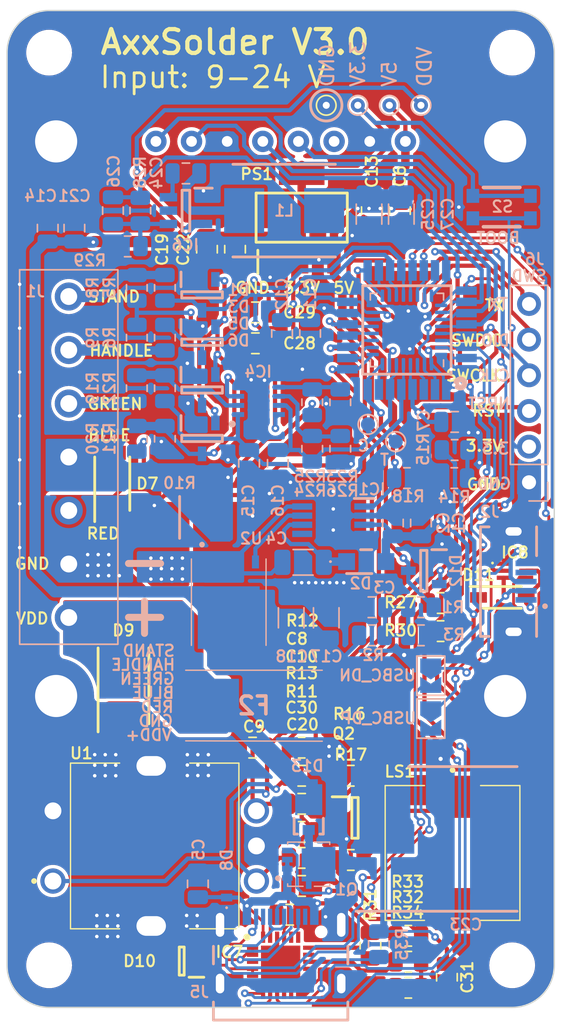
<source format=kicad_pcb>
(kicad_pcb (version 20221018) (generator pcbnew)
  (layers (0 "F.Cu" signal) (31 "B.Cu" signal) (34 "B.Paste" user) (35 "F.Paste" user) (36 "B.SilkS" user "B.Silkscreen") (37 "F.SilkS" user "F.Silkscreen") (38 "B.Mask" user) (39 "F.Mask" user) (44 "Edge.Cuts" user))
  (net 0 "")
  (net 1 "Net-(IC1-BOOST)")
  (net 2 "/Identification_inp")
  (net 3 "+3.3V")
  (net 4 "/ENC_B")
  (net 5 "/ENC_A")
  (net 6 "/ENC_Button")
  (net 7 "/SWCLK")
  (net 8 "/SWDIO")
  (net 9 "Net-(C3-Pad1)")
  (net 10 "+5V")
  (net 11 "/RED")
  (net 13 "Net-(D5-common)")
  (net 14 "Net-(Q2-Pad1)")
  (net 15 "/BLUE")
  (net 16 "/Stand_inp")
  (net 17 "/GREEN")
  (net 18 "/Handle_inp")
  (net 19 "/Busvoltage")
  (net 20 "Net-(D6-common)")
  (net 22 "Net-(IC1-TG)")
  (net 23 "/SPI_MOSI")
  (net 24 "/SPI_SCK")
  (net 25 "/Thermocouple_1")
  (net 26 "/SPI_DC")
  (net 27 "/SPI_RST")
  (net 28 "/MCU_TX")
  (net 29 "/Buzzer")
  (net 30 "/Stand_sense")
  (net 31 "GND")
  (net 32 "VDD")
  (net 33 "/Handle_sense")
  (net 34 "/Current_1")
  (net 35 "/Heater_1")
  (net 36 "/Thermocouple_2")
  (net 37 "/Current_2")
  (net 38 "Net-(IC4-+IN_B)")
  (net 39 "Net-(IC4--IN_B)")
  (net 41 "Net-(LS1--)")
  (net 42 "Net-(IC6-BOOT)")
  (net 43 "Net-(IC6-SW)")
  (net 44 "Net-(IC6-FB)")
  (net 45 "/NRST")
  (net 46 "/USB_D-")
  (net 47 "/USB_D+")
  (net 49 "/VBUS")
  (net 50 "Net-(D10-CATHODE_1)")
  (net 51 "Net-(D10-CATHODE_2)")
  (net 52 "/SCL")
  (net 53 "/SDA")
  (net 54 "Net-(IC7-VREG_2V7)")
  (net 55 "Net-(IC7-VREG_1V2)")
  (net 56 "Net-(C31-Pad1)")
  (net 58 "Net-(IC7-DISCH)")
  (net 62 "Net-(IC7-VBUS_EN_SNK)")
  (net 64 "Net-(IC7-VBUS_VS_DISCH)")
  (net 67 "/USB_PD_GATE")
  (net 68 "/USB_DP")
  (net 69 "/USB_DN")
  (net 72 "/HEATER_2")
  (net 73 "/V_BUS")
  (net 74 "Net-(D13-A)")
  (net 75 "Net-(J5-DP1)")
  (net 76 "Net-(J5-DN1)")
  (net 77 "/VDD_IN")
  (footprint "PEC11L-4220F-S0015:PEC11L4220FS0015" (layer "F.Cu") (at 106.8 106.5 90)
    (fp_text reference "U1")
    (fp_text value "PEC11L-4220F-S0015" hide)
  )
  (footprint "Capacitor_SMD:C_0805_2012Metric" (layer "F.Cu") (at 114.5 99.5 180)
    (fp_text reference "C9")
    (fp_text value "100n")
  )
  (footprint "Capacitor_SMD:C_0805_2012Metric" (layer "F.Cu") (at 118 103.5)
    (fp_text reference "C10")
    (fp_text value "100n")
  )
  (footprint "Resistor_SMD:R_0805_2012Metric" (layer "F.Cu") (at 122.9 113.6 90)
    (fp_text reference "R31")
    (fp_text value "1k")
  )
  (footprint "MountingHole:MountingHole_3mm" (layer "F.Cu") (at 100 115)
    (fp_text reference "H2" hide)
    (fp_text value "MountingHole" hide)
  )
  (footprint "Capacitor_SMD:C_0805_2012Metric" (layer "F.Cu") (at 123 61.25 90)
    (fp_text reference "C13")
    (fp_text value "100n")
  )
  (footprint "MountingHole:MountingHole_3mm" (layer "F.Cu") (at 133 50)
    (fp_text reference "H3" hide)
    (fp_text value "MountingHole" hide)
  )
  (footprint "Resistor_SMD:R_0805_2012Metric" (layer "F.Cu") (at 125.6 112.9 180)
    (fp_text reference "R33")
    (fp_text value "100k")
  )
  (footprint "ESDA25W:SOT65P210X110-3N" (layer "F.Cu") (at 109.45 114.7 180)
    (fp_text reference "D10")
    (fp_text value "ESDA25W" hide)
  )
  (footprint "Resistor_SMD:R_0805_2012Metric" (layer "F.Cu") (at 118 99.5 180)
    (fp_text reference "R12")
    (fp_text value "10k")
  )
  (footprint "Capacitor_SMD:C_0805_2012Metric" (layer "F.Cu") (at 125 61.25 90)
    (fp_text reference "C6")
    (fp_text value "10u")
  )
  (footprint "Capacitor_SMD:C_0805_2012Metric" (layer "F.Cu") (at 114.7 68.5 180)
    (fp_text reference "C29")
    (fp_text value "100n")
  )
  (footprint "2N7002NXAKR:SOT95P230X110-3N" (layer "F.Cu") (at 121.8 104.5)
    (fp_text reference "Q2")
    (fp_text value "2N7002NXAKR" hide)
  )
  (footprint "Capacitor_SMD:C_0805_2012Metric" (layer "F.Cu") (at 117.15 111.4)
    (fp_text reference "C20")
    (fp_text value "1u")
  )
  (footprint "Resistor_SMD:R_0805_2012Metric" (layer "F.Cu") (at 121.5 101.5 180)
    (fp_text reference "R16")
    (fp_text value "10k")
  )
  (footprint "Resistor_SMD:R_0805_2012Metric" (layer "F.Cu") (at 118 107.35)
    (fp_text reference "R11")
    (fp_text value "10k")
  )
  (footprint "CMI-9653S-SMT-TR:CMI9653SSMTTR" (layer "F.Cu") (at 128.75 106.75 -90)
    (fp_text reference "LS1")
    (fp_text value "CMI-9653S-SMT-TR" hide)
  )
  (footprint "Resistor_SMD:R_0805_2012Metric" (layer "F.Cu") (at 121.5 107.5)
    (fp_text reference "R17")
    (fp_text value "4k7")
  )
  (footprint "Capacitor_SMD:C_0805_2012Metric" (layer "F.Cu") (at 111.25 64 -90)
    (fp_text reference "C19")
    (fp_text value "10u")
  )
  (footprint "PMEG10030ELPX:SODFL4725X110N" (layer "F.Cu") (at 104.5 80.7 90)
    (fp_text reference "D7")
    (fp_text value "PMEG10030ELPX" hide)
  )
  (footprint "TestPoint:TestPoint_THTPad_D1.0mm_Drill0.5mm" (layer "F.Cu") (at 119.75 53.75)
    (fp_text reference "TP3" hide)
    (fp_text value "GND_TP")
  )
  (footprint "1N5819HW-7-F:SOD3716X145N" (layer "F.Cu") (at 132.3 88.8)
    (fp_text reference "D11")
    (fp_text value "1N5819HW-7-F" hide)
  )
  (footprint "Resistor_SMD:R_0805_2012Metric" (layer "F.Cu") (at 125.6 116.6 180)
    (fp_text reference "R34")
    (fp_text value "22k")
  )
  (footprint "LD1117AS33TR:SOT230P700X190-4N" (layer "F.Cu") (at 118 61.75 90)
    (fp_text reference "PS1")
    (fp_text value "LD1117AS33TR" hide)
  )
  (footprint "Capacitor_SMD:C_0805_2012Metric" (layer "F.Cu") (at 113.25 64 -90)
    (fp_text reference "C22")
    (fp_text value "100n")
  )
  (footprint "SMBJ24CA:DIOM5436X261N" (layer "F.Cu") (at 105.3 95.1 90)
    (fp_text reference "D9")
    (fp_text value "SMBJ24CA" hide)
  )
  (footprint "Resistor_SMD:R_0805_2012Metric" (layer "F.Cu") (at 118 105.5 180)
    (fp_text reference "R13")
    (fp_text value "10k")
  )
  (footprint "1_5inch-rgb-oled-module_asm-1110:1_5inch-rgb-oled-module_asm-1110" (layer "F.Cu") (at 116.5 56.32 180)
    (fp_text reference "D4" hide)
    (fp_text value "Waveshare 1.5inch OLED Module")
  )
  (footprint "Capacitor_SMD:C_0805_2012Metric" (layer "F.Cu") (at 118 109.35)
    (fp_text reference "C30")
    (fp_text value "1u")
  )
  (footprint "Resistor_SMD:R_0805_2012Metric" (layer "F.Cu") (at 125.6 114.75)
    (fp_text reference "R32")
    (fp_text value "22k")
  )
  (footprint "Capacitor_SMD:C_0805_2012Metric" (layer "F.Cu") (at 118 101.5)
    (fp_text reference "C8")
    (fp_text value "100n")
  )
  (footprint "Capacitor_SMD:C_0805_2012Metric" (layer "F.Cu") (at 128.35 115.85 90)
    (fp_text reference "C31")
    (fp_text value "100n")
  )
  (footprint "MountingHole:MountingHole_3mm" (layer "F.Cu") (at 100 50)
    (fp_text reference "H4" hide)
    (fp_text value "MountingHole" hide)
  )
  (footprint "Resistor_SMD:R_0805_2012Metric" (layer "F.Cu") (at 127.9 91.2)
    (fp_text reference "R30")
    (fp_text value "4k7")
  )
  (footprint "Capacitor_SMD:C_0805_2012Metric" (layer "F.Cu") (at 114.7 70.7 180)
    (fp_text reference "C28")
    (fp_text value "100n")
  )
  (footprint "USBLC6-2P6:USBLC62P6" (layer "F.Cu") (at 133.2 86.9 -90)
    (fp_text reference "IC8")
    (fp_text value "USBLC6-2P6" hide)
  )
  (footprint "Resistor_SMD:R_0805_2012Metric" (layer "F.Cu") (at 127.9 89.2)
    (fp_text reference "R27")
    (fp_text value "4k7")
  )
  (footprint "STUSB4500QTR:QFN50P400X400X100-25N-D" (layer "F.Cu") (at 116.5 115)
    (fp_text reference "IC7")
    (fp_text value "STUSB4500QTR" hide)
  )
  (footprint "BAT54S,215:SOT95P230X110-3N" (layer "B.Cu") (at 110.9 70.625 -90)
    (fp_text reference "D3")
    (fp_text value "BAT54S" hide)
  )
  (footprint "691243310007:691243310007" (layer "B.Cu") (at 101.4 78.8 -90)
    (fp_text reference "J1")
    (fp_text value "Conn_01x07_Male")
  )
  (footprint "WSLP25122L500FEA:RESC6432X89N" (layer "B.Cu") (at 109.3 83.1 180)
    (fp_text reference "R10")
    (fp_text value "2m" hide)
  )
  (footprint "Resistor_SMD:R_0805_2012Metric" (layer "B.Cu") (at 106.5 61.25 -90)
    (fp_text reference "R28")
    (fp_text value "100k")
  )
  (footprint "Capacitor_SMD:C_0805_2012Metric" (layer "B.Cu") (at 126.5 83.5 90)
    (fp_text reference "C1")
    (fp_text value "10u")
  )
  (footprint "TestPoint:TestPoint_Pad_D1.0mm" (layer "B.Cu") (at 124.7 77.7 180)
    (fp_text reference "TP5" hide)
    (fp_text value "Thermocouple_TP")
  )
  (footprint "TestPoint:TestPoint_Pad_D1.0mm" (layer "B.Cu") (at 122.725 76.475 180)
    (fp_text reference "TP6" hide)
    (fp_text value "Current_TP" hide)
  )
  (footprint "BSC014N04LS:BSC014N04LS" (layer "B.Cu") (at 112.8 92.2125)
    (fp_text reference "U2")
    (fp_text value "BSC014N04LS")
  )
  (footprint "Resistor_SMD:R_0805_2012Metric" (layer "B.Cu") (at 108.25 70.3 -90)
    (fp_text reference "R6")
    (fp_text value "4k7")
  )
  (footprint "Resistor_SMD:R_0805_2012Metric" (layer "B.Cu") (at 108.25 77.5 -90)
    (fp_text reference "R21")
    (fp_text value "470k")
  )
  (footprint "Resistor_SMD:R_0805_2012Metric" (layer "B.Cu") (at 106.25 73.9 90)
    (fp_text reference "R19")
    (fp_text value "1k5")
  )
  (footprint "Capacitor_SMD:C_0805_2012Metric" (layer "B.Cu") (at 123 89.5 180)
    (fp_text reference "C3")
    (fp_text value "100n")
  )
  (footprint "OPA2333AIDRBR:SON65P300X300X100-9N-D" (layer "B.Cu") (at 114.925 74.8)
    (fp_text reference "IC4")
    (fp_text value "OPA2333AIDRBR" hide)
  )
  (footprint "ESDA25P35-1U1M:ESDA25P351U1M" (layer "B.Cu") (at 112.65 109.55 -90)
    (fp_text reference "D8")
    (fp_text value "ESDA25P35-1U1M" hide)
  )
  (footprint "SRP7028CC-100M:INDPM7366X300N" (layer "B.Cu") (at 116.75 61.25)
    (fp_text reference "L1")
    (fp_text value "SRP7028CC-100M" hide)
  )
  (footprint "TestPoint:TestPoint_Pad_D1.0mm" (layer "B.Cu") (at 122.725 76.475 180)
    (fp_text reference "TP6" hide)
    (fp_text value "Current_TP")
  )
  (footprint "USB3140-30-0230-1-C_REVE1:GCT_USB3140-30-0230-1-C_REVE1" (layer "B.Cu") (at 132.74 87.675 90)
    (fp_text reference "J2")
    (fp_text value "USB_B_Micro")
  )
  (footprint "Capacitor_SMD:C_1206_3216Metric" (layer "B.Cu") (at 119.75 90.25 90)
    (fp_text reference "C17")
    (fp_text value "22u/35V")
  )
  (footprint "Resistor_SMD:R_0805_2012Metric" (layer "B.Cu") (at 106.25 77.5 90)
    (fp_text reference "R20")
    (fp_text value "1k5")
  )
  (footprint "Capacitor_SMD:C_0805_2012Metric" (layer "B.Cu") (at 99.9 62.5 -90)
    (fp_text reference "C14")
    (fp_text value "10u")
  )
  (footprint "Capacitor_SMD:C_0805_2012Metric" (layer "B.Cu") (at 116.3 79.25 -90)
    (fp_text reference "C16")
    (fp_text value "1n")
  )
  (footprint "Resistor_SMD:R_0805_2012Metric" (layer "B.Cu") (at 123 91.5)
    (fp_text reference "R2")
    (fp_text value "47k")
  )
  (footprint "Resistor_SMD:R_0805_2012Metric" (layer "B.Cu") (at 126.5 91.5)
    (fp_text reference "R3")
    (fp_text value "6k8")
  )
  (footprint "BAT54S,215:SOT95P230X110-3N" (layer "B.Cu") (at 126.7 86.9 180)
    (fp_text reference "D12")
    (fp_text value "BAT54S" hide)
  )
  (footprint "BAT54S,215:SOT95P230X110-3N" (layer "B.Cu") (at 110.9 67.25 -90)
    (fp_text reference "D1")
    (fp_text value "BAT54S" hide)
  )
  (footprint "Resistor_SMD:R_0805_2012Metric" (layer "B.Cu") (at 106.25 66.75 90)
    (fp_text reference "R8")
    (fp_text value "10k")
  )
  (footprint "Capacitor_SMD:C_1206_3216Metric" (layer "B.Cu") (at 117.25 90.25 90)
    (fp_text reference "C18")
    (fp_text value "22u/35V")
  )
  (footprint "Resistor_SMD:R_0805_2012Metric" (layer "B.Cu") (at 108.25 73.9 90)
    (fp_text reference "R22")
    (fp_text value "470k")
  )
  (footprint "KMR211G_LFS:KMR_2" (layer "B.Cu") (at 132.25 61 180)
    (fp_text reference "S2")
    (fp_text value "KMR211G_LFS" hide)
  )
  (footprint "Resistor_SMD:R_0805_2012Metric" (layer "B.Cu") (at 105.6 63.8 180)
    (fp_text reference "R29")
    (fp_text value "13k3")
  )
  (footprint "0154007:0154100DR" (layer "B.Cu") (at 114.6 96.5 180)
    (fp_text reference "F2")
    (fp_text value "0154007.DRL" hide)
  )
  (footprint "Resistor_SMD:R_0805_2012Metric" (layer "B.Cu") (at 128.875 80.3)
    (fp_text reference "R14")
    (fp_text value "10k")
  )
  (footprint "Resistor_SMD:R_0805_2012Metric" (layer "B.Cu") (at 120.75 78.2125 90)
    (fp_text reference "R26")
    (fp_text value "4k7")
  )
  (footprint "TestPoint:TestPoint_THTPad_D1.0mm_Drill0.5mm" (layer "B.Cu") (at 122 53.75 180)
    (fp_text reference "TP9" hide)
    (fp_text value "3.3V_TP" hide)
  )
  (footprint "Resistor_SMD:R_0805_2012Metric" (layer "B.Cu") (at 120.75 74.9 -90)
    (fp_text reference "R23")
    (fp_text value "220k")
  )
  (footprint "Resistor_SMD:R_0805_2012Metric" (layer "B.Cu") (at 108.25 66.75 90)
    (fp_text reference "R5")
    (fp_text value "4k7")
  )
  (footprint "Capacitor_SMD:C_0805_2012Metric" (layer "B.Cu") (at 118.6 70 -90)
    (fp_text reference "C11")
    (fp_text value "100n")
  )
  (footprint "Resistor_SMD:R_0805_2012Metric" (layer "B.Cu") (at 125.5 80.3)
    (fp_text reference "R18")
    (fp_text value "10k")
  )
  (footprint "TestPoint:TestPoint_Pad_D1.0mm" (layer "B.Cu") (at 124.7 77.7 180)
    (fp_text reference "TP5" hide)
    (fp_text value "Thermocouple_TP" hide)
  )
  (footprint "MountingHole:MountingHole_3mm" (layer "B.Cu") (at 133 115 180)
    (fp_text reference "H1" hide)
    (fp_text value "MountingHole" hide)
  )
  (footprint "V7NM103-M3_I:V7NM103M3I" (layer "B.Cu") (at 118.5 103.73 -90)
    (fp_text reference "D13")
    (fp_text value "V7NM103-M3_I" hide)
  )
  (footprint "Resistor_SMD:R_0805_2012Metric" (layer "B.Cu") (at 123.5 113.5 90)
    (fp_text reference "R35")
    (fp_text value "1k")
  )
  (footprint "Connector_PinSocket_2.54mm:PinSocket_1x06_P2.54mm_Vertical" (layer "B.Cu") (at 134.2 80.6)
    (fp_text reference "J6")
    (fp_text value "Conn_01x06_Socket" hide)
  )
  (footprint "USB4105-GF-A:GCT_USB4105-GF-A-120" (layer "B.Cu") (at 116.5 116.3 180)
    (fp_text reference "J5")
    (fp_text value "USB4105-GF-A-120")
  )
  (footprint "TestPoint:TestPoint_THTPad_D1.0mm_Drill0.5mm" (layer "B.Cu") (at 124.25 53.75 180)
    (fp_text reference "TP7" hide)
    (fp_text value "5V_TP" hide)
  )
  (footprint "Capacitor_SMD:C_1206_3216Metric" (layer "B.Cu") (at 125.1 61.5 90)
    (fp_text reference "C27")
    (fp_text value "22u")
  )
  (footprint "TPS54302DDCR:SOT95P280X110-6N" (layer "B.Cu") (at 109.75 61.25 180)
    (fp_text reference "IC6")
    (fp_text value "TPS54302DDCR" hide)
  )
  (footprint "PMEG6020ER,115:PMEG6020ER115" (layer "B.Cu") (at 122.6 86.25)
    (fp_text reference "D2")
    (fp_text value "PMEG6020ER" hide)
  )
  (footprint "BAT54S,215:SOT95P230X110-3N" (layer "B.Cu") (at 110.9 74.025 -90)
    (fp_text reference "D5")
    (fp_text value "BAT54S" hide)
  )
  (footprint "LTC4440AHMS8E-5#PBF:SOP65P490X110-9N" (layer "B.Cu") (at 120.25 83.3 180)
    (fp_text reference "IC1")
    (fp_text value "LTC4440AHMS8E-5#PBF" hide)
  )
  (footprint "Capacitor_SMD:C_1206_3216Metric" (layer "B.Cu") (at 118.1 86.3)
    (fp_text reference "C4")
    (fp_text value "22u")
  )
  (footprint "Resistor_SMD:R_0805_2012Metric" (layer "B.Cu") (at 118.75 78.2125 -90)
    (fp_text reference "R24")
    (fp_text value "220k")
  )
  (footprint "Package_DFN_QFN:UFQFPN-32-1EP_5x5mm_P0.5mm_EP3.5x3.5mm" (layer "B.Cu") (at 125.5 69.75 90)
    (fp_text reference "IC5" hide)
    (fp_text value "STM32G431KBT6")
  )
  (footprint "Capacitor_SMD:C_0805_2012Metric" (layer "B.Cu") (at 110.6 109.2 -90)
    (fp_text reference "C5")
    (fp_text value "10u")
  )
  (footprint "Capacitor_SMD:C_0805_2012Metric" (layer "B.Cu") (at 128.9 76.3 180)
    (fp_text reference "C7")
    (fp_text value "100n")
  )
  (footprint "Resistor_SMD:R_0805_2012Metric" (layer "B.Cu") (at 106.25 70.3 -90)
    (fp_text reference "R9")
    (fp_text value "10k")
  )
  (footprint "Capacitor_SMD:C_1206_3216Metric" (layer "B.Cu") (at 122.8 61.5 90)
    (fp_text reference "C25")
    (fp_text value "22u")
  )
  (footprint "TestPoint:TestPoint_THTPad_D1.0mm_Drill0.5mm" (layer "B.Cu") (at 126.5 53.75 180)
    (fp_text reference "TP8" hide)
    (fp_text value "VDD_TP" hide)
  )
  (footprint "Capacitor_SMD:C_0805_2012Metric" (layer "B.Cu") (at 101.8 62.5 -90)
    (fp_text reference "C21")
    (fp_text value "100n")
  )
  (footprint "Resistor_SMD:R_0805_2012Metric" (layer "B.Cu") (at 128.9 78.3 180)
    (fp_text reference "R15")
    (fp_text value "220")
  )
  (footprint "Resistor_SMD:R_0805_2012Metric" (layer "B.Cu") (at 126.5 89.5)
    (fp_text reference "R1")
    (fp_text value "4k7")
  )
  (footprint "Resistor_SMD:R_0805_2012Metric" (layer "B.Cu") (at 118.75 74.9 -90)
    (fp_text reference "R25")
    (fp_text value "4k7")
  )
  (footprint "Capacitor_SMD:C_0805_2012Metric" (layer "B.Cu") (at 116.6 70 -90)
    (fp_text reference "C12")
    (fp_text value "10u")
  )
  (footprint "Capacitor_SMD:C_0805_2012Metric" (layer "B.Cu") (at 109.75 58.6)
    (fp_text reference "C24")
    (fp_text value "100n")
  )
  (footprint "STL9P3LLH6:STL20N6F7" (layer "B.Cu") (at 118.5 107.8 90)
    (fp_text reference "Q1")
    (fp_text value "STL9P3LLH6" hide)
  )
  (footprint "Capacitor_SMD:C_0805_2012Metric" (layer "B.Cu") (at 124.5 83.5 90)
    (fp_text reference "C2")
    (fp_text value "100n")
  )
  (footprint "Jumper:SolderJumper-2_P1.3mm_Open_TrianglePad1.0x1.5mm" (layer "B.Cu") (at 127.2 97.425 -90)
    (fp_text reference "JP1" hide)
    (fp_text value "SolderJumper_2_Open")
  )
  (footprint "EMZR500ARA331MJA0G:CAPAE1030X1050N" (layer "B.Cu") (at 128.2 106)
    (fp_text reference "C23")
    (fp_text value "330u" hide)
  )
  (footprint "BAT54S,215:SOT95P230X110-3N" (layer "B.Cu") (at 110.9 77.475 -90)
    (fp_text reference "D6")
    (fp_text value "BAT54S" hide)
  )
  (footprint "Capacitor_SMD:C_0805_2012Metric" (layer "B.Cu") (at 104.55 61.25 90)
    (fp_text reference "C26")
    (fp_text value "75p")
  )
  (footprint "Capacitor_SMD:C_0805_2012Metric" (layer "B.Cu") (at 114.25 79.25 -90)
    (fp_text reference "C15")
    (fp_text value "1n" hide)
  )
  (footprint "STM32G431KBT6:QFP80P900X900X160-32N" (layer "B.Cu") (at 125.5 69.75 90)
    (fp_text reference "IC2" hide)
    (fp_text value "STM32G431KBT6" hide)
  )
  (footprint "Jumper:SolderJumper-2_P1.3mm_Open_TrianglePad1.0x1.5mm" (layer "B.Cu") (at 127.2 94.375 -90)
    (fp_text reference "JP2" hide)
    (fp_text value "SolderJumper_2_Open")
  )
  (gr_circle (center 119.75 53.75) (end 120.868034 53.75) (stroke (width 0.2)) (fill none) (layer "B.SilkS"))
  (gr_line (start 122.2 87.1) (end 121.2 87.1) (stroke (width 0.2)) (layer "B.SilkS"))
  (gr_arc (start 133 47) (mid 135.12132 47.87868) (end 136 50) (stroke (width 0.1)) (layer "Edge.Cuts"))
  (gr_line (start 97 115) (end 97 50) (stroke (width 0.1)) (layer "Edge.Cuts"))
  (gr_arc (start 136 115) (mid 135.12132 117.12132) (end 133 118) (stroke (width 0.1)) (layer "Edge.Cuts"))
  (gr_line (start 133 118) (end 100 118) (stroke (width 0.1)) (layer "Edge.Cuts"))
  (gr_arc (start 100 118) (mid 97.87868 117.12132) (end 97 115) (stroke (width 0.1)) (layer "Edge.Cuts"))
  (gr_line (start 136 50) (end 136 115) (stroke (width 0.1)) (layer "Edge.Cuts"))
  (gr_arc (start 97 50) (mid 97.87868 47.87868) (end 100 47) (stroke (width 0.1)) (layer "Edge.Cuts"))
  (gr_line (start 100 47) (end 133 47) (stroke (width 0.1)) (layer "Edge.Cuts"))
  (gr_text "T" (at 123.9 79) (layer "B.SilkS") (effects (font (size 0.8 0.8)) (justify mirror)))
  (gr_text "NRST" (at 131.338729 75) (layer "B.SilkS") (effects (font (size 0.8 0.8)) (justify mirror)))
  (gr_text "-" (at 106.8 86.6 180) (layer "B.SilkS") (effects (font (size 3 3) (thickness 0.5) bold) (justify mirror)))
  (gr_text "TX" (at 132 67.9) (layer "B.SilkS") (effects (font (size 0.8 0.8)) (justify mirror)))
  (gr_text "VDD+" (at 107.1 98.6) (layer "B.SilkS") (effects (font (size 0.8 0.8)) (justify mirror)))
  (gr_text "BLUE" (at 107.4 95.6) (layer "B.SilkS") (effects (font (size 0.8 0.8)) (justify mirror)))
  (gr_text "CLK" (at 131.7 73) (layer "B.SilkS") (effects (font (size 0.8 0.8)) (justify mirror)))
  (gr_text "DIO" (at 131.8 70.5) (layer "B.SilkS") (effects (font (size 0.8 0.8)) (justify mirror)))
  (gr_text "VDD" (at 126.75 51 90) (layer "B.SilkS") (effects (font (size 1 1)) (justify mirror)))
  (gr_text "USBC_DP" (at 123.45 97.4) (layer "B.SilkS") (effects (font (size 0.8 0.8)) (justify mirror)))
  (gr_text "GREEN" (at 107 94.6) (layer "B.SilkS") (effects (font (size 0.8 0.8)) (justify mirror)))
  (gr_text "GND" (at 131.7 80.7) (layer "B.SilkS") (effects (font (size 0.8 0.8)) (justify mirror)))
  (gr_text "3.3V" (at 122 50.809524 90) (layer "B.SilkS") (effects (font (size 1 1)) (justify mirror)))
  (gr_text "3.3" (at 131.8 78.2) (layer "B.SilkS") (effects (font (size 0.8 0.8)) (justify mirror)))
  (gr_text "GND" (at 107.6 97.6) (layer "B.SilkS") (effects (font (size 0.8 0.8)) (justify mirror)))
  (gr_text "SWD" (at 134.2 65.9) (layer "B.SilkS") (effects (font (size 0.8 0.8)) (justify mirror)))
  (gr_text "GND" (at 119.799667 50.904762 90) (layer "B.SilkS") (effects (font (size 1 1)) (justify mirror)))
  (gr_text "BOOT" (at 132 63.2) (layer "B.SilkS") (effects (font (size 0.8 0.8)) (justify mirror)))
  (gr_text "HANDLE" (at 106.7 93.6) (layer "B.SilkS") (effects (font (size 0.8 0.8)) (justify mirror)))
  (gr_text "RED" (at 107.7 96.6) (layer "B.SilkS") (effects (font (size 0.8 0.8)) (justify mirror)))
  (gr_text "USBC_DN" (at 123.4 94.35) (layer "B.SilkS") (effects (font (size 0.8 0.8)) (justify mirror)))
  (gr_text "C" (at 122.4 78) (layer "B.SilkS") (effects (font (size 0.8 0.8)) (justify mirror)))
  (gr_text "+" (at 106.8 90) (layer "B.SilkS") (effects (font (size 3 3) (thickness 0.5) bold) (justify mirror)))
  (gr_text "5V" (at 124.25 51.523809 90) (layer "B.SilkS") (effects (font (size 1 1)) (justify mirror)))
  (gr_text "STAND" (at 107.1 92.6) (layer "B.SilkS") (effects (font (size 0.8 0.8)) (justify mirror)))
  (gr_text "AxxSolder V3.0" (at 103.5 49.25) (layer "F.SilkS") (effects (font (size 1.7 1.7) (thickness 0.3)) (justify left)))
  (gr_text "GND" (at 131 80.75) (layer "F.SilkS") (effects (font (size 0.8 0.8))))
  (gr_text "BLUE" (at 104.3 77.25) (layer "F.SilkS") (effects (font (size 0.8 0.8))))
  (gr_text "3.3V" (at 131 78) (layer "F.SilkS") (effects (font (size 0.8 0.8))))
  (gr_text "STAND\n" (at 104.625 67.375) (layer "F.SilkS") (effects (font (size 0.8 0.8))))
  (gr_text "3.3V" (at 118 66.75) (layer "F.SilkS") (effects (font (size 0.8 0.8))))
  (gr_text "SWCLK" (at 130.25 73) (layer "F.SilkS") (effects (font (size 0.8 0.8))))
  (gr_text "GREEN" (at 104.7 75.025) (layer "F.SilkS") (effects (font (size 0.8 0.8))))
  (gr_text "RED" (at 103.85 84.25) (layer "F.SilkS") (effects (font (size 0.8 0.8))))
  (gr_text "GND" (at 98.8 86.4) (layer "F.SilkS") (effects (font (size 0.8 0.8))))
  (gr_text "VDD" (at 98.8 90.3) (layer "F.SilkS") (effects (font (size 0.8 0.8))))
  (gr_text "SWDIO" (at 130.5 70.5) (layer "F.SilkS") (effects (font (size 0.8 0.8))))
  (gr_text "RST" (at 131.25 75.5) (layer "F.SilkS") (effects (font (size 0.8 0.8))))
  (gr_text "Input: 9-24 V" (at 103.5 51.75) (layer "F.SilkS") (effects (font (size 1.5 1.5) (thickness 0.2)) (justify left)))
  (gr_text "TX" (at 131.75 68) (layer "F.SilkS") (effects (font (size 0.8 0.8))))
  (gr_text "GND" (at 114.5 66.75) (layer "F.SilkS") (effects (font (size 0.8 0.8))))
  (gr_text "5V" (at 121 66.75) (layer "F.SilkS") (effects (font (size 0.8 0.8))))
  (gr_text "HANDLE" (at 105.15 71.225) (layer "F.SilkS") (effects (font (size 0.8 0.8))))
  (segment (start 120.95 86) (end 121.2 86.25) (width 0.3) (layer "B.Cu") (net 1))
  (segment (start 119.775 86.3) (end 118.475 85) (width 0.3) (layer "B.Cu") (net 1))
  (segment (start 117.125 83.625) (end 118.038 83.625) (width 0.3) (layer "B.Cu") (net 1))
  (segment (start 119.825 86.25) (end 119.775 86.3) (width 0.3) (layer "B.Cu") (net 1))
  (segment (start 121.2 86.25) (end 119.825 86.25) (width 0.6) (layer "B.Cu") (net 1))
  (segment (start 116.75 84.525) (end 116.75 84) (width 0.3) (layer "B.Cu") (net 1))
  (segment (start 117.225 85) (end 116.75 84.525) (width 0.3) (layer "B.Cu") (net 1))
  (segment (start 116.75 84) (end 117.125 83.625) (width 0.3) (layer "B.Cu") (net 1))
  (segment (start 118.475 85) (end 117.225 85) (width 0.3) (layer "B.Cu") (net 1))
  (segment (start 126.25 72.75) (end 126.7 73.2) (width 0.2) (layer "B.Cu") (net 2))
  (segment (start 126.7 73.2) (end 126.7 73.988) (width 0.2) (layer "B.Cu") (net 2))
  (segment (start 126.25 72.1875) (end 126.25 72.75) (width 0.2) (layer "B.Cu") (net 2))
  (segment (start 112 71.5) (end 112 69.515251) (width 0.3) (layer "F.Cu") (net 3))
  (segment (start 129.275 71.075) (end 129.35 71) (width 0.3) (layer "F.Cu") (net 3))
  (segment (start 117.4 70.52353) (end 117.4 67.9) (width 0.3) (layer "F.Cu") (net 3))
  (segment (start 132.476116 82.191802) (end 130.622411 82.191802) (width 0.3) (layer "F.Cu") (net 3))
  (segment (start 112.5 66.25) (end 112.5 69.004575) (width 0.3) (layer "F.Cu") (net 3))
  (segment (start 115.158411 71.958411) (end 116.1 72.9) (width 0.3) (layer "F.Cu") (net 3))
  (segment (start 119 97.707106) (end 119 99.4125) (width 0.3) (layer "F.Cu") (net 3))
  (segment (start 131.3 84.548833) (end 131.5495 84.798333) (width 0.2) (layer "F.Cu") (net 3))
  (segment (start 129.458531 88.553969) (end 128.8125 89.2) (width 0.2) (layer "F.Cu") (net 3))
  (segment (start 131.3 83.367918) (end 131.3 84.548833) (width 0.2) (layer "F.Cu") (net 3))
  (segment (start 119 99.4125) (end 118.9125 99.5) (width 0.3) (layer "F.Cu") (net 3))
  (segment (start 112.36755 71.86755) (end 112 71.5) (width 0.3) (layer "F.Cu") (net 3))
  (segment (start 110.639837 70.224502) (end 111.025498 70.224502) (width 0.3) (layer "F.Cu") (net 3))
  (segment (start 111.25 63.05) (end 113.25 63.05) (width 0.6) (layer "F.Cu") (net 3))
  (segment (start 130.622411 82.191802) (end 129.5 83.314213) (width 0.3) (layer "F.Cu") (net 3))
  (segment (start 128.829977 73.670023) (end 129.275 73.225) (width 0.3) (layer "F.Cu") (net 3))
  (segment (start 124.3995 68.6995) (end 124.104278 68.6995) (width 0.3) (layer "F.Cu") (net 3))
  (segment (start 131.5495 84.798333) (end 131.5495 85.295391) (width 0.2) (layer "F.Cu") (net 3))
  (segment (start 127.707459 86.883531) (end 124.5 90.09099) (width 0.3) (layer "F.Cu") (net 3))
  (segment (start 110.6995 70.3005) (end 110.775498 70.224502) (width 0.3) (layer "F.Cu") (net 3))
  (segment (start 130.912721 71) (end 129.9 71) (width 0.3) (layer "F.Cu") (net 3))
  (segment (start 118 106.4375) (end 118 106) (width 0.3) (layer "F.Cu") (net 3))
  (segment (start 118.9125 105.388533) (end 118 104.476033) (width 0.3) (layer "F.Cu") (net 3))
  (segment (start 132.476116 82.191802) (end 131.3 83.367918) (width 0.2) (layer "F.Cu") (net 3))
  (segment (start 129.275 73.225) (end 129.275 71.075) (width 0.3) (layer "F.Cu") (net 3))
  (segment (start 118.9125 105.5) (end 118.9125 105.388533) (width 0.3) (layer "F.Cu") (net 3))
  (segment (start 122.05 65.574) (end 122.05 66.45) (width 0.3) (layer "F.Cu") (net 3))
  (segment (start 118 104.476033) (end 118 100.4125) (width 0.3) (layer "F.Cu") (net 3))
  (segment (start 129.35 71) (end 129.9 71) (width 0.3) (layer "F.Cu") (net 3))
  (segment (start 122.217915 58.6) (end 118 58.6) (width 0.3) (layer "F.Cu") (net 3))
  (segment (start 111.275498 70.224502) (end 111.025498 70.224502) (width 0.3) (layer "F.Cu") (net 3))
  (segment (start 124.104278 68.504278) (end 124.104278 68.6995) (width 0.3) (layer "F.Cu") (net 3))
  (segment (start 128.829977 73.670023) (end 128.829977 73.570023) (width 0.3) (layer "F.Cu") (net 3))
  (segment (start 127.238608 71) (end 129.9 71) (width 0.3) (layer "F.Cu") (net 3))
  (segment (start 110.1005 68.5005) (end 110.1005 69.685165) (width 0.3) (layer "F.Cu") (net 3))
  (segment (start 124 56.817915) (end 122.217915 58.6) (width 0.3) (layer "F.Cu") (net 3))
  (segment (start 131.5495 85.295391) (end 129.458531 87.38636) (width 0.2) (layer "F.Cu") (net 3))
  (segment (start 127.031864 71.206744) (end 126.906744 71.206744) (width 0.3) (layer "F.Cu") (net 3))
  (segment (start 115.158411 71.958411) (end 115.06755 71.86755) (width 0.3) (layer "F.Cu") (net 3))
  (segment (start 116.05598 71.86755) (end 117.4 70.52353) (width 0.3) (layer "F.Cu") (net 3))
  (segment (start 124 55.75) (end 124 56.817915) (width 0.3) (layer "F.Cu") (net 3))
  (segment (start 117.4 67.9) (end 117.4 65.5) (width 0.3) (layer "F.Cu") (net 3))
  (segment (start 111.799502 75.5) (end 110.6995 74.399998) (width 0.3) (layer "F.Cu") (net 3))
  (segment (start 115.06755 71.86755) (end 112.36755 71.86755) (width 0.3) (layer "F.Cu") (net 3))
  (segment (start 118 58) (end 118 64.9) (width 0.6) (layer "F.Cu") (net 3))
  (segment (start 118 106) (end 118.5 105.5) (width 0.3) (layer "F.Cu") (net 3))
  (segment (start 116.1 76.729385) (end 116.126283 76.755668) (width 0.3) (layer "F.Cu") (net 3))
  (segment (start 118.9125 107.35) (end 118 106.4375) (width 0.3) (layer "F.Cu") (net 3))
  (segment (start 113.25 63.05) (end 118 63.05) (width 0.6) (layer "F.Cu") (net 3))
  (segment (start 131.25 70.662721) (end 131.2505 70.662221) (width 0.2) (layer "F.Cu") (net 3))
  (segment (start 128.8125 91.2) (end 128.8125 89.2) (width 0.3) (layer "F.Cu") (net 3))
  (segment (start 112.5 69.004575) (end 112.505338 69.009913) (width 0.3) (layer "F.Cu") (net 3))
  (segment (start 129.5 85.267062) (end 127.883531 86.883531) (width 0.3) (layer "F.Cu") (net 3))
  (segment (start 122 53.75) (end 124 55.75) (width 0.3) (layer "F.Cu") (net 3))
  (segment (start 129.5 83.314213) (end 129.5 85.267062) (width 0.3) (layer "F.Cu") (net 3))
  (segment (start 129.458531 87.38636) (end 129.458531 88.553969) (width 0.2) (layer "F.Cu") (net 3))
  (segment (start 124.5 92.207107) (end 119 97.707106) (width 0.3) (layer "F.Cu") (net 3))
  (segment (start 116.1 72.9) (end 116.1 76.729385) (width 0.3) (layer "F.Cu") (net 3))
  (segment (start 126.906744 71.206744) (end 124.3995 68.6995) (width 0.3) (layer "F.Cu") (net 3))
  (segment (start 112 69.515251) (end 112.505338 69.009913) (width 0.3) (layer "F.Cu") (net 3))
  (segment (start 112.490087 69.009913) (end 111.275498 70.224502) (width 0.3) (layer "F.Cu") (net 3))
  (segment (start 110.1005 69.685165) (end 110.639837 70.224502) (width 0.3) (layer "F.Cu") (net 3))
  (segment (start 110.6995 74.399998) (end 110.6995 70.3005) (width 0.3) (layer "F.Cu") (net 3))
  (segment (start 115.06755 71.86755) (end 116.05598 71.86755) (width 0.3) (layer "F.Cu") (net 3))
  (segment (start 118.5 105.5) (end 118.9125 105.5) (width 0.3) (layer "F.Cu") (net 3))
  (segment (start 118 100.4125) (end 118.9125 99.5) (width 0.3) (layer "F.Cu") (net 3))
  (segment (start 127.031864 71.206744) (end 127.238608 71) (width 0.3) (layer "F.Cu") (net 3))
  (segment (start 131.2505 70.662221) (end 130.912721 71) (width 0.3) (layer "F.Cu") (net 3))
  (segment (start 124.5 90.09099) (end 124.5 92.207107) (width 0.3) (layer "F.Cu") (net 3))
  (segment (start 112.505338 69.009913) (end 112.490087 69.009913) (width 0.3) (layer "F.Cu") (net 3))
  (segment (start 121.988 65.512) (end 122.05 65.574) (width 0.3) (layer "F.Cu") (net 3))
  (segment (start 110.775498 70.224502) (end 111.025498 70.224502) (width 0.3) (layer "F.Cu") (net 3))
  (segment (start 122.05 66.45) (end 124.104278 68.504278) (width 0.3) (layer "F.Cu") (net 3))
  (segment (start 127.883531 86.883531) (end 127.707459 86.883531) (width 0.3) (layer "F.Cu") (net 3))
  (segment (start 117.4 65.5) (end 118 64.9) (width 0.3) (layer "F.Cu") (net 3))
  (via (at 128.829977 73.670023) (size 0.55) (drill 0.25) (layers "F.Cu" "B.Cu") (net 3))
  (via (at 112.5 66.25) (size 0.55) (drill 0.25) (layers "F.Cu" "B.Cu") (net 3))
  (via (at 110.1005 68.5005) (size 0.55) (drill 0.25) (layers "F.Cu" "B.Cu") (net 3))
  (via (at 117.4 67.9) (size 0.55) (drill 0.25) (layers "F.Cu" "B.Cu") (net 3))
  (via (at 132.476116 82.191802) (size 0.55) (drill 0.25) (layers "F.Cu" "B.Cu") (net 3))
  (via (at 127.031864 71.206744) (size 0.55) (drill 0.25) (layers "F.Cu" "B.Cu") (net 3))
  (via (at 116.126283 76.755668) (size 0.55) (drill 0.25) (layers "F.Cu" "B.Cu") (net 3))
  (via (at 127.883531 86.883531) (size 0.55) (drill 0.25) (layers "F.Cu" "B.Cu") (net 3))
  (via (at 132.476116 82.191802) (size 0.55) (drill 0.25) (layers "F.Cu" "B.Cu") (net 3))
  (via (at 112 71.5) (size 0.55) (drill 0.25) (layers "F.Cu" "B.Cu") (net 3))
  (via (at 112.505338 69.009913) (size 0.55) (drill 0.25) (layers "F.Cu" "B.Cu") (net 3))
  (via (at 111.799502 75.5) (size 0.55) (drill 0.25) (layers "F.Cu" "B.Cu") (net 3))
  (via (at 124.104278 68.6995) (size 0.55) (drill 0.25) (layers "F.Cu" "B.Cu") (net 3))
  (via (at 121.988 65.512) (size 0.55) (drill 0.25) (layers "F.Cu" "B.Cu") (net 3))
  (via (at 131.2505 70.662221) (size 0.55) (drill 0.25) (layers "F.Cu" "B.Cu") (net 3))
  (segment (start 128.1 73.0375) (end 127.25 72.1875) (width 0.2) (layer "B.Cu") (net 3))
  (segment (start 111.85 72.925) (end 111.85 71.65) (width 0.3) (layer "B.Cu") (net 3))
  (segment (start 128.1 73.8) (end 128.1 73.0375) (width 0.2) (layer "B.Cu") (net 3))
  (segment (start 116.6 69.05) (end 118.6 69.05) (width 0.3) (layer "B.Cu") (net 3))
  (segment (start 132.476116 82.191802) (end 133 81.667918) (width 0.3) (layer "B.Cu") (net 3))
  (segment (start 127.2 71.37488) (end 127.2 72.1375) (width 0.2) (layer "B.Cu") (net 3))
  (segment (start 122.2995 67.8995) (end 122.15 67.75) (width 0.2) (layer "B.Cu") (net 3))
  (segment (start 123.75 67.3125) (end 122.7 66.2625) (width 0.2) (layer "B.Cu") (net 3))
  (segment (start 134.225 78.06) (end 133.26 78.06) (width 0.3) (layer "B.Cu") (net 3))
  (segment (start 123.25 55) (end 126.507106 55) (width 0.3) (layer "B.Cu") (net 3))
  (segment (start 122.15 67.75) (end 121.262 67.75) (width 0.2) (layer "B.Cu") (net 3))
  (segment (start 133 77.8) (end 133 78.11) (width 0.3) (layer "B.Cu") (net 3))
  (segment (start 111.85 66.15) (end 112.4 66.15) (width 0.3) (layer "B.Cu") (net 3))
  (segment (start 121.262 67.75) (end 121.112 67.6) (width 0.3) (layer "B.Cu") (net 3))
  (segment (start 128.288 73.988) (end 128.1 73.8) (width 0.2) (layer "B.Cu") (net 3))
  (segment (start 123.0625 68.5) (end 122.6 68.5) (width 0.2) (layer "B.Cu") (net 3))
  (segment (start 121.112 67.6) (end 120.1745 67.6) (width 0.3) (layer "B.Cu") (net 3))
  (segment (start 112.365087 69.009913) (end 111.85 69.525) (width 0.3) (layer "B.Cu") (net 3))
  (segment (start 106.325 68.525) (end 106.25 68.45) (width 0.3) (layer "B.Cu") (net 3))
  (segment (start 112.4 66.15) (end 112.5 66.25) (width 0.3) (layer "B.Cu") (net 3))
  (segment (start 119.139888 67.45) (end 118.6 67.989888) (width 0.3) (layer "B.Cu") (net 3))
  (segment (start 128.3 73.988) (end 128.288 73.988) (width 0.2) (layer "B.Cu") (net 3))
  (segment (start 126.507106 55) (end 130.2 58.692894) (width 0.3) (layer "B.Cu") (net 3))
  (segment (start 121.988 65.512) (end 122.7 65.512) (width 0.3) (layer "B.Cu") (net 3))
  (segment (start 111.85 71.65) (end 112 71.5) (width 0.3) (layer "B.Cu") (net 3))
  (segment (start 112.505338 69.009913) (end 112.365087 69.009913) (width 0.3) (layer "B.Cu") (net 3))
  (segment (start 120.0245 67.45) (end 119.139888 67.45) (width 0.3) (layer "B.Cu") (net 3))
  (segment (start 121.262 67.75) (end 121.462 67.95) (width 0.2) (layer "B.Cu") (net 3))
  (segment (start 131.2505 70.662221) (end 131.762221 70.662221) (width 0.3) (layer "B.Cu") (net 3))
  (segment (start 116.6 68.7) (end 117.4 67.9) (width 0.3) (layer "B.Cu") (net 3))
  (segment (start 106.25 68.45) (end 106.25 69.3375) (width 0.3) (layer "B.Cu") (net 3))
  (segment (start 123.904778 68.5) (end 123.0625 68.5) (width 0.2) (layer "B.Cu") (net 3))
  (segment (start 133.26 78.06) (end 133 77.8) (width 0.3) (layer "B.Cu") (net 3))
  (segment (start 111.85 76.375) (end 111.85 75.550498) (width 0.3) (layer "B.Cu") (net 3))
  (segment (start 131.762221 70.662221) (end 133 71.9) (width 0.3) (layer "B.Cu") (net 3))
  (segment (start 133 81.667918) (end 133 78.11) (width 0.3) (layer "B.Cu") (net 3))
  (segment (start 134.3 60.2) (end 130.2 60.2) (width 0.3) (layer "B.Cu") (net 3))
  (segment (start 122.6 68.5) (end 122.2995 68.1995) (width 0.2) (layer "B.Cu") (net 3))
  (segment (start 116.126283 76.755668) (end 116.126283 75.998717) (width 0.3) (layer "B.Cu") (net 3))
  (segment (start 111.85 75.550498) (end 111.799502 75.5) (width 0.3) (layer "B.Cu") (net 3))
  (segment (start 130.2 58.692894) (end 130.2 60.2) (width 0.3) (layer "B.Cu") (net 3))
  (segment (start 122.2995 68.1995) (end 122.2995 67.8995) (width 0.2) (layer "B.Cu") (net 3))
  (segment (start 110.1005 68.5005) (end 110.076 68.525) (width 0.3) (layer "B.Cu") (net 3))
  (segment (start 123.7375 67.325) (end 123.75 67.3125) (width 0.2) (layer "B.Cu") (net 3))
  (segment (start 116.126283 75.998717) (end 116.35 75.775) (width 0.3) (layer "B.Cu") (net 3))
  (segment (start 120.1745 67.6) (end 120.0245 67.45) (width 0.3) (layer "B.Cu") (net 3))
  (segment (start 127.2 72.1375) (end 127.25 72.1875) (width 0.2) (layer "B.Cu") (net 3))
  (segment (start 122.7 66.2625) (end 122.7 65.512) (width 0.2) (layer "B.Cu") (net 3))
  (segment (start 116.6 69.05) (end 116.6 68.7) (width 0.3) (layer "B.Cu") (net 3))
  (segment (start 128.3 73.988) (end 128.512 73.988) (width 0.2) (layer "B.Cu") (net 3))
  (segment (start 118.6 67.989888) (end 118.6 69.05) (width 0.3) (layer "B.Cu") (net 3))
  (segment (start 127.031864 71.206744) (end 127.2 71.37488) (width 0.2) (layer "B.Cu") (net 3))
  (segment (start 106.25 67.6625) (end 106.25 68.45) (width 0.3) (layer "B.Cu") (net 3))
  (segment (start 124.104278 68.6995) (end 123.904778 68.5) (width 0.2) (layer "B.Cu") (net 3))
  (segment (start 110.076 68.525) (end 106.325 68.525) (width 0.3) (layer "B.Cu") (net 3))
  (segment (start 127.883531 87.766469) (end 127.8 87.85) (width 0.3) (layer "B.Cu") (net 3))
  (segment (start 116.126283 76.755668) (end 116.05 76.679385) (width 0.3) (layer "B.Cu") (net 3))
  (segment (start 128.512 73.988) (end 128.829977 73.670023) (width 0.2) (layer "B.Cu") (net 3))
  (segment (start 133 71.9) (end 133 78.11) (width 0.3) (layer "B.Cu") (net 3))
  (segment (start 122 53.75) (end 123.25 55) (width 0.3) (layer "B.Cu") (net 3))
  (segment (start 127.883531 86.883531) (end 127.883531 87.766469) (width 0.3) (layer "B.Cu") (net 3))
  (segment (start 122.5 76.974874) (end 122.5 72.207106) (width 0.3) (layer "F.Cu") (net 4))
  (segment (start 115.533411 99.493059) (end 116.57647 98.45) (width 0.3) (layer "F.Cu") (net 4))
  (segment (start 122.5 72.207106) (end 121.343394 71.0505) (width 0.3) (layer "F.Cu") (net 4))
  (segment (start 116.425 107.35) (end 114.775 109) (width 0.3) (layer "F.Cu") (net 4))
  (segment (start 123.5 77.974873) (end 122.5 76.974874) (width 0.3) (layer "F.Cu") (net 4))
  (segment (start 116.57647 98.45) (end 116.842894 98.45) (width 0.3) (layer "F.Cu") (net 4))
  (segment (start 123.5 91.792895) (end 123.5 77.974873) (width 0.3) (layer "F.Cu") (net 4))
  (segment (start 116.842894 98.45) (end 123.5 91.792895) (width 0.3) (layer "F.Cu") (net 4))
  (segment (start 117.0875 107.35) (end 116.425 107.35) (width 0.3) (layer "F.Cu") (net 4))
  (segment (start 115.443373 102.797596) (end 115.533411 102.707558) (width 0.3) (layer "F.Cu") (net 4))
  (segment (start 115.533411 102.707558) (end 115.533411 99.493059) (width 0.3) (layer "F.Cu") (net 4))
  (segment (start 121.343394 71.0505) (end 120.05703 71.0505) (width 0.3) (layer "F.Cu") (net 4))
  (via (at 120.05703 71.0505) (size 0.55) (drill 0.25) (layers "F.Cu" "B.Cu") (net 4))
  (via (at 115.443373 102.797596) (size 0.55) (drill 0.25) (layers "F.Cu" "B.Cu") (net 4))
  (segment (start 114.775 109.275) (end 114.775 109) (width 0.3) (layer "B.Cu") (net 4))
  (segment (start 113.5 103.454488) (end 113.5 107.725) (width 0.3) (layer "B.Cu") (net 4))
  (segment (start 115.245777 102.6) (end 114.354488 102.6) (width 0.3) (layer "B.Cu") (net 4))
  (segment (start 114.354488 102.6) (end 113.5 103.454488) (width 0.3) (layer "B.Cu") (net 4))
  (segment (start 121.95 70.95) (end 121.262 70.95) (width 0.2) (layer "B.Cu") (net 4))
  (segment (start 113.5 107.725) (end 114.775 109) (width 0.3) (layer "B.Cu") (net 4))
  (segment (start 123.0625 70.5) (end 122.4 70.5) (width 0.2) (layer "B.Cu") (net 4))
  (segment (start 115.443373 102.797596) (end 115.245777 102.6) (width 0.3) (layer "B.Cu") (net 4))
  (segment (start 120.15753 70.95) (end 121.262 70.95) (width 0.3) (layer "B.Cu") (net 4))
  (segment (start 122.4 70.5) (end 121.95 70.95) (width 0.2) (layer "B.Cu") (net 4))
  (segment (start 120.05703 71.0505) (end 120.15753 70.95) (width 0.3) (layer "B.Cu") (net 4))
  (segment (start 123 78.2) (end 122 77.2) (width 0.3) (layer "F.Cu") (net 5))
  (segment (start 122 74.354746) (end 120.198132 72.552878) (width 0.3) (layer "F.Cu") (net 5))
  (segment (start 115.275 103.5) (end 114.775 104) (width 0.3) (layer "F.Cu") (net 5))
  (segment (start 123 91.585789) (end 123 78.2) (width 0.3) (layer "F.Cu") (net 5))
  (segment (start 114.775 104) (end 114.5 103.725) (width 0.3) (layer "F.Cu") (net 5))
  (segment (start 115.42647 97.95) (end 116.635788 97.95) (width 0.3) (layer "F.Cu") (net 5))
  (segment (start 117.05 105.4625) (end 117.0875 105.5) (width 0.3) (layer "F.Cu") (net 5))
  (segment (start 114.5 103.725) (end 114.5 98.87647) (width 0.3) (layer "F.Cu") (net 5))
  (segment (start 122 77.2) (end 122 74.354746) (width 0.3) (layer "F.Cu") (net 5))
  (segment (start 116.635788 97.95) (end 123 91.585789) (width 0.3) (layer "F.Cu") (net 5))
  (segment (start 117.05 103.5) (end 115.275 103.5) (width 0.3) (layer "F.Cu") (net 5))
  (segment (start 117.05 103.5) (end 117.05 105.4625) (width 0.3) (layer "F.Cu") (net 5))
  (segment (start 114.5 98.87647) (end 115.42647 97.95) (width 0.3) (layer "F.Cu") (net 5))
  (via (at 120.198132 72.552878) (size 0.55) (drill 0.25) (layers "F.Cu" "B.Cu") (net 5))
  (segment (start 120.198132 72.552878) (end 120.20101 72.55) (width 0.3) (layer "B.Cu") (net 5))
  (segment (start 121.262 72.55) (end 122.0125 72.55) (width 0.2) (layer "B.Cu") (net 5))
  (segment (start 120.20101 72.55) (end 121.262 72.55) (width 0.3) (layer "B.Cu") (net 5))
  (segment (start 122.0125 72.55) (end 123.0625 71.5) (width 0.2) (layer "B.Cu") (net 5))
  (segment (start 131.1755 79.867264) (end 131.1755 80.931607) (width 0.3) (layer "F.Cu") (net 6))
  (segment (start 116.182911 102.452061) (end 116.182911 102.367089) (width 0.3) (layer "F.Cu") (net 6))
  (segment (start 116.182911 102.367089) (end 117.05 101.5) (width 0.3) (layer "F.Cu") (net 6))
  (segment (start 129 83.107107) (end 129 84.883884) (width 0.3) (layer "F.Cu") (net 6))
  (segment (start 117.0875 99.5) (end 117.0875 101.4625) (width 0.3) (layer "F.Cu") (net 6))
  (segment (start 131.875 71.332106) (end 130 73.207106) (width 0.3) (layer "F.Cu") (net 6))
  (segment (start 131.472016 69.572016) (end 131.875 69.975) (width 0.3) (layer "F.Cu") (net 6))
  (segment (start 124 92.000001) (end 117.0875 98.912501) (width 0.3) (layer "F.Cu") (net 6))
  (segment (start 129 84.883884) (end 124 89.883884) (width 0.3) (layer "F.Cu") (net 6))
  (segment (start 131.1755 80.931607) (end 129 83.107107) (width 0.3) (layer "F.Cu") (net 6))
  (segment (start 131.875 69.975) (end 131.875 71.332106) (width 0.3) (layer "F.Cu") (net 6))
  (segment (start 130 73.207106) (end 130 73.8) (width 0.3) (layer "F.Cu") (net 6))
  (segment (start 117.0875 101.4625) (end 117.05 101.5) (width 0.3) (layer "F.Cu") (net 6))
  (segment (start 117.0875 98.912501) (end 117.0875 99.5) (width 0.3) (layer "F.Cu") (net 6))
  (segment (start 124 89.883884) (end 124 92.000001) (width 0.3) (layer "F.Cu") (net 6))
  (via (at 130 73.8) (size 0.55) (drill 0.25) (layers "F.Cu" "B.Cu") (net 6))
  (via (at 131.472016 69.572016) (size 0.55) (drill 0.25) (layers "F.Cu" "B.Cu") (net 6))
  (via (at 116.182911 102.452061) (size 0.55) (drill 0.25) (layers "F.Cu" "B.Cu") (net 6))
  (via (at 131.1755 79.867264) (size 0.55) (drill 0.25) (layers "F.Cu" "B.Cu") (net 6))
  (segment (start 113 106.8) (end 112.4 107.4) (width 0.3) (layer "B.Cu") (net 6))
  (segment (start 130.7 76.316116) (end 130.7 75.57647) (width 0.3) (layer "B.Cu") (net 6))
  (segment (start 130.7 70) (end 130.55 70.15) (width 0.3) (layer "B.Cu") (net 6))
  (segment (start 130.7 75.57647) (end 130.1 74.97647) (width 0.3) (layer "B.Cu") (net 6))
  (segment (start 108.27647 109) (end 100.275 109) (width 0.3) (layer "B.Cu") (net 6))
  (segment (start 109.87647 107.4) (end 108.27647 109) (width 0.3) (layer "B.Cu") (net 6))
  (segment (start 127.9375 70) (end 129.588 70) (width 0.2) (layer "B.Cu") (net 6))
  (segment (start 131.3 76.916116) (end 130.7 76.316116) (width 0.3) (layer "B.Cu") (net 6))
  (segment (start 131.1755 79.867264) (end 131.3 79.742764) (width 0.3) (layer "B.Cu") (net 6))
  (segment (start 114.147382 102.1) (end 113 103.247382) (width 0.3) (layer "B.Cu") (net 6))
  (segment (start 130.1 73.9) (end 130 73.8) (width 0.3) (layer "B.Cu") (net 6))
  (segment (start 129.588 70) (end 129.738 70.15) (width 0.2) (layer "B.Cu") (net 6))
  (segment (start 131.3 79.742764) (end 131.3 76.916116) (width 0.3) (layer "B.Cu") (net 6))
  (segment (start 130.55 70.15) (end 129.738 70.15) (width 0.3) (layer "B.Cu") (net 6))
  (segment (start 113 103.247382) (end 113 106.8) (width 0.3) (layer "B.Cu") (net 6))
  (segment (start 131.472016 69.572016) (end 131.044032 70) (width 0.3) (layer "B.Cu") (net 6))
  (segment (start 131.044032 70) (end 130.7 70) (width 0.3) (layer "B.Cu") (net 6))
  (segment (start 112.4 107.4) (end 109.87647 107.4) (width 0.3) (layer "B.Cu") (net 6))
  (segment (start 130.1 74.97647) (end 130.1 73.9) (width 0.3) (layer "B.Cu") (net 6))
  (segment (start 116.182911 102.452061) (end 115.981015 102.452061) (width 0.3) (layer "B.Cu") (net 6))
  (segment (start 115.981015 102.452061) (end 115.628954 102.1) (width 0.3) (layer "B.Cu") (net 6))
  (segment (start 115.628954 102.1) (end 114.147382 102.1) (width 0.3) (layer "B.Cu") (net 6))
  (segment (start 131.856271 64.174998) (end 127.5 64.174998) (width 0.3) (layer "F.Cu") (net 7))
  (via (at 131.856271 64.174998) (size 0.55) (drill 0.25) (layers "F.Cu" "B.Cu") (net 7))
  (via (at 127.5 64.174998) (size 0.55) (drill 0.25) (layers "F.Cu" "B.Cu") (net 7))
  (segment (start 128.3 66.2625) (end 128.3 65.512) (width 0.2) (layer "B.Cu") (net 7))
  (segment (start 128.3 64.5745) (end 127.900498 64.174998) (width 0.3) (layer "B.Cu") (net 7))
  (segment (start 132.3255 64.8255) (end 132.3255 70.518394) (width 0.3) (layer "B.Cu") (net 7))
  (segment (start 131.856271 64.174998) (end 131.856271 64.356271) (width 0.3) (layer "B.Cu") (net 7))
  (segment (start 127.5 64.174998) (end 127.900498 64.174998) (width 0.3) (layer "B.Cu") (net 7))
  (segment (start 128.3 65.512) (end 128.3 64.5745) (width 0.3) (layer "B.Cu") (net 7))
  (segment (start 131.856271 64.356271) (end 132.3255 64.8255) (width 0.3) (layer "B.Cu") (net 7))
  (segment (start 132.3255 70.518394) (end 134.225 72.417894) (width 0.3) (layer "B.Cu") (net 7))
  (segment (start 134.225 72.417894) (end 134.225 72.98) (width 0.3) (layer "B.Cu") (net 7))
  (segment (start 127.25 67.3125) (end 128.3 66.2625) (width 0.2) (layer "B.Cu") (net 7))
  (segment (start 132.9 68.4) (end 134.225 69.725) (width 0.3) (layer "F.Cu") (net 8))
  (segment (start 131.210894 65.174498) (end 132.9 66.863604) (width 0.3) (layer "F.Cu") (net 8))
  (segment (start 126.75 68) (end 126.75 67.15) (width 0.3) (layer "F.Cu") (net 8))
  (segment (start 126.75 67.15) (end 128.725502 65.174498) (width 0.3) (layer "F.Cu") (net 8))
  (segment (start 134.225 69.725) (end 134.225 70.44) (width 0.3) (layer "F.Cu") (net 8))
  (segment (start 132.9 66.863604) (end 132.9 68.4) (width 0.3) (layer "F.Cu") (net 8))
  (segment (start 128.725502 65.174498) (end 131.210894 65.174498) (width 0.3) (layer "F.Cu") (net 8))
  (via (at 126.75 68) (size 0.55) (drill 0.25) (layers "F.Cu" "B.Cu") (net 8))
  (segment (start 126.75 68) (end 126.75 67.3125) (width 0.2) (layer "B.Cu") (net 8))
  (segment (start 127.5 66.3) (end 127.5 65.512) (width 0.2) (layer "B.Cu") (net 8))
  (segment (start 126.75 67.3125) (end 126.75 66.862348) (width 0.2) (layer "B.Cu") (net 8))
  (segment (start 127.225 66.575) (end 127.5 66.3) (width 0.2) (layer "B.Cu") (net 8))
  (segment (start 126.75 66.862348) (end 127.037348 66.575) (width 0.2) (layer "B.Cu") (net 8))
  (segment (start 127.037348 66.575) (end 127.225 66.575) (width 0.2) (layer "B.Cu") (net 8))
  (segment (start 123.95 89.5) (end 123.95 91.4625) (width 0.3) (layer "B.Cu") (net 9))
  (segment (start 125.5875 91.5) (end 125.5875 89.5) (width 0.3) (layer "B.Cu") (net 9))
  (segment (start 125.5875 89.5) (end 123.95 89.5) (width 0.3) (layer "B.Cu") (net 9))
  (segment (start 125.5875 91.5) (end 123.9125 91.5) (width 0.3) (layer "B.Cu") (net 9))
  (segment (start 128.75 111) (end 127.75 111) (width 0.6) (layer "F.Cu") (net 10))
  (segment (start 122 61.1) (end 120.3 62.8) (width 0.6) (layer "F.Cu") (net 10))
  (segment (start 128.2 94.213604) (end 128.2 94.75851) (width 0.3) (layer "F.Cu") (net 10))
  (segment (start 125.39 56.32) (end 125.39 58.11) (width 0.6) (layer "F.Cu") (net 10))
  (segment (start 129.3755 95.93401) (end 129.3755 97.531607) (width 0.3) (layer "F.Cu") (net 10))
  (segment (start 125.39 58.11) (end 125 58.5) (width 0.6) (layer "F.Cu") (net 10))
  (segment (start 123.75 71.830762) (end 120.9 68.980762) (width 0.6) (layer "F.Cu") (net 10))
  (segment (start 130.6 88.8) (end 130.6 89.65) (width 0.3) (layer "F.Cu") (net 10))
  (segment (start 125 60.3) (end 124 60.3) (width 0.6) (layer "F.Cu") (net 10))
  (segment (start 125.39 56.32) (end 125.39 54.89) (width 0.3) (layer "F.Cu") (net 10))
  (segment (start 127.75 111) (end 127.55 111.2) (width 0.3) (layer "F.Cu") (net 10))
  (segment (start 130.4 109.35) (end 128.75 111) (width 0.3) (layer "F.Cu") (net 10))
  (segment (start 124 60.3) (end 123 60.3) (width 0.6) (layer "F.Cu") (net 10))
  (segment (start 124 60.7) (end 124 60.3) (width 0.6) (layer "F.Cu") (net 10))
  (segment (start 127.725 83.39197) (end 127.725 82.845719) (width 0.6) (layer "F.Cu") (net 10))
  (segment (start 122 61.1) (end 122.8 60.3) (width 0.6) (layer "F.Cu") (net 10))
  (segment (start 129.3755 97.531607) (end 129.381607 97.531607) (width 0.3) (layer "F.Cu") (net 10))
  (segment (start 124.4 60.9) (end 125 60.3) (width 0.6) (layer "F.Cu") (net 10))
  (segment (start 125.39 54.89) (end 124.25 53.75) (width 0.3) (layer "F.Cu") (net 10))
  (segment (start 122.9 61.1) (end 122.8 61) (width 0.3) (layer "F.Cu") (net 10))
  (segment (start 124.5 76.5) (end 124.5 75.235029) (width 0.6) (layer "F.Cu") (net 10))
  (segment (start 130.4 98.55) (end 130.4 109.35) (width 0.3) (layer "F.Cu") (net 10))
  (segment (start 125 58.5) (end 125 60.3) (width 0.6) (layer "F.Cu") (net 10))
  (segment (start 127.55 111.2) (end 123.4 111.2) (width 0.3) (layer "F.Cu") (net 10))
  (segment (start 126.7 78.7) (end 124.5 76.5) (width 0.6) (layer "F.Cu") (net 10))
  (segment (start 127.725 83.39197) (end 127.725 83.075) (width 0.6) (layer "F.Cu") (net 10))
  (segment (start 123.6 61.1) (end 124 60.7) (width 0.6) (layer "F.Cu") (net 10))
  (segment (start 120.9 66.5) (end 120.3 65.9) (width 0.6) (layer "F.Cu") (net 10))
  (segment (start 126.7 81.820719) (end 126.7 78.7) (width 0.6) (layer "F.Cu") (net 10))
  (segment (start 127.725 82.845719) (end 126.7 81.820719) (width 0.6) (layer "F.Cu") (net 10))
  (segment (start 124.4 61.1) (end 124.4 60.9) (width 0.6) (layer "F.Cu") (net 10))
  (segment (start 122.8 60.5) (end 123 60.3) (width 0.6) (layer "F.Cu") (net 10))
  (segment (start 130.25 92.163604) (end 128.2 94.213604) (width 0.3) (layer "F.Cu") (net 10))
  (segment (start 120.5875 108.3875) (end 120.5875 107.5) (width 0.3) (layer "F.Cu") (net 10))
  (segment (start 131.0875 88.65) (end 131.0875 88.5125) (width 0.2) (layer "F.Cu") (net 10))
  (segment (start 120.9 68.980762) (end 120.9 66.5) (width 0.6) (layer "F.Cu") (net 10))
  (segment (start 124.5 75.235029) (end 123.75 74.485029) (width 0.6) (layer "F.Cu") (net 10))
  (segment (start 122.8 61.1) (end 122.8 61) (width 0.6) (layer "F.Cu") (net 10))
  (segment (start 120.3 62.8) (end 120.3 64.9) (width 0.6) (layer "F.Cu") (net 10))
  (segment (start 130.25 90) (end 130.25 92.163604) (width 0.3) (layer "F.Cu") (net 10))
  (segment (start 122.8 61) (end 122.8 60.5) (width 0.6) (layer "F.Cu") (net 10))
  (segment (start 120.3 65.9) (end 120.3 64.9) (width 0.6) (layer "F.Cu") (net 10))
  (segment (start 129.381607 97.531607) (end 130.4 98.55) (width 0.3) (layer "F.Cu") (net 10))
  (segment (start 123.4 111.2) (end 120.5875 108.3875) (width 0.3) (layer "F.Cu") (net 10))
  (segment (start 123.6 61.1) (end 122.9 61.1) (width 0.6) (layer "F.Cu") (net 10))
  (segment (start 122.8 60.3) (end 123 60.3) (width 0.6) (layer "F.Cu") (net 10))
  (segment (start 130.6 89.65) (end 130.25 90) (width 0.3) (layer "F.Cu") (net 10))
  (segment (start 123.75 74.485029) (end 123.75 71.830762) (width 0.6) (layer "F.Cu") (net 10))
  (segment (start 128.2 94.75851) (end 129.3755 95.93401) (width 0.3) (layer "F.Cu") (net 10))
  (via (at 123.6 61.1) (size 0.55) (drill 0.25) (layers "F.Cu" "B.Cu") (net 10))
  (via (at 124.4 61.1) (size 0.55) (drill 0.25) (layers "F.Cu" "B.Cu") (net 10))
  (via (at 130.25 90) (size 0.55) (drill 0.25) (layers "F.Cu" "B.Cu") (net 10))
  (via (at 122.8 61.1) (size 0.55) (drill 0.25) (layers "F.Cu" "B.Cu") (net 10))
  (via (at 127.725 83.39197) (size 0.55) (drill 0.25) (layers "F.Cu" "B.Cu") (net 10))
  (via (at 122 61.1) (size 0.55) (drill 0.25) (layers "F.Cu" "B.Cu") (net 10))
  (segment (start 124.4 60.725) (end 125.1 60.025) (width 0.6) (layer "B.Cu") (net 10))
  (segment (start 124.1 60.025) (end 122.8 60.025) (width 0.6) (layer "B.Cu") (net 10))
  (segment (start 129.8 89.55) (end 130.25 90) (width 0.3) (layer "B.Cu") (net 10))
  (segment (start 106.5 60.3375) (end 106.5 59.32647) (width 0.3) (layer "B.Cu") (net 10))
  (segment (start 106.5 59.32647) (end 108.355085 57.471385) (width 0.3) (layer "B.Cu") (net 10))
  (segment (start 122.8 60.025) (end 123.325 60.025) (width 0.6) (layer "B.Cu") (net 10))
  (segment (start 127.725 83.39197) (end 126.66697 84.45) (width 0.6) (layer "B.Cu") (net 10))
  (segment (start 121.9 60.025) (end 120.825 60.025) (width 0.6) (layer "B.Cu") (net 10))
  (segment (start 122.462 83.625) (end 123.875 83.625) (width 0.3) (layer "B.Cu") (net 10))
  (segment (start 128.75 84) (end 129.8 85.05) (width 0.3) (layer "B.Cu") (net 10))
  (segment (start 104.55 60.3) (end 106.4625 60.3) (width 0.3) (layer "B.Cu") (net 10))
  (segment (start 114.036364 57.471385) (end 114.496979 57.932) (width 0.3) (layer "B.Cu") (net 10))
  (segment (start 124.5 84.45) (end 124.3 84.45) (width 0.6) (layer "B.Cu") (net 10))
  (segment (start 115.427788 57.932) (end 118.745788 61.25) (width 0.3) (layer "B.Cu") (net 10))
  (segment (start 124.5 84.25) (end 124.5 84.45) (width 0.3) (layer "B.Cu") (net 10))
  (segment (start 127.725 83.39197) (end 128.33303 84) (width 0.3) (layer "B.Cu") (net 10))
  (segment (start 126.66697 84.45) (end 126.25 84.45) (width 0.6) (layer "B.Cu") (net 10))
  (segment (start 118.745788 61.25) (end 119.6 61.25) (width 0.3) (layer "B.Cu") (net 10))
  (segment (start 123.875 83.625) (end 124.5 84.25) (width 0.3) (layer "B.Cu") (net 10))
  (segment (start 123.6 61.1) (end 122.8 61.1) (width 0.6) (layer "B.Cu") (net 10))
  (segment (start 122 60.125) (end 121.9 60.025) (width 0.6) (layer "B.Cu") (net 10))
  (segment (start 120.825 60.025) (end 119.6 61.25) (width 0.6) (layer "B.Cu") (net 10))
  (segment (start 125.1 60.025) (end 124.1 60.025) (width 0.6) (layer "B.Cu") (net 10))
  (segment (start 124 84.75) (end 124 86.25) (width 0.6) (layer "B.Cu") (net 10))
  (segment (start 106.4625 60.3) (end 106.5 60.3375) (width 0.3) (layer "B.Cu") (net 10))
  (segment (start 122.8 61.1) (end 122 61.1) (width 0.6) (layer "B.Cu") (net 10))
  (segment (start 122.8 60.025) (end 121.9 60.025) (width 0.6) (layer "B.Cu") (net 10))
  (segment (start 114.496979 57.932) (end 115.427788 57.932) (width 0.3) (layer "B.Cu") (net 10))
  (segment (start 126.5 84.45) (end 124.5 84.45) (width 0.6) (layer "B.Cu") (net 10))
  (segment (start 106.5 60.3375) (end 106.5 60.3) (width 0.3) (layer "B.Cu") (net 10))
  (segment (start 128.33303 84) (end 128.75 84) (width 0.3) (layer "B.Cu") (net 10))
  (segment (start 122 61.1) (end 122 60.125) (width 0.6) (layer "B.Cu") (net 10))
  (segment (start 129.8 85.05) (end 129.8 89.55) (width 0.3) (layer "B.Cu") (net 10))
  (segment (start 124.4 61.1) (end 123.6 61.1) (width 0.6) (layer "B.Cu") (net 10))
  (segment (start 108.355085 57.471385) (end 114.036364 57.471385) (width 0.3) (layer "B.Cu") (net 10))
  (segment (start 124.3 84.45) (end 124 84.75) (width 0.6) (layer "B.Cu") (net 10))
  (segment (start 124.4 61.1) (end 124.4 60.725) (width 0.6) (layer "B.Cu") (net 10))
  (segment (start 106.75 79.5) (end 103.75 82.5) (width 0.3) (layer "F.Cu") (net 11))
  (segment (start 103.75 82.56) (end 103.7 82.61) (width 0.3) (layer "F.Cu") (net 11))
  (segment (start 104.5 82.9) (end 101.69 82.9) (width 0.3) (layer "F.Cu") (net 11))
  (segment (start 103.7 82.61) (end 101.4 82.61) (width 0.3) (layer "F.Cu") (net 11))
  (segment (start 107.44 86.25) (end 108 86.25) (width 0.3) (layer "F.Cu") (net 11))
  (segment (start 103.75 82.56) (end 107.44 86.25) (width 0.3) (layer "F.Cu") (net 11))
  (segment (start 101.69 82.9) (end 101.4 82.61) (width 0.3) (layer "F.Cu") (net 11))
  (segment (start 106.75 77.6995) (end 106.75 79.5) (width 0.3) (layer "F.Cu") (net 11))
  (segment (start 103.75 82.5) (end 103.75 82.56) (width 0.3) (layer "F.Cu") (net 11))
  (via (at 109.5 87.5) (size 0.55) (drill 0.25) (layers "F.Cu" "B.Cu") (net 11))
  (via (at 108 86.75) (size 0.55) (drill 0.25) (layers "F.Cu" "B.Cu") (net 11))
  (via (at 109.5 86) (size 0.55) (drill 0.25) (layers "F.Cu" "B.Cu") (net 11))
  (via (at 108.75 86.75) (size 0.55) (drill 0.25) (layers "F.Cu" "B.Cu") (net 11))
  (via (at 108.75 86) (size 0.55) (drill 0.25) (layers "F.Cu" "B.Cu") (net 11))
  (via (at 108.75 87.5) (size 0.55) (drill 0.25) (layers "F.Cu" "B.Cu") (net 11))
  (via (at 108 86) (size 0.55) (drill 0.25) (layers "F.Cu" "B.Cu") (net 11))
  (via (at 109.5 86.75) (size 0.55) (drill 0.25) (layers "F.Cu" "B.Cu") (net 11))
  (via (at 107.25 86.75) (size 0.55) (drill 0.25) (layers "F.Cu" "B.Cu") (net 11))
  (via (at 106.75 77.6995) (size 0.55) (drill 0.25) (layers "F.Cu" "B.Cu") (net 11))
  (via (at 107.25 86) (size 0.55) (drill 0.25) (layers "F.Cu" "B.Cu") (net 11))
  (via (at 107.25 87.5) (size 0.55) (drill 0.25) (layers "F.Cu" "B.Cu") (net 11))
  (via (at 108 87.5) (size 0.55) (drill 0.25) (layers "F.Cu" "B.Cu") (net 11))
  (segment (start 112.385 86.385) (end 111.865 86.385) (width 0.3) (layer "B.Cu") (net 11))
  (segment (start 113.435 85.865) (end 116.975 82.325) (width 0.3) (layer "B.Cu") (net 11))
  (segment (start 116.625 86.3) (end 115.84 87.085) (width 0.3) (layer "B.Cu") (net 11))
  (segment (start 110.46 86.25) (end 110.595 86.385) (width 0.3) (layer "B.Cu") (net 11))
  (segment (start 113.81625 87.085) (end 113.435 86.70375) (width 0.3) (layer "B.Cu") (net 11))
  (segment (start 113.435 86.70375) (end 113.435 85.865) (width 0.3) (layer "B.Cu") (net 11))
  (segment (start 111.865 86.385) (end 110.595 86.385) (width 0.3) (layer "B.Cu") (net 11))
  (segment (start 113.135 86.385) (end 112.385 86.385) (width 0.3) (layer "B.Cu") (net 11))
  (segment (start 109.5 86.25) (end 110.46 86.25) (width 0.3) (layer "B.Cu") (net 11))
  (segment (start 116.975 82.325) (end 118.038 82.325) (width 0.3) (layer "B.Cu") (net 11))
  (segment (start 106.713 77.6995) (end 106.25 78.1625) (width 0.3) (layer "B.Cu") (net 11))
  (segment (start 115.84 87.085) (end 113.81625 87.085) (width 0.3) (layer "B.Cu") (net 11))
  (segment (start 106.75 77.6995) (end 106.713 77.6995) (width 0.3) (layer "B.Cu") (net 11))
  (segment (start 108.75 86.25) (end 109.5 86.25) (width 0.3) (layer "B.Cu") (net 11))
  (segment (start 113.15 75.125) (end 112.625 75.125) (width 0.3) (layer "B.Cu") (net 13))
  (segment (start 112.625 75.125) (end 111.5 74) (width 0.3) (layer "B.Cu") (net 13))
  (segment (start 106.3625 72.95) (end 108.2125 72.95) (width 0.6) (layer "B.Cu") (net 13))
  (segment (start 111 74) (end 109.2625 74) (width 0.3) (layer "B.Cu") (net 13))
  (segment (start 111.5 74) (end 111 74) (width 0.3) (layer "B.Cu") (net 13))
  (segment (start 108.2125 72.95) (end 108.25 72.9875) (width 0.3) (layer "B.Cu") (net 13))
  (segment (start 110.9 75.125) (end 110.9 74.1) (width 0.3) (layer "B.Cu") (net 13))
  (segment (start 110.9 74.1) (end 111 74) (width 0.3) (layer "B.Cu") (net 13))
  (segment (start 109.2625 74) (end 108.25 72.9875) (width 0.3) (layer "B.Cu") (net 13))
  (segment (start 127.65 93.820017) (end 127.65 94.915616) (width 0.3) (layer "F.Cu") (net 14))
  (segment (start 128.8755 96.141116) (end 128.8755 97.738714) (width 0.3) (layer "F.Cu") (net 14))
  (segment (start 129.051597 92.41842) (end 127.65 93.820017) (width 0.3) (layer "F.Cu") (net 14))
  (segment (start 128.8755 97.738714) (end 129.9 98.763214) (width 0.3) (layer "F.Cu") (net 14))
  (segment (start 120.7 103.3) (end 120.7 103.55) (width 0.3) (layer "F.Cu") (net 14))
  (segment (start 127.65 94.915616) (end 128.8755 96.141116) (width 0.3) (layer "F.Cu") (net 14))
  (segment (start 129.9 101.05) (end 122.8625 101.05) (width 0.3) (layer "F.Cu") (net 14))
  (segment (start 122.4125 101.5) (end 122.4125 101.5875) (width 0.3) (layer "F.Cu") (net 14))
  (segment (start 122.8625 101.05) (end 122.4125 101.5) (width 0.3) (layer "F.Cu") (net 14))
  (segment (start 129.9 98.763214) (end 129.9 101.05) (width 0.3) (layer "F.Cu") (net 14))
  (segment (start 122.4125 101.5875) (end 120.7 103.3) (width 0.3) (layer "F.Cu") (net 14))
  (via (at 129.051597 92.41842) (size 0.55) (drill 0.25) (layers "F.Cu" "B.Cu") (net 14))
  (segment (start 130.875 90.595017) (end 130.875 89.741116) (width 0.3) (layer "B.Cu") (net 14))
  (segment (start 130.3 89.166116) (end 130.3 84.8) (width 0.3) (layer "B.Cu") (net 14))
  (segment (start 128.925 80.99853) (end 128.925 79.2375) (width 0.3) (layer "B.Cu") (net 14))
  (segment (start 130.3 84.8) (end 129.3755 83.8755) (width 0.3) (layer "B.Cu") (net 14))
  (segment (start 127.9875 78.4875) (end 128 78.5) (width 0.3) (layer "B.Cu") (net 14))
  (segment (start 130.875 89.741116) (end 130.3 89.166116) (width 0.3) (layer "B.Cu") (net 14))
  (segment (start 128.925 79.2375) (end 127.9875 78.3) (width 0.3) (layer "B.Cu") (net 14))
  (segment (start 129.051597 92.41842) (end 130.875 90.595017) (width 0.3) (layer "B.Cu") (net 14))
  (segment (start 129.3755 83.8755) (end 129.3755 81.44903) (width 0.3) (layer "B.Cu") (net 14))
  (segment (start 129.3755 81.44903) (end 128.925 80.99853) (width 0.3) (layer "B.Cu") (net 14))
  (segment (start 115.494332 77.505668) (end 116.244332 77.505668) (width 0.3) (layer "F.Cu") (net 15))
  (segment (start 115.505668 77.505668) (end 116.244332 77.505668) (width 0.3) (layer "F.Cu") (net 15))
  (segment (start 101.7 78.5) (end 101.4 78.8) (width 0.6) (layer "F.Cu") (net 15))
  (segment (start 116.443832 77.505668) (end 116.244332 77.505668) (width 0.3) (layer "F.Cu") (net 15))
  (segment (start 118.75 75) (end 118.75 75.1995) (width 0.3) (layer "F.Cu") (net 15))
  (segment (start 101.65 78.55) (end 101.4 78.8) (width 0.3) (layer "F.Cu") (net 15))
  (segment (start 104.5 78.5) (end 101.7 78.5) (width 0.6) (layer "F.Cu") (net 15))
  (segment (start 118.75 75.1995) (end 116.443832 77.505668) (width 0.3) (layer "F.Cu") (net 15))
  (segment (start 112.75 80.25) (end 115.494332 77.505668) (width 0.3) (layer "F.Cu") (net 15))
  (via (at 112.75 80.25) (size 0.55) (drill 0.25) (layers "F.Cu" "B.Cu") (net 15))
  (via (at 118.75 75) (size 0.55) (drill 0.25) (layers "F.Cu" "B.Cu") (net 15))
  (segment (start 118.75 75.1625) (end 118.25 75.6625) (width 0.3) (layer "B.Cu") (net 15))
  (segment (start 112.2 80.8) (end 112.75 80.25) (width 0.3) (layer "B.Cu") (net 15))
  (segment (start 101.4 78.8) (end 103.8 78.8) (width 0.3) (layer "B.Cu") (net 15))
  (segment (start 110.5 80.25) (end 112.2 81.95) (width 0.3) (layer "B.Cu") (net 15))
  (segment (start 103.8 78.8) (end 105.25 80.25) (width 0.3) (layer "B.Cu") (net 15))
  (segment (start 112.2 83.1) (end 112.2 80.8) (width 0.3) (layer "B.Cu") (net 15))
  (segment (start 105.25 80.25) (end 110.5 80.25) (width 0.3) (layer "B.Cu") (net 15))
  (segment (start 118.75 75) (end 118.75 75.1625) (width 0.3) (layer "B.Cu") (net 15))
  (segment (start 112.2 81.95) (end 112.2 83.1) (width 0.3) (layer "B.Cu") (net 15))
  (segment (start 115.65 67.25) (end 115.65 68.5) (width 0.3) (layer "F.Cu") (net 16))
  (segment (start 115.65 67.25) (end 114.6 66.2) (width 0.3) (layer "F.Cu") (net 16))
  (via (at 114.6 66.2) (size 0.55) (drill 0.25) (layers "F.Cu" "B.Cu") (net 16))
  (segment (start 121.642893 63.9) (end 120.042894 65.5) (width 0.3) (layer "B.Cu") (net 16))
  (segment (start 114.8 66.75) (end 114.042894 66.75) (width 0.3) (layer "B.Cu") (net 16))
  (segment (start 121.642893 63.9) (end 124.2255 63.9) (width 0.3) (layer "B.Cu") (net 16))
  (segment (start 114.6 66.2) (end 114.6 66.55) (width 0.3) (layer "B.Cu") (net 16))
  (segment (start 118 65.5) (end 116.75 66.75) (width 0.3) (layer "B.Cu") (net 16))
  (segment (start 125.25 67.3125) (end 125.25 65.662) (width 0.2) (layer "B.Cu") (net 16))
  (segment (start 112.532981 68.259913) (end 110.990087 68.259913) (width 0.3) (layer "B.Cu") (net 16))
  (segment (start 125.1 64.7745) (end 125.1 65.512) (width 0.3) (layer "B.Cu") (net 16))
  (segment (start 124.2255 63.9) (end 125.1 64.7745) (width 0.3) (layer "B.Cu") (net 16))
  (segment (start 125.25 65.662) (end 125.1 65.512) (width 0.2) (layer "B.Cu") (net 16))
  (segment (start 110.2125 67.6625) (end 110.9 68.35) (width 0.3) (layer "B.Cu") (net 16))
  (segment (start 108.25 67.6625) (end 110.2125 67.6625) (width 0.3) (layer "B.Cu") (net 16))
  (segment (start 114.042894 66.75) (end 112.532981 68.259913) (width 0.3) (layer "B.Cu") (net 16))
  (segment (start 120.042894 65.5) (end 118 65.5) (width 0.3) (layer "B.Cu") (net 16))
  (segment (start 116.75 66.75) (end 114.8 66.75) (width 0.3) (layer "B.Cu") (net 16))
  (segment (start 114.6 66.55) (end 114.8 66.75) (width 0.3) (layer "B.Cu") (net 16))
  (segment (start 110.990087 68.259913) (end 110.9 68.35) (width 0.3) (layer "B.Cu") (net 16))
  (segment (start 101.463306 74.926694) (end 101.45 74.94) (width 0.8) (layer "B.Cu") (net 17))
  (segment (start 106.25 74.6625) (end 106.25 74.8125) (width 0.3) (layer "B.Cu") (net 17))
  (segment (start 106.25 74.8125) (end 106.135806 74.926694) (width 0.8) (layer "B.Cu") (net 17))
  (segment (start 101.45 74.94) (end 101.4 74.99) (width 0.3) (layer "B.Cu") (net 17))
  (segment (start 106.135806 74.926694) (end 101.463306 74.926694) (width 0.8) (layer "B.Cu") (net 17))
  (segment (start 115.65 70.249782) (end 114.700218 69.3) (width 0.3) (layer "F.Cu") (net 18))
  (segment (start 115.65 70.7) (end 115.65 70.249782) (width 0.3) (layer "F.Cu") (net 18))
  (via (at 114.700218 69.3) (size 0.55) (drill 0.25) (layers "F.Cu" "B.Cu") (net 18))
  (segment (start 108.3875 69.3875) (end 109.85 70.85) (width 0.3) (layer "B.Cu") (net 18))
  (segment (start 108.25 69.3875) (end 108.3875 69.3875) (width 0.3) (layer "B.Cu") (net 18))
  (segment (start 124.3 64.779524) (end 124.3 65.512) (width 0.3) (layer "B.Cu") (net 18))
  (segment (start 117 67.25) (end 118.25 66) (width 0.3) (layer "B.Cu") (net 18))
  (segment (start 111.35 70.4) (end 112.5 70.4) (width 0.3) (layer "B.Cu") (net 18))
  (segment (start 124.3 66.346662) (end 124.3 65.512) (width 0.2) (layer "B.Cu") (net 18))
  (segment (start 114.7 67.25) (end 117 67.25) (width 0.3) (layer "B.Cu") (net 18))
  (segment (start 118.25 66) (end 120.25 66) (width 0.3) (layer "B.Cu") (net 18))
  (segment (start 124.75 66.796662) (end 124.3 66.346662) (width 0.2) (layer "B.Cu") (net 18))
  (segment (start 110.9 70.85) (end 111.35 70.4) (width 0.3) (layer "B.Cu") (net 18))
  (segment (start 124.75 67.3125) (end 124.75 66.796662) (width 0.2) (layer "B.Cu") (net 18))
  (segment (start 108.25 69.3375) (end 108.6125 69.7) (width 0.3) (layer "B.Cu") (net 18))
  (segment (start 112.5 70.4) (end 113.255338 69.644662) (width 0.3) (layer "B.Cu") (net 18))
  (segment (start 113.255338 69.644662) (end 113.255338 68.244662) (width 0.3) (layer "B.Cu") (net 18))
  (segment (start 120.25 66) (end 121.85 64.4) (width 0.3) (layer "B.Cu") (net 18))
  (segment (start 114.700218 69.3) (end 114.7 69.299782) (width 0.3) (layer "B.Cu") (net 18))
  (segment (start 113.255338 68.244662) (end 114.25 67.25) (width 0.3) (layer "B.Cu") (net 18))
  (segment (start 114.25 67.25) (end 114.7 67.25) (width 0.3) (layer "B.Cu") (net 18))
  (segment (start 110.9 71.725) (end 110.9 70.85) (width 0.3) (layer "B.Cu") (net 18))
  (segment (start 114.7 69.299782) (end 114.7 67.25) (width 0.3) (layer "B.Cu") (net 18))
  (segment (start 123.920476 64.4) (end 124.3 64.779524) (width 0.3) (layer "B.Cu") (net 18))
  (segment (start 121.85 64.4) (end 123.920476 64.4) (width 0.3) (layer "B.Cu") (net 18))
  (segment (start 109.85 70.85) (end 110.9 70.85) (width 0.3) (layer "B.Cu") (net 18))
  (segment (start 119.989481 69.120473) (end 120.120473 69.120473) (width 0.3) (layer "F.Cu") (net 19))
  (segment (start 120.120473 69.120473) (end 123 72) (width 0.3) (layer "F.Cu") (net 19))
  (segment (start 123 76.767767) (end 124 77.767767) (width 0.3) (layer "F.Cu") (net 19))
  (segment (start 124 84.75) (end 125.25 86) (width 0.3) (layer "F.Cu") (net 19))
  (segment (start 123 72) (end 123 76.767767) (width 0.3) (layer "F.Cu") (net 19))
  (segment (start 124 77.767767) (end 124 84.75) (width 0.3) (layer "F.Cu") (net 19))
  (via (at 119.989481 69.120473) (size 0.55) (drill 0.25) (layers "F.Cu" "B.Cu") (net 19))
  (via (at 125.25 86) (size 0.55) (drill 0.25) (layers "F.Cu" "B.Cu") (net 19))
  (segment (start 123.067227 69.504727) (end 123.0625 69.5) (width 0.2) (layer "B.Cu") (net 19))
  (segment (start 125.6 87.6875) (end 125.6 87) (width 0.3) (layer "B.Cu") (net 19))
  (segment (start 121.412 69.5) (end 121.262 69.35) (width 0.2) (layer "B.Cu") (net 19))
  (segment (start 120.219008 69.35) (end 119.989481 69.120473) (width 0.3) (layer "B.Cu") (net 19))
  (segment (start 127.4125 89.5) (end 125.6 87.6875) (width 0.3) (layer "B.Cu") (net 19))
  (segment (start 125.25 86) (end 125.6 86.35) (width 0.3) (layer "B.Cu") (net 19))
  (segment (start 125.6 86.35) (end 125.6 87) (width 0.3) (layer "B.Cu") (net 19))
  (segment (start 123.0625 69.5) (end 121.412 69.5) (width 0.2) (layer "B.Cu") (net 19))
  (segment (start 121.262 69.35) (end 120.219008 69.35) (width 0.3) (layer "B.Cu") (net 19))
  (segment (start 113.2 73.568049) (end 113.2 77.05) (width 0.3) (layer "F.Cu") (net 20))
  (segment (start 112.749501 73.11755) (end 113.2 73.568049) (width 0.3) (layer "F.Cu") (net 20))
  (segment (start 113.2 77.05) (end 111.75 78.5) (width 0.3) (layer "F.Cu") (net 20))
  (via (at 111.75 78.5) (size 0.55) (drill 0.25) (layers "F.Cu" "B.Cu") (net 20))
  (via (at 112.749501 73.11755) (size 0.55) (drill 0.25) (layers "F.Cu" "B.Cu") (net 20))
  (segment (start 111.675 78.575) (end 109.9875 78.575) (width 0.3) (layer "B.Cu") (net 20))
  (segment (start 112.675 73.192051) (end 112.675 74.35) (width 0.3) (layer "B.Cu") (net 20))
  (segment (start 108.25 76.8375) (end 108.25 76.5875) (width 0.3) (layer "B.Cu") (net 20))
  (segment (start 112.675 74.35) (end 112.8 74.475) (width 0.3) (layer "B.Cu") (net 20))
  (segment (start 111.75 78.5) (end 111.675 78.575) (width 0.3) (layer "B.Cu") (net 20))
  (segment (start 112.8 74.475) (end 113.15 74.475) (width 0.3) (layer "B.Cu") (net 20))
  (segment (start 106.25 76.3375) (end 106.5125 76.6) (width 0.3) (layer "B.Cu") (net 20))
  (segment (start 107.9875 76.6) (end 108.25 76.3375) (width 0.3) (layer "B.Cu") (net 20))
  (segment (start 109.9875 78.575) (end 108.25 76.8375) (width 0.3) (layer "B.Cu") (net 20))
  (segment (start 106.5125 76.6) (end 107.9875 76.6) (width 0.6) (layer "B.Cu") (net 20))
  (segment (start 112.749501 73.11755) (end 112.675 73.192051) (width 0.3) (layer "B.Cu") (net 20))
  (segment (start 117.032106 82.975) (end 114.7 85.307106) (width 0.3) (layer "B.Cu") (net 22))
  (segment (start 114.7 86.307106) (end 114.622106 86.385) (width 0.3) (layer "B.Cu") (net 22))
  (segment (start 118.038 82.975) (end 117.032106 82.975) (width 0.3) (layer "B.Cu") (net 22))
  (segment (start 114.7 85.307106) (end 114.7 86.307106) (width 0.3) (layer "B.Cu") (net 22))
  (segment (start 118.882 57.432) (end 117.77 56.32) (width 0.3) (layer "B.Cu") (net 23))
  (segment (start 126.492636 57.431999) (end 118.882 57.432) (width 0.3) (layer "B.Cu") (net 23))
  (segment (start 129.738 69.35) (end 130.7755 69.35) (width 0.3) (layer "B.Cu") (net 23))
  (segment (start 131.8255 68.3) (end 131.8255 65.068394) (width 0.3) (layer "B.Cu") (net 23))
  (segment (start 128.5 61.742894) (end 128.5 59.439363) (width 0.3) (layer "B.Cu") (net 23))
  (segment (start 127.9375 69.5) (end 129.588 69.5) (width 0.2) (layer "B.Cu") (net 23))
  (segment (start 130.7755 69.35) (end 131.8255 68.3) (width 0.3) (layer "B.Cu") (net 23))
  (segment (start 131.8255 65.068394) (end 128.5 61.742894) (width 0.3) (layer "B.Cu") (net 23))
  (segment (start 129.588 69.5) (end 129.738 69.35) (width 0.2) (layer "B.Cu") (net 23))
  (segment (start 128.5 59.439363) (end 126.492636 57.431999) (width 0.3) (layer "B.Cu") (net 23))
  (segment (start 130.8255 65.482606) (end 127.5 62.157106) (width 0.3) (layer "B.Cu") (net 24))
  (segment (start 130.8255 67.7) (end 130.8255 65.482606) (width 0.3) (layer "B.Cu") (net 24))
  (segment (start 128.675 68.325) (end 128.5 68.5) (width 0.2) (layer "B.Cu") (net 24))
  (segment (start 126.078424 58.432) (end 117.342 58.432) (width 0.3) (layer "B.Cu") (net 24))
  (segment (start 127.5 62.157106) (end 127.5 59.853575) (width 0.3) (layer "B.Cu") (net 24))
  (segment (start 129.738 67.75) (end 130.7755 67.75) (width 0.3) (layer "B.Cu") (net 24))
  (segment (start 128.675 67.8755) (end 128.675 68.325) (width 0.2) (layer "B.Cu") (net 24))
  (segment (start 128.8005 67.75) (end 128.675 67.8755) (width 0.2) (layer "B.Cu") (net 24))
  (segment (start 129.738 67.75) (end 128.8005 67.75) (width 0.2) (layer "B.Cu") (net 24))
  (segment (start 117.342 58.432) (end 115.23 56.32) (width 0.3) (layer "B.Cu") (net 24))
  (segment (start 127.5 59.853575) (end 126.078424 58.432) (width 0.3) (layer "B.Cu") (net 24))
  (segment (start 128.5 68.5) (end 127.9375 68.5) (width 0.2) (layer "B.Cu") (net 24))
  (segment (start 130.7755 67.75) (end 130.8255 67.7) (width 0.3) (layer "B.Cu") (net 24))
  (segment (start 108.25 74.8125) (end 109.3 75.8625) (width 0.3) (layer "B.Cu") (net 25))
  (segment (start 125.1 76.1) (end 125.1 73.988) (width 0.3) (layer "B.Cu") (net 25))
  (segment (start 113.45 77.5) (end 114.25 78.3) (width 0.3) (layer "B.Cu") (net 25))
  (segment (start 125.25 72.1875) (end 125.25 73.838) (width 0.2) (layer "B.Cu") (net 25))
  (segment (start 109.3 75.8625) (end 109.3 77.05) (width 0.3) (layer "B.Cu") (net 25))
  (segment (start 113.45 75.775) (end 113.45 77.5) (width 0.3) (layer "B.Cu") (net 25))
  (segment (start 113.456761 77.506761) (end 114.25 78.3) (width 0.3) (layer "B.Cu") (net 25))
  (segment (start 124.1 77.1) (end 124.7 77.7) (width 0.3) (layer "B.Cu") (net 25))
  (segment (start 109.75 77.5) (end 113.456761 77.5) (width 0.3) (layer "B.Cu") (net 25))
  (segment (start 113.5 77.525) (end 113.5 77.55) (width 0.3) (layer "B.Cu") (net 25))
  (segment (start 113.5 77.55) (end 114.25 78.3) (width 0.3) (layer "B.Cu") (net 25))
  (segment (start 117.1 79.3) (end 117.9 80.1) (width 0.3) (layer "B.Cu") (net 25))
  (segment (start 121.631739 80.1) (end 122.176273 79.555466) (width 0.3) (layer "B.Cu") (net 25))
  (segment (start 125.25 73.838) (end 125.1 73.988) (width 0.2) (layer "B.Cu") (net 25))
  (segment (start 113.456761 77.5) (end 113.456761 77.506761) (width 0.3) (layer "B.Cu") (net 25))
  (segment (start 115.25 79.3) (end 117.1 79.3) (width 0.3) (layer "B.Cu") (net 25))
  (segment (start 113.45 75.775) (end 113.15 75.775) (width 0.3) (layer "B.Cu") (net 25))
  (segment (start 117.9 80.1) (end 121.631739 80.1) (width 0.3) (layer "B.Cu") (net 25))
  (segment (start 122.176273 79.555466) (end 122.176273 79.023727) (width 0.3) (layer "B.Cu") (net 25))
  (segment (start 109.3 77.05) (end 109.75 77.5) (width 0.3) (layer "B.Cu") (net 25))
  (segment (start 114.25 78.3) (end 115.25 79.3) (width 0.3) (layer "B.Cu") (net 25))
  (segment (start 122.176273 79.023727) (end 125.1 76.1) (width 0.3) (layer "B.Cu") (net 25))
  (segment (start 127 69.6) (end 129.109016 67.490984) (width 0.3) (layer "F.Cu") (net 26))
  (segment (start 129.109016 67.490984) (end 129.109016 65.824498) (width 0.3) (layer "F.Cu") (net 26))
  (via (at 127 69.6) (size 0.55) (drill 0.25) (layers "F.Cu" "B.Cu") (net 26))
  (via (at 129.109016 65.824498) (size 0.55) (drill 0.25) (layers "F.Cu" "B.Cu") (net 26))
  (segment (start 126.75 71.737346) (end 126.75 72.1875) (width 0.2) (layer "B.Cu") (net 26))
  (segment (start 111.262 55.208) (end 110.15 56.32) (width 0.3) (layer "B.Cu") (net 26))
  (segment (start 129.109016 64.509016) (end 127 62.4) (width 0.3) (layer "B.Cu") (net 26))
  (segment (start 127 60.060682) (end 125.871318 58.932) (width 0.3) (layer "B.Cu") (net 26))
  (segment (start 127 70.425465) (end 126.4 71.025465) (width 0.2) (layer "B.Cu") (net 26))
  (segment (start 126.75 72.1875) (end 126.75 72.65) (width 0.2) (layer "B.Cu") (net 26))
  (segment (start 127.5 73.1) (end 127.5 73.988) (width 0.2) (layer "B.Cu") (net 26))
  (segment (start 114.704085 57.432) (end 113.9 56.627915) (width 0.3) (layer "B.Cu") (net 26))
  (segment (start 127 69.6) (end 127 70.425465) (width 0.2) (layer "B.Cu") (net 26))
  (segment (start 117.134894 58.932) (end 115.634894 57.432) (width 0.3) (layer "B.Cu") (net 26))
  (segment (start 129.109016 65.824498) (end 129.109016 64.509016) (width 0.3) (layer "B.Cu") (net 26))
  (segment (start 125.871318 58.932) (end 117.134894 58.932) (width 0.3) (layer "B.Cu") (net 26))
  (segment (start 126.4 71.025465) (end 126.4 71.387346) (width 0.2) (layer "B.Cu") (net 26))
  (segment (start 127.3505 72.9505) (end 127.5 73.1) (width 0.2) (layer "B.Cu") (net 26))
  (segment (start 126.4 71.387346) (end 126.75 71.737346) (width 0.2) (layer "B.Cu") (net 26))
  (segment (start 113.308 55.208) (end 111.262 55.208) (width 0.3) (layer "B.Cu") (net 26))
  (segment (start 127 62.4) (end 127 60.060682) (width 0.3) (layer "B.Cu") (net 26))
  (segment (start 127.0505 72.9505) (end 127.3505 72.9505) (width 0.2) (layer "B.Cu") (net 26))
  (segment (start 113.9 55.8) (end 113.308 55.208) (width 0.3) (layer "B.Cu") (net 26))
  (segment (start 115.634894 57.432) (end 114.704085 57.432) (width 0.3) (layer "B.Cu") (net 26))
  (segment (start 126.75 72.65) (end 127.0505 72.9505) (width 0.2) (layer "B.Cu") (net 26))
  (segment (start 113.9 56.627915) (end 113.9 55.8) (width 0.3) (layer "B.Cu") (net 26))
  (segment (start 116.5 55.75) (end 115.45 54.7) (width 0.3) (layer "B.Cu") (net 27))
  (segment (start 129.888 68.4) (end 130.832606 68.4) (width 0.3) (layer "B.Cu") (net 27))
  (segment (start 131.3255 67.907106) (end 131.3255 65.2755) (width 0.3) (layer "B.Cu") (net 27))
  (segment (start 109.23 54.7) (end 107.61 56.32) (width 0.3) (layer "B.Cu") (net 27))
  (segment (start 128 61.95) (end 128 59.646468) (width 0.3) (layer "B.Cu") (net 27))
  (segment (start 129.738 68.55) (end 129.888 68.4) (width 0.3) (layer "B.Cu") (net 27))
  (segment (start 116.5 56.8) (end 116.5 55.75) (width 0.3) (layer "B.Cu") (net 27))
  (segment (start 117.632 57.932) (end 116.5 56.8) (width 0.3) (layer "B.Cu") (net 27))
  (segment (start 115.45 54.7) (end 109.23 54.7) (width 0.3) (layer "B.Cu") (net 27))
  (segment (start 128.565686 69) (end 127.9375 69) (width 0.2) (layer "B.Cu") (net 27))
  (segment (start 128 59.646468) (end 126.28553 57.931999) (width 0.3) (layer "B.Cu") (net 27))
  (segment (start 130.832606 68.4) (end 131.3255 67.907106) (width 0.3) (layer "B.Cu") (net 27))
  (segment (start 131.3255 65.2755) (end 128 61.95) (width 0.3) (layer "B.Cu") (net 27))
  (segment (start 129.738 68.55) (end 129.015686 68.55) (width 0.2) (layer "B.Cu") (net 27))
  (segment (start 126.28553 57.931999) (end 117.632 57.932) (width 0.3) (layer "B.Cu") (net 27))
  (segment (start 129.015686 68.55) (end 128.565686 69) (width 0.2) (layer "B.Cu") (net 27))
  (segment (start 124.068567 71.230091) (end 124.4995 71.230091) (width 0.3) (layer "F.Cu") (net 28))
  (segment (start 121.338 65.781239) (end 121.55 65.993239) (width 0.3) (layer "F.Cu") (net 28))
  (segment (start 124.55 65.15) (end 124.2 64.8) (width 0.3) (layer "F.Cu") (net 28))
  (segment (start 121.55 68.711524) (end 124.068567 71.230091) (width 0.3) (layer "F.Cu") (net 28))
  (segment (start 127.884384 64.674498) (end 127.408882 65.15) (width 0.3) (layer "F.Cu") (net 28))
  (segment (start 121.55 65.993239) (end 121.55 68.711524) (width 0.3) (layer "F.Cu") (net 28))
  (segment (start 121.639339 64.8) (end 121.338 65.101339) (width 0.3) (layer "F.Cu") (net 28))
  (segment (start 127.408882 65.15) (end 124.55 65.15) (width 0.3) (layer "F.Cu") (net 28))
  (segment (start 133.725 67.9) (end 133.725 66.981498) (width 0.3) (layer "F.Cu") (net 28))
  (segment (start 133.725 66.981498) (end 131.418 64.674498) (width 0.3) (layer "F.Cu") (net 28))
  (segment (start 124.2 64.8) (end 121.639339 64.8) (width 0.3) (layer "F.Cu") (net 28))
  (segment (start 121.338 65.101339) (end 121.338 65.781239) (width 0.3) (layer "F.Cu") (net 28))
  (segment (start 131.418 64.674498) (end 127.884384 64.674498) (width 0.3) (layer "F.Cu") (net 28))
  (via (at 124.4995 71.230091) (size 0.55) (drill 0.25) (layers "F.Cu" "B.Cu") (net 28))
  (segment (start 124.25 72.1875) (end 124.25 71.479591) (width 0.2) (layer "B.Cu") (net 28))
  (segment (start 124.0495 72.9505) (end 124.25 72.75) (width 0.2) (layer "B.Cu") (net 28))
  (segment (start 123.5 73.988) (end 123.5 73.0505) (width 0.2) (layer "B.Cu") (net 28))
  (segment (start 123.5 73.0505) (end 123.6 72.9505) (width 0.2) (layer "B.Cu") (net 28))
  (segment (start 124.25 71.479591) (end 124.4995 71.230091) (width 0.2) (layer "B.Cu") (net 28))
  (segment (start 123.6 72.9505) (end 124.0495 72.9505) (width 0.2) (layer "B.Cu") (net 28))
  (segment (start 124.25 72.75) (end 124.25 72.1875) (width 0.2) (layer "B.Cu") (net 28))
  (segment (start 131.7 74.4) (end 130.8005 74.4) (width 0.2) (layer "F.Cu") (net 29))
  (segment (start 132.975 73.125) (end 131.7 74.4) (width 0.2) (layer "F.Cu") (net 29))
  (segment (start 132.975 69.6) (end 132.975 73.125) (width 0.2) (layer "F.Cu") (net 29))
  (via (at 130.8005 74.4) (size 0.55) (drill 0.25) (layers "F.Cu" "B.Cu") (net 29))
  (via (at 132.975 69.6) (size 0.55) (drill 0.25) (layers "F.Cu" "B.Cu") (net 29))
  (segment (start 131 74.4) (end 131 72.00379) (width 0.2) (layer "B.Cu") (net 29))
  (segment (start 129.7875 80.3) (end 130.0875 80.6) (width 0.2) (layer "B.Cu") (net 29))
  (segment (start 132.975 69.6) (end 132.8 69.425) (width 0.2) (layer "B.Cu") (net 29))
  (segment (start 131.4 76.37972) (end 131.4 75.7) (width 0.2) (layer "B.Cu") (net 29))
  (segment (start 130.74621 71.75) (end 129.738 71.75) (width 0.2) (layer "B.Cu") (net 29))
  (segment (start 129.8125 80.275) (end 129.7875 80.3) (width 0.3) (layer "B.Cu") (net 29))
  (segment (start 128.7 71.3) (end 128.4 71) (width 0.2) (layer "B.Cu") (net 29))
  (segment (start 131 72.00379) (end 130.74621 71.75) (width 0.2) (layer "B.Cu") (net 29))
  (segment (start 132.8 61.8) (end 134.3 61.8) (width 0.3) (layer "B.Cu") (net 29))
  (segment (start 132.8 69.425) (end 132.8 64.306261) (width 0.2) (layer "B.Cu") (net 29))
  (segment (start 128.8005 71.75) (end 128.7 71.6495) (width 0.2) (layer "B.Cu") (net 29))
  (segment (start 131.255937 80.6) (end 131.75 80.105937) (width 0.2) (layer "B.Cu") (net 29))
  (segment (start 130.0255 80.538) (end 129.7875 80.3) (width 0.3) (layer "B.Cu") (net 29))
  (segment (start 132.771134 61.828866) (end 132.8 61.8) (width 0.2) (layer "B.Cu") (net 29))
  (segment (start 129.8125 78.3) (end 129.8125 80.275) (width 0.3) (layer "B.Cu") (net 29))
  (segment (start 129.738 71.75) (end 128.8005 71.75) (width 0.2) (layer "B.Cu") (net 29))
  (segment (start 131 75.240074) (end 131 74.4) (width 0.2) (layer "B.Cu") (net 29))
  (segment (start 131.15 75.390074) (end 131 75.240074) (width 0.2) (layer "B.Cu") (net 29))
  (segment (start 127.9375 71) (end 128.4 71) (width 0.2) (layer "B.Cu") (net 29))
  (segment (start 131.4 75.7) (end 131.15 75.45) (width 0.2) (layer "B.Cu") (net 29))
  (segment (start 131.15 75.45) (end 131.15 75.390074) (width 0.2) (layer "B.Cu") (net 29))
  (segment (start 128.7 71.6495) (end 128.7 71.3) (width 0.2) (layer "B.Cu") (net 29))
  (segment (start 132.771134 64.277395) (end 132.771134 61.828866) (width 0.2) (layer "B.Cu") (net 29))
  (segment (start 131.75 80.105937) (end 131.75 76.72972) (width 0.2) (layer "B.Cu") (net 29))
  (segment (start 132.8 64.306261) (end 132.771134 64.277395) (width 0.2) (layer "B.Cu") (net 29))
  (segment (start 130.2 61.8) (end 132.8 61.8) (width 0.3) (layer "B.Cu") (net 29))
  (segment (start 131.75 76.72972) (end 131.4 76.37972) (width 0.2) (layer "B.Cu") (net 29))
  (segment (start 130.0875 80.6) (end 131.255937 80.6) (width 0.2) (layer "B.Cu") (net 29))
  (segment (start 130.8005 74.4) (end 131 74.4) (width 0.2) (layer "B.Cu") (net 29))
  (segment (start 103.64 67.37) (end 101.4 67.37) (width 0.8) (layer "B.Cu") (net 30))
  (segment (start 108.2 65.8875) (end 108.25 65.8375) (width 0.3) (layer "B.Cu") (net 30))
  (segment (start 106.25 65.8375) (end 105.1725 65.8375) (width 0.8) (layer "B.Cu") (net 30))
  (segment (start 108.25 65.8375) (end 106.25 65.8375) (width 0.6) (layer "B.Cu") (net 30))
  (segment (start 105.1725 65.8375) (end 103.64 67.37) (width 0.8) (layer "B.Cu") (net 30))
  (segment (start 131.755024 86.9) (end 131.55 86.694976) (width 0.3) (layer "F.Cu") (net 31))
  (segment (start 105.5 58.75) (end 104.25 60) (width 0.3) (layer "F.Cu") (net 31))
  (segment (start 119.8 111.4) (end 120.1 111.4) (width 0.2) (layer "F.Cu") (net 31))
  (segment (start 119.25 64.775002) (end 119.225498 64.7505) (width 0.6) (layer "F.Cu") (net 31))
  (segment (start 112.6 75) (end 112.6 76) (width 0.3) (layer "F.Cu") (net 31))
  (segment (start 128.720023 82.679977) (end 128.720023 82.127177) (width 0.3) (layer "F.Cu") (net 31))
  (segment (start 120.55 101.4625) (end 120.5875 101.5) (width 0.3) (layer "F.Cu") (net 31))
  (segment (start 110 116.3) (end 108.4 114.7) (width 0.2) (layer "F.Cu") (net 31))
  (segment (start 130.675 79.2) (end 128.720023 81.154977) (width 0.3) (layer "F.Cu") (net 31))
  (segment (start 114 77.75) (end 114 73.2) (width 0.3) (layer "F.Cu") (net 31))
  (segment (start 112.69 54.51) (end 112.7 54.5) (width 0.3) (layer "F.Cu") (net 31))
  (segment (start 109.8 112.2) (end 110.55 112.2) (width 0.3) (layer "F.Cu") (net 31))
  (segment (start 118.5 87.75) (end 119.5 87.75) (width 0.3) (layer "F.Cu") (net 31))
  (segment (start 120.1 111.4) (end 120.82 112.12) (width 0.2) (layer "F.Cu") (net 31))
  (segment (start 117.75 116.25) (end 116.5 115) (width 0.3) (layer "F.Cu") (net 31))
  (segment (start 116.25 113) (end 116.25 114.75) (width 0.3) (layer "F.Cu") (net 31))
  (segment (start 126.62 62.2) (end 125 62.2) (width 0.3) (layer "F.Cu") (net 31))
  (segment (start 112.25 100.8) (end 107.275 100.8) (width 0.2) (layer "F.Cu") (net 31))
  (segment (start 119.1 66.35) (end 118.779727 66.670273) (width 0.6) (layer "F.Cu") (net 31))
  (segment (start 110.55 112.2) (end 109.75 112.2) (width 0.3) (layer "F.Cu") (net 31))
  (segment (start 120.52 116) (end 120.82 116.3) (width 0.2) (layer "F.Cu") (net 31))
  (segment (start 108 77.6995) (end 108.6 78.2995) (width 0.6) (layer "F.Cu") (net 31))
  (segment (start 110.950498 69.474502) (end 110.950498 65.249502) (width 0.3) (layer "F.Cu") (net 31))
  (segment (start 118 111.3) (end 118.1 111.4) (width 0.2) (layer "F.Cu") (net 31))
  (segment (start 131.55 86.694976) (end 131.55 86.06) (width 0.3) (layer "F.Cu") (net 31))
  (segment (start 98 85.7) (end 98 65.25) (width 0.3) (layer "F.Cu") (net 31))
  (segment (start 98 63.75) (end 98 65.25) (width 0.3) (layer "F.Cu") (net 31))
  (segment (start 110.950498 65.249502) (end 111.25 64.95) (width 0.3) (layer "F.Cu") (net 31))
  (segment (start 112.975 106.5) (end 107.275 100.8) (width 0.2) (layer "F.Cu") (net 31))
  (segment (start 113.55 99.5) (end 112.25 100.8) (width 0.2) (layer "F.Cu") (net 31))
  (segment (start 115.7 65.95) (end 115.7 64.3) (width 0.3) (layer "F.Cu") (net 31))
  (segment (start 107.275 112.2) (end 109.8 112.2) (width 0.3) (layer "F.Cu") (net 31))
  (segment (start 115.7 64.9) (end 110.15 64.9) (width 0.6) (layer "F.Cu") (net 31))
  (segment (start 118.779727 66.7495) (end 118.05 67.479227) (width 0.3) (layer "F.Cu") (net 31))
  (segment (start 132.5 56.32) (end 130.88 56.32) (width 0.3) (layer "F.Cu") (net 31))
  (segment (start 107.275 113.575) (end 107.275 112.2) (width 0.2) (layer "F.Cu") (net 31))
  (segment (start 128.720023 82.679977) (end 128.4 83) (width 0.3) (layer "F.Cu") (net 31))
  (segment (start 101.75 57.57) (end 101.75 60) (width 0.3) (layer "F.Cu") (net 31))
  (segment (start 115.7 81.4) (end 116.111159 81.811159) (width 0.3) (layer "F.Cu") (net 31))
  (segment (start 122.173367 63.026633) (end 123 62.2) (width 0.6) (layer "F.Cu") (net 31))
  (segment (start 134.6 80.6) (end 134.225 80.6) (width 0.3) (layer "F.Cu") (net 31))
  (segment (start 105.5 58.5) (end 105.5 58.75) (width 0.3) (layer "F.Cu") (net 31))
  (segment (start 112.271789 72.36755) (end 111.95 72.689339) (width 0.3) (layer "F.Cu") (net 31))
  (segment (start 107.2 64.75) (end 110 64.75) (width 0.3) (layer "F.Cu") (net 31))
  (segment (start 109.75 72.225) (end 109.75 74.8245) (width 0.3) (layer "F.Cu") (net 31))
  (segment (start 114.1 73.3) (end 114.4 73.3) (width 0.3) (layer "F.Cu") (net 31))
  (segment (start 114.5 116.25) (end 112.23 116.25) (width 0.2) (layer "F.Cu") (net 31))
  (segment (start 123 62.2) (end 125 62.2) (width 0.6) (layer "F.Cu") (net 31))
  (segment (start 116.25 114.75) (end 116.5 115) (width 0.3) (layer "F.Cu") (net 31))
  (segment (start 106.5 54.5) (end 105.5 55.5) (width 0.3) (layer "F.Cu") (net 31))
  (segment (start 127.15 72.55) (end 128.65 72.55) (width 0.3) (layer "F.Cu") (net 31))
  (segment (start 101.75 60) (end 98 63.75) (width 0.3) (layer "F.Cu") (net 31))
  (segment (start 104.075 104) (end 107.275 100.8) (width 0.3) (layer "F.Cu") (net 31))
  (segment (start 132.5 56.32) (end 126.62 62.2) (width 0.3) (layer "F.Cu") (net 31))
  (segment (start 112.18 116.3) (end 110 116.3) (width 0.2) (layer "F.Cu") (net 31))
  (segment (start 105.5 55.5) (end 105.5 58.5) (width 0.3) (layer "F.Cu") (net 31))
  (segment (start 114.284513 81.508381) (end 116.392894 79.4) (width 0.3) (layer "F.Cu") (net 31))
  (segment (start 112.0125 109.2625) (end 114.775 106.5) (width 0.3) (layer "F.Cu") (net 31))
  (segment (start 121.4125 79.4) (end 121.526273 79.286227) (width 0.3) (layer "F.Cu") (net 31))
  (segment (start 108.4 114.7) (end 107.275 113.575) (width 0.2) (layer "F.Cu") (net 31))
  (segment (start 122.85 56.32) (end 122.57 56.32) (width 0.3) (layer "F.Cu") (net 31))
  (segment (start 117.75 117.2) (end 117.75 116.25) (width 0.3) (layer "F.Cu") (net 31))
  (segment (start 132.395 86.9) (end 131.755024 86.9) (width 0.3) (layer "F.Cu") (net 31))
  (segment (start 112.7 54.5) (end 106.5 54.5) (width 0.3) (layer "F.Cu") (net 31))
  (segment (start 116.392894 79.4) (end 121.4125 79.4) (width 0.3) (layer "F.Cu") (net 31))
  (segment (start 114.5 116.25) (end 115.25 116.25) (width 0.3) (layer "F.Cu") (net 31))
  (segment (start 109.9 74.9745) (end 109.9255 75) (width 0.3) (layer "F.Cu") (net 31))
  (segment (start 108.6 78.2995) (end 108.6 79.65) (width 0.6) (layer "F.Cu") (net 31))
  (segment (start 120.7 100.1) (end 120.7 101.3875) (width 0.2) (layer "F.Cu") (net 31))
  (segment (start 122.57 56.32) (end 120.25 54) (width 0.3) (layer "F.Cu") (net 31))
  (segment (start 120.7 105.45) (end 119.7 104.45) (width 0.3) (layer "F.Cu") (net 31))
  (segment (start 125.7 71.1) (end 127.15 72.55) (width 0.3) (layer "F.Cu") (net 31))
  (segment (start 115.3505 73.332591) (end 114.432591 73.332591) (width 0.3) (layer "F.Cu") (net 31))
  (segment (start 119.561159 81.811159) (end 120.25 82.5) (width 0.3) (layer "F.Cu") (net 31))
  (segment (start 113.8 73) (end 114.1 73.3) (width 0.3) (layer "F.Cu") (net 31))
  (segment (start 120.25 54) (end 120.25 53.75) (width 0.3) (layer "F.Cu") (net 31))
  (segment (start 115.75 66) (end 115.7 65.95) (width 0.3) (layer "F.Cu") (net 31))
  (segment (start 131.55 86.06) (end 133.51 84.1) (width 0.3) (layer "F.Cu") (net 31))
  (segment (start 113.8 73) (end 113.16755 72.36755) (width 0.3) (layer "F.Cu") (net 31))
  (segment (start 118.974264 116.25) (end 119.224264 116) (width 0.2) (layer "F.Cu") (net 31))
  (segment (start 130.5625 77.0625) (end 130.6875 77.0625) (width 0.3) (layer "F.Cu") (net 31))
  (segment (start 112.6 76) (end 112 76.6) (width 0.3) (layer "F.Cu") (net 31))
  (segment (start 130.6875 77.0625) (end 134.225 80.6) (width 0.3) (layer "F.Cu") (net 31))
  (segment (start 118.5 116.25) (end 118.974264 116.25) (width 0.2) (layer "F.Cu") (net 31))
  (segment (start 121.597889 63.026633) (end 122.173367 63.026633) (width 0.6) (layer "F.Cu") (net 31))
  (segment (start 98 65.125) (end 98.375 64.75) (width 0.3) (layer "F.Cu") (net 31))
  (segment (start 118 110.3) (end 118 111.3) (width 0.2) (layer "F.Cu") (net 31))
  (segment (start 115.25 116.25) (end 116.5 115) (width 0.3) (layer "F.Cu") (net 31))
  (segment (start 112.18 112.12) (end 112.18 109.43) (width 0.2) (layer "F.Cu") (net 31))
  (segment (start 119.725 106.425) (end 119.725 108.575) (width 0.2) (layer "F.Cu") (net 31))
  (segment (start 106.475 100) (end 107.275 100.8) (width 0.3) (layer "F.Cu") (net 31))
  (segment (start 120.7 105.45) (end 120.7 105.5) (width 0.2) (layer "F.Cu") (net 31))
  (segment (start 105.5 57.85) (end 105.5 58.5) (width 0.3) (layer "F.Cu") (net 31))
  (segment (start 109.849808 100.734302) (end 107.340698 100.734302) (width 0.3) (layer "F.Cu") (net 31))
  (segment (start 115.9 54.5) (end 112.7 54.5) (width 0.3) (layer "F.Cu") (net 31))
  (segment (start 128.4 84.6) (end 128 85) (width 0.3) (layer "F.Cu") (net 31))
  (segment (start 110 64.75) (end 110.15 64.9) (width 0.3) (layer "F.Cu") (net 31))
  (segment (start 118.1 111.4) (end 119.8 111.4) (width 0.2) (layer "F.Cu") (net 31))
  (segment (start 109.9 75) (end 109.9 74.9745) (width 0.3) (layer "F.Cu") (net 31))
  (segment (start 100.275 104) (end 104.075 104) (width 0.3) (layer "F.Cu") (net 31))
  (segment (start 107.5 82.25) (end 107.5 81.25) (width 0.6) (layer "F.Cu") (net 31))
  (segment (start 116.4995 80.6005) (end 117.2 80.6005) (width 0.3) (layer "F.Cu") (net 31))
  (segment (start 118.95 101.5) (end 118.95 103.5) (width 0.3) (layer "F.Cu") (net 31))
  (segment (start 118.95 103.5) (end 118.95 103.7) (width 0.3) (layer "F.Cu") (net 31))
  (segment (start 107.5 81.25) (end 108.6 80.15) (width 0.6) (layer "F.Cu") (net 31))
  (segment (start 120.7 105.5) (end 121.2 106) (width 0.2) (layer "F.Cu") (net 31))
  (segment (start 117.5 87.75) (end 118 87.75) (width 0.3) (layer "F.Cu") (net 31))
  (segment (start 98.375 64.75) (end 107.2 64.75) (width 0.3) (layer "F.Cu") (net 31))
  (segment (start 106.75 100.275) (end 107.275 100.8) (width 0.6) (layer "F.Cu") (net 31))
  (segment (start 119.725 108.575) (end 118.95 109.35) (width 0.2) (layer "F.Cu") (net 31))
  (segment (start 118.05 67.479227) (end 118.05 72.55) (width 0.3) (layer "F.Cu") (net 31))
  (segment (start 101.98 97.3) (end 100.5 95.82) (width 0.6) (layer "F.Cu") (net 31))
  (segment (start 105.3 97.3) (end 105.3 98.825) (width 0.2) (layer "F.Cu") (net 31))
  (segment (start 112.75 79) (end 112.1 79.65) (width 0.3) (layer "F.Cu") (net 31))
  (segment (start 119.75 75) (end 118.05 73.3) (width 0.3) (layer "F.Cu") (net 31))
  (segment (start 112 76.6) (end 111.5 76.6) (width 0.3) (layer "F.Cu") (net 31))
  (segment (start 114.432591 73.332591) (end 114.4 73.3) (width 0.3) (layer "F.Cu") (net 31))
  (segment (start 119.25 66.279227) (end 119.25 64.775002) (width 0.6) (layer "F.Cu") (net 31))
  (segment (start 107.275 100.8) (end 107.275 112.2) (width 0.2) (layer "F.Cu") (net 31))
  (segment (start 119.224264 116) (end 120.52 116) (width 0.2) (layer "F.Cu") (net 31))
  (segment (start 119.601475 67.571248) (end 118.779727 66.7495) (width 0.3) (layer "F.Cu") (net 31))
  (segment (start 114.775 106.5) (end 112.975 106.5) (width 0.2) (layer "F.Cu") (net 31))
  (segment (start 108.241619 81.508381) (end 114.284513 81.508381) (width 0.3) (layer "F.Cu") (net 31))
  (segment (start 107.5 82.25) (end 108.241619 81.508381) (width 0.3) (layer "F.Cu") (net 31))
  (segment (start 118 87.75) (end 118.5 87.75) (width 0.3) (layer "F.Cu") (net 31))
  (segment (start 112.75 79) (end 114 77.75) (width 0.3) (layer "F.Cu") (net 31))
  (segment (start 118.779727 66.670273) (end 118.779727 66.7495) (width 0.6) (layer "F.Cu") (net 31))
  (segment (start 104.25 60) (end 101.75 60) (width 0.3) (layer "F.Cu") (net 31))
  (segment (start 116.111159 81.811159) (end 119.561159 81.811159) (width 0.3) (layer "F.Cu") (net 31))
  (segment (start 128.720023 81.154977) (end 128.720023 82.679977) (width 0.3) (layer "F.Cu") (net 31))
  (segment (start 105.3 98.825) (end 107.275 100.8) (width 0.2) (layer "F.Cu") (net 31))
  (segment (start 98.72 86.42) (end 98 85.7) (width 0.3) (layer "F.Cu") (net 31))
  (segment (start 114 73.2) (end 113.8 73) (width 0.3) (layer "F.Cu") (net 31))
  (segment (start 128.4 83) (end 128.4 84.6) (width 0.3) (layer "F.Cu") (net 31))
  (segment (start 113.75 68.5) (end 113.75 70.7) (width 0.6) (layer "F.Cu") (net 31))
  (segment (start 109.85 72.125) (end 109.75 72.225) (width 0.3) (layer "F.Cu") (net 31))
  (segment (start 112.1 79.65) (end 108.6 79.65) (width 0.3) (layer "F.Cu") (net 31))
  (segment (start 120.5875 101.5) (end 118.95 101.5) (width 0.3) (layer "F.Cu") (net 31))
  (segment (start 111.5 76.6) (end 109.9 75) (width 0.3) (layer "F.Cu") (net 31))
  (segment (start 105.3 97.3) (end 101.98 97.3) (width 0.6) (layer "F.Cu") (net 31))
  (segment (start 109.75 74.8245) (end 109.9 74.9745) (width 0.3) (layer "F.Cu") (net 31))
  (segment (start 111.95 72.689339) (end 111.95 74.35) (width 0.3) (layer "F.Cu") (net 31))
  (segment (start 120.7 101.3875) (end 120.5875 101.5) (width 0.2) (layer "F.Cu") (net 31))
  (segment (start 120.65 105.5) (end 120.7 105.45) (width 0.3) (layer "F.Cu") (net 31))
  (segment (start 104.75 100) (end 106.475 100) (width 0.3) (layer "F.Cu") (net 31))
  (segment (start 107.340698 100.734302) (end 107.275 100.8) (width 0.3) (layer "F.Cu") (net 31))
  (segment (start 112.69 56.32) (end 112.69 54.51) (width 0.3) (layer "F.Cu") (net 31))
  (segment (start 101.4 86.42) (end 98.72 86.42) (width 0.3) (layer "F.Cu") (net 31))
  (segment (start 111 59.839945) (end 109.010055 57.85) (width 0.3) (layer "F.Cu") (net 31))
  (segment (start 117.75 116.25) (end 116.75 115.25) (width 0.3) (layer "F.Cu") (net 31))
  (segment (start 119.601475 68.198314) (end 119.601475 67.571248) (width 0.3) (layer "F.Cu") (net 31))
  (segment (start 116.65 53.75) (end 115.9 54.5) (width 0.3) (layer "F.Cu") (net 31))
  (segment (start 118.95 103.7) (end 120.7 105.45) (width 0.3) (layer "F.Cu") (net 31))
  (segment (start 119.75 53.75) (end 116.65 53.75) (width 0.3) (layer "F.Cu") (net 31))
  (segment (start 118.5 116.25) (end 117.75 116.25) (width 0.3) (layer "F.Cu") (net 31))
  (segment (start 106.475 113) (end 107.275 112.2) (width 0.3) (layer "F.Cu") (net 31))
  (segment (start 118.779727 66.7495) (end 119.25 66.279227) (width 0.6) (layer "F.Cu") (net 31))
  (segment (start 128.720023 82.127177) (end 128.575385 81.982539) (width 0.3) (layer "F.Cu") (net 31))
  (segment (start 113.16755 72.36755) (end 112.271789 72.36755) (width 0.3) (layer "F.Cu") (net 31))
  (segment (start 108.025 112.95) (end 107.275 112.2) (width 0.3) (layer "F.Cu") (net 31))
  (segment (start 116.75 115.25) (end 116.75 117.2) (width 0.3) (layer "F.Cu") (net 31))
  (segment (start 120.7 105.45) (end 119.725 106.425) (width 0.2) (layer "F.Cu") (net 31))
  (segment (start 98 65.25) (end 98 65.125) (width 0.3) (layer "F.Cu") (net 31))
  (segment (start 109.010055 57.85) (end 105.5 57.85) (width 0.3) (layer "F.Cu") (net 31))
  (segment (start 109.75 112.2) (end 109.75 111.525) (width 0.3) (layer "F.Cu") (net 31))
  (segment (start 118.95 109.35) (end 118 110.3) (width 0.2) (layer "F.Cu") (net 31))
  (segment (start 118.05 73.3) (end 118.05 72.55) (width 0.3) (layer "F.Cu") (net 31))
  (segment (start 115.7 81.4) (end 116.4995 80.6005) (width 0.3) (layer "F.Cu") (net 31))
  (segment (start 112.18 109.43) (end 112.0125 109.2625) (width 0.2) (layer "F.Cu") (net 31))
  (segment (start 100.5 56.32) (end 101.75 57.57) (width 0.3) (layer "F.Cu") (net 31))
  (segment (start 111.95 74.35) (end 112.6 75) (width 0.3) (layer "F.Cu") (net 31))
  (segment (start 109.75 111.525) (end 112.0125 109.2625) (width 0.3) (layer "F.Cu") (net 31))
  (segment (start 108.6 80.15) (end 108.6 79.65) (width 0.6) (layer "F.Cu") (net 31))
  (via (at 110.950498 69.474502) (size 0.55) (drill 0.25) (layers "F.Cu" "B.Cu") (net 31))
  (via (at 129.2 61) (size 0.55) (drill 0.25) (layers "F.Cu" "B.Cu") (net 31))
  (via (at 120.5 87.75) (size 0.55) (drill 0.25) (layers "F.Cu" "B.Cu") (net 31))
  (via (at 110.55 112.2) (size 0.55) (drill 0.25) (layers "F.Cu" "B.Cu") (net 31))
  (via (at 107.5 82.25) (size 0.55) (drill 0.25) (layers "F.Cu" "B.Cu") (net 31))
  (via (at 103.25 100) (size 0.55) (drill 0.25) (layers "F.Cu" "B.Cu") (net 31))
  (via (at 97.9 75.875) (size 0.55) (drill 0.25) (layers "F.Cu" "B.Cu") (net 31))
  (via (at 103.4 112.2) (size 0.55) (drill 0.25) (layers "F.Cu" "B.Cu") (net 31))
  (via (at 130.675 79.2) (size 0.55) (drill 0.25) (layers "F.Cu" "B.Cu") (net 31))
  (via (at 119 87.75) (size 0.55) (drill 0.25) (layers "F.Cu" "B.Cu") (net 31))
  (via (at 119.601475 68.198314) (size 0.55) (drill 0.25) (layers "F.Cu" "B.Cu") (net 31))
  (via (at 109.85 72.125) (size 0.55) (drill 0.25) (layers "F.Cu" "B.Cu") (net 31))
  (via (at 104.15 111.45) (size 0.55) (drill 0.25) (layers "F.Cu" "B.Cu") (net 31))
  (via (at 127.9 100.3) (size 0.6) (drill 0.3) (layers "F.Cu" "B.Cu") (net 31))
  (via (at 128 85) (size 0.55) (drill 0.25) (layers "F.Cu" "B.Cu") (net 31))
  (via (at 104 100) (size 0.55) (drill 0.25) (layers "F.Cu" "B.Cu") (net 31))
  (via (at 104.15 112.95) (size 0.55) (drill 0.25) (layers "F.Cu" "B.Cu") (net 31))
  (via (at 109.849808 101.484302) (size 0.55) (drill 0.25) (layers "F.Cu" "B.Cu") (net 31))
  (via (at 103.25 101.5) (size 0.55) (drill 0.25) (layers "F.Cu" "B.Cu") (net 31))
  (via (at 119.5 87.75) (size 0.55) (drill 0.25) (layers "F.Cu" "B.Cu") (net 31))
  (via (at 97.9 85.25) (size 0.55) (drill 0.25) (layers "F.Cu" "B.Cu") (net 31))
  (via (at 97.9 69.625) (size 0.55) (drill 0.25) (layers "F.Cu" "B.Cu") (net 31))
  (via (at 110.55 111.45) (size 0.55) (drill 0.25) (layers "F.Cu" "B.Cu") (net 31))
  (via (at 120.25 84) (size 0.55) (drill 0.25) (layers "F.Cu" "B.Cu") (net 31))
  (via (at 121.597889 63.026633) (size 0.55) (drill 0.25) (layers "F.Cu" "B.Cu") (net 31))
  (via (at 104.75 100) (size 0.55) (drill 0.25) (layers "F.Cu" "B.Cu") (net 31))
  (via (at 109.849808 100) (size 0.55) (drill 0.25) (layers "F.Cu" "B.Cu") (net 31))
  (via (at 118.5 87.75) (size 0.55) (drill 0.25) (layers "F.Cu" "B.Cu") (net 31))
  (via (at 103.5 87.25) (size 0.55) (drill 0.25) (layers "F.Cu" "B.Cu") (net 31))
  (via (at 114.4 73.3) (size 0.55) (drill 0.25) (layers "F.Cu" "B.Cu") (net 31))
  (via (at 125.7 71.1) (size 0.55) (drill 0.25) (layers "F.Cu" "B.Cu") (net 31))
  (via (at 104.9 111.45) (size 0.55) (drill 0.25) (layers "F.Cu" "B.Cu") (net 31))
  (via (at 108 77.6995) (size 0.55) (drill 0.25) (layers "F.Cu" "B.Cu") (net 31))
  (via (at 120.7 99.420497) (size 0.55) (drill 0.25) (layers "F.Cu" "B.Cu") (net 31))
  (via (at 120.7 100.1) (size 0.55) (drill 0.25) (layers "F.Cu" "B.Cu") (net 31))
  (via (at 117.2 80.6005) (size 0.55) (drill 0.25) (layers "F.Cu" "B.Cu") (net 31))
  (via (at 109.8 112.2) (size 0.55) (drill 0.25) (layers "F.Cu" "B.Cu") (net 31))
  (via (at 110.599808 101.484302) (size 0.55) (drill 0.25) (layers "F.Cu" "B.Cu") (net 31))
  (via (at 119.95 99.420497) (size 0.55) (drill 0.25) (layers "F.Cu" "B.Cu") (net 31))
  (via (at 112.75 79) (size 0.55) (drill 0.25) (layers "F.Cu" "B.Cu") (net 31))
  (via (at 103.4 112.95) (size 0.55) (drill 0.25) (layers "F.Cu" "B.Cu") (net 31))
  (via (at 118.05 72.55) (size 0.55) (drill 0.25) (layers "F.Cu" "B.Cu") (net 31))
  (via (at 120.25 81.25) (size 0.55) (drill 0.25) (layers "F.Cu" "B.Cu") (net 31))
  (via (at 118 87.75) (size 0.55) (drill 0.25) (layers "F.Cu" "B.Cu") (net 31))
  (via (at 126.8 68.8) (size 0.55) (drill 0.25) (layers "F.Cu" "B.Cu") (net 31))
  (via (at 102.75 87.25) (size 0.55) (drill 0.25) (layers "F.Cu" "B.Cu") (net 31))
  (via (at 121.526273 79.286227) (size 0.55) (drill 0.25) (layers "F.Cu" "B.Cu") (net 31))
  (via (at 102.75 86.5) (size 0.55) (drill 0.25) (layers "F.Cu" "B.Cu") (net 31))
  (via (at 104.9 112.95) (size 0.55) (drill 0.25) (layers "F.Cu" "B.Cu") (net 31))
  (via (at 120 87.75) (size 0.55) (drill 0.25) (layers "F.Cu" "B.Cu") (net 31))
  (via (at 115.75 66) (size 0.55) (drill 0.25) (layers "F.Cu" "B.Cu") (net 31))
  (via (at 121.2 106) (size 0.55) (drill 0.25) (layers "F.Cu" "B.Cu") (net 31))
  (via (at 111.349808 101.484302) (size 0.55) (drill 0.25) (layers "F.Cu" "B.Cu") (net 31))
  (via (at 109.8 111.45) (size 0.55) (drill 0.25) (layers "F.Cu" "B.Cu") (net 31))
  (via (at 104 100.75) (size 0.55) (drill 0.25) (layers "F.Cu" "B.Cu") (net 31))
  (via (at 118.779727 66.7495) (size 0.55) (drill 0.25) (layers "F.Cu" "B.Cu") (net 31))
  (via (at 125.6 68.4) (size 0.55) (drill 0.25) (layers "F.Cu" "B.Cu") (net 31))
  (via (at 97.9 82.125) (size 0.55) (drill 0.25) (layers "F.Cu" "B.Cu") (net 31))
  (via (at 110.599808 100) (size 0.55) (drill 0.25) (layers "F.Cu" "B.Cu") (net 31))
  (via (at 103.5 86.5) (size 0.55) (drill 0.25) (layers "F.Cu" "B.Cu") (net 31))
  (via (at 103.25 100.75) (size 0.55) (drill 0.25) (layers "F.Cu" "B.Cu") (net 31))
  (via (at 120.25 82.5) (size 0.55) (drill 0.25) (layers "F.Cu" "B.Cu") (net 31))
  (via (at 119.95 100.10167) (size 0.55) (drill 0.25) (layers "F.Cu" "B.Cu") (net 31))
  (via (at 102.75 85.75) (size 0.55) (drill 0.25) (layers "F.Cu" "B.Cu") (net 31))
  (via (at 115.3505 73.332591) (size 0.55) (drill 0.25) (layers "F.Cu" "B.Cu") (net 31))
  (via (at 119.225498 64.7505) (size 0.55) (drill 0.25) (layers "F.Cu" "B.Cu") (net 31))
  (via (at 111.349808 100) (size 0.55) (drill 0.25) (layers "F.Cu" "B.Cu") (net 31))
  (via (at 97.9 72.75) (size 0.55) (drill 0.25) (layers "F.Cu" "B.Cu") (net 31))
  (via (at 104.75 100.75) (size 0.55) (drill 0.25) (layers "F.Cu" "B.Cu") (net 31))
  (via (at 129.9 77.0625) (size 0.55) (drill 0.25) (layers "F.Cu" "B.Cu") (net 31))
  (via (at 104.9 112.2) (size 0.55) (drill 0.25) (layers "F.Cu" "B.Cu") (net 31))
  (via (at 103.4 111.45) (size 0.55) (drill 0.25) (layers "F.Cu" "B.Cu") (net 31))
  (via (at 111 59.839945) (size 0.55) (drill 0.25) (layers "F.Cu" "B.Cu") (net 31))
  (via (at 109.849808 100.734302) (size 0.55) (drill 0.25) (layers "F.Cu" "B.Cu") (net 31))
  (via (at 128.65 72.55) (size 0.55) (drill 0.25) (layers "F.Cu" "B.Cu") (net 31))
  (via (at 128 81.4) (size 0.55) (drill 0.25) (layers "F.Cu" "B.Cu") (net 31))
  (via (at 117.5 87.75) (size 0.55) (drill 0.25) (layers "F.Cu" "B.Cu") (net 31))
  (via (at 121 87.75) (size 0.55) (drill 0.25) (layers "F.Cu" "B.Cu") (net 31))
  (via (at 109.9 74.9745) (size 0.55) (drill 0.25) (layers "F.Cu" "B.Cu") (net 31))
  (via (at 104.15 112.2) (size 0.55) (drill 0.25) (layers "F.Cu" "B.Cu") (net 31))
  (via (at 130.5625 77.0625) (size 0.55) (drill 0.25) (layers "F.Cu" "B.Cu") (net 31))
  (via (at 114.5 83) (size 0.55) (drill 0.25) (layers "F.Cu" "B.Cu") (net 31))
  (via (at 128.575385 81.982539) (size 0.55) (drill 0.25) (layers "F.Cu" "B.Cu") (net 31))
  (via (at 125.3 92.9) (size 0.6) (drill 0.3) (layers "F.Cu" "B.Cu") (net 31))
  (via (at 104.25 85.75) (size 0.55) (drill 0.25) (layers "F.Cu" "B.Cu") (net 31))
  (via (at 115.7 81.4) (size 0.55) (drill 0.25) (layers "F.Cu" "B.Cu") (net 31))
  (via (at 119.75 75) (size 0.55) (drill 0.25) (layers "F.Cu" "B.Cu") (net 31))
  (via (at 104.75 101.5) (size 0.55) (drill 0.25) (layers "F.Cu" "B.Cu") (net 31))
  (via (at 104.25 87.25) (size 0.55) (drill 0.25) (layers "F.Cu" "B.Cu") (net 31))
  (via (at 105 87.25) (size 0.55) (drill 0.25) (layers "F.Cu" "B.Cu") (net 31))
  (via (at 111.349808 100.734302) (size 0.55) (drill 0.25) (layers "F.Cu" "B.Cu") (net 31))
  (via (at 103.5 85.75) (size 0.55) (drill 0.25) (layers "F.Cu" "B.Cu") (net 31))
  (via (at 97.9 79) (size 0.55) (drill 0.25) (layers "F.Cu" "B.Cu") (net 31))
  (via (at 97.9 66.5) (size 0.55) (drill 0.25) (layers "F.Cu" "B.Cu") (net 31))
  (via (at 104.25 86.5) (size 0.55) (drill 0.25) (layers "F.Cu" "B.Cu") (net 31))
  (via (at 110.599808 100.734302) (size 0.55) (drill 0.25) (layers "F.Cu" "B.Cu") (net 31))
  (via (at 119.7 111.545) (size 0.55) (drill 0.25) (layers "F.Cu" "B.Cu") (net 31))
  (via (at 104 101.5) (size 0.55) (drill 0.25) (layers "F.Cu" "B.Cu") (net 31))
  (segment (start 119.5 87.75) (end 119 87.75) (width 0.3) (layer "B.Cu") (net 31))
  (segment (start 123.537348 68.05) (end 124.471662 68.05) (width 0.2) (layer "B.Cu") (net 31))
  (segment (start 132.5 95.82) (end 132.5 95.5) (width 0.3) (layer "B.Cu") (net 31))
  (segment (start 119 87.75) (end 118.5 87.75) (width 0.3) (layer "B.Cu") (net 31))
  (segment (start 106.65 83.1) (end 106.4 83.1) (width 0.3) (layer "B.Cu") (net 31))
  (segment (start 110.85 65.25) (end 115 65.25) (width 0.3) (layer "B.Cu") (net 31))
  (segment (start 114.7 73.3) (end 115.25 72.75) (width 0.3) (layer "B.Cu") (net 31))
  (segment (start 121.325 88.775) (end 122.05 89.5) (width 0.3) (layer "B.Cu") (net 31))
  (segment (start 113.3 111.545) (end 112.755 111.545) (width 0.3) (layer "B.Cu") (net 31))
  (segment (start 119.8495 64.7505) (end 121.573367 63.026633) (width 0.6) (layer "B.Cu") (net 31))
  (segment (start 124.996662 69.246662) (end 125.5 69.75) (width 0.2) (layer "B.Cu") (net 31))
  (segment (start 102.32647 61.55) (end 101.8 61.55) (width 0.3) (layer "B.Cu") (net 31))
  (segment (start 115.2 81.4) (end 114.25 80.45) (width 0.3) (layer "B.Cu") (net 31))
  (segment (start 118.980227 66.95) (end 121.262 66.95) (width 0.3) (layer "B.Cu") (net 31))
  (segment (start 127.4125 91.5) (end 128 91.5) (width 0.3) (layer "B.Cu") (net 31))
  (segment (start 110.950498 69.474502) (end 110.000498 69.474502) (width 0.3) (layer "B.Cu") (net 31))
  (segment (start 117.25 88.775) (end 117.25 88) (width 0.3) (layer "B.Cu") (net 31))
  (segment (start 133.8 84.1) (end 133.8 81.025) (width 0.3) (layer "B.Cu") (net 31))
  (segment (start 121.573367 63.026633) (end 121.597889 63.026633) (width 0.6) (layer "B.Cu") (net 31))
  (segment (start 128.3 86.05) (end 127.8 86.05) (width 0.3) (layer "B.Cu") (net 31))
  (segment (start 115.7 81.4) (end 115.2 81.4) (width 0.3) (layer "B.Cu") (net 31))
  (segment (start 128.575385 81.982539) (end 127.992484 81.982539) (width 0.6) (layer "B.Cu") (net 31))
  (segment (start 127.4125 91.6625) (end 127.4125 91.5) (width 0.3) (layer "B.Cu") (net 31))
  (segment (start 114.4 73.3) (end 114.7 73.3) (width 0.3) (layer "B.Cu") (net 31))
  (segment (start 111 59.839945) (end 111 60.3) (width 0.3) (layer "B.Cu") (net 31))
  (segment (start 117.25 88) (end 117.5 87.75) (width 0.3) (layer "B.Cu") (net 31))
  (segment (start 121.526273 79.286227) (end 121.4 79.4125) (width 0.3) (layer "B.Cu") (net 31))
  (segment (start 121.4 79.4125) (end 120.75 79.4125) (width 0.3) (layer "B.Cu") (net 31))
  (segment (start 109.95 76.375) (end 109.95 75.0245) (width 0.3) (layer "B.Cu") (net 31))
  (segment (start 120.245 111.545) (end 120.82 112.12) (width 0.3) (layer "B.Cu") (net 31))
  (segment (start 117.2 80.6005) (end 116.7995 80.2) (width 0.3) (layer "B.Cu") (net 31))
  (segment (start 124.471662 68.05) (end 124.996662 68.575) (width 0.2) (layer "B.Cu") (net 31))
  (segment (start 119.75 75.1375) (end 120.275 75.6625) (width 0.3) (layer "B.Cu") (net 31))
  (segment (start 113.45 73.825) (end 113.925 73.825) (width 0.3) (layer "B.Cu") (net 31))
  (segment (start 112.755 111.545) (end 112.18 112.12) (width 0.3) (layer "B.Cu") (net 31))
  (segment (start 108.7 109.95) (end 110.4 108.25) (width 0.3) (layer "B.Cu") (net 31))
  (segment (start 115 65.25) (end 115.75 66) (width 0.3) (layer "B.Cu") (net 31))
  (segment (start 109.95 66.15) (end 110.85 65.25) (width 0.3) (layer "B.Cu") (net 31))
  (segment (start 100.275 96.045) (end 100.5 95.82) (width 0.2) (layer "B.Cu") (net 31))
  (segment (start 110.000498 69.474502) (end 109.95 69.525) (width 0.3) (layer "B.Cu") (net 31))
  (segment (start 112.65 108.925) (end 111.975 108.25) (width 0.3) (layer "B.Cu") (net 31))
  (segment (start 122.0125 66.95) (end 121.262 66.95) (width 0.2) (layer "B.Cu") (net 31))
  (segment (start 122.462 82.975) (end 124.075 82.975) (width 0.3) (layer "B.Cu") (net 31))
  (segment (start 108.25 77.9495) (end 108.25 78.1625) (width 0.6) (layer "B.Cu") (net 31))
  (segment (start 100.5 98.023802) (end 100.5 97.595943) (width 0.25) (layer "B.Cu") (net 31))
  (segment (start 114.25 80.45) (end 114.25 80.2) (width 0.3) (layer "B.Cu") (net 31))
  (segment (start 129.25 87) (end 128.3 86.05) (width 0.3) (layer "B.Cu") (net 31))
  (segment (start 116.9995 64.7505) (end 115.75 66) (width 0.6) (layer "B.Cu") (net 31))
  (segment (start 123.487348 68) (end 123.537348 68.05) (width 0.2) (layer "B.Cu") (net 31))
  (segment (start 132.45 106) (end 132.45 95.87) (width 0.3) (layer "B.Cu") (net 31))
  (segment (start 124.5 82.040621) (end 124.5 82.55) (width 0.3) (layer "B.Cu") (net 31))
  (segment (start 127.8 85.95) (end 128 85.75) (width 0.3) (layer "B.Cu") (net 31))
  (segment (start 121.225 84.475) (end 122.462 84.475) (width 0.3) (layer "B.Cu") (net 31))
  (segment (start 120.127983 68.198314) (end 119.601475 68.198314) (width 0.3) (layer "B.Cu") (net 31))
  (segment (start 109.95 75.0245) (end 109.9 74.9745) (width 0.3) (layer "B.Cu") (net 31))
  (segment (start 118.779727 66.7495) (end 118.980227 66.95) (width 0.3) (layer "B.Cu") (net 31))
  (segment (start 126.5 82.55) (end 127.524523 82.55) (width 0.6) (layer "B.Cu") (net 31))
  (segment (start 121.984315 68.55) (end 121.262 68.55) (width 0.2) (layer "B.Cu") (net 31))
  (segment (start 104.6875 63.8) (end 104.57647 63.8) (width 0.3) (layer "B.Cu") (net 31))
  (segment (start 108.08 112.2) (end 107.275 112.2) (width 0.2) (layer "B.Cu") (net 31))
  (segment (start 108 77.6995) (end 108.25 77.9495) (width 0.6) (layer "B.Cu") (net 31))
  (segment (start 120.25 83.5) (end 121.225 84.475) (width 0.3) (layer "B.Cu") (net 31))
  (segment (start 130.05 93.05) (end 128.8 93.05) (width 0.3) (layer "B.Cu") (net 31))
  (segment (start 132.5 92.55) (end 132.5 95.82) (width 0.3) (layer "B.Cu") (net 31))
  (segment (start 130.5625 77.0625) (end 129.75 76.25) (width 0.3) (layer "B.Cu") (net 31))
  (segment (start 115.25 72.75) (end 116.5 71.5) (width 0.3) (layer "B.Cu") (net 31))
  (segment (start 101 61.55) (end 99.75 61.55) (width 0.3) (layer "B.Cu") (net 31))
  (segment (start 121.262 68.55) (end 120.479669 68.55) (width 0.3) (layer "B.Cu") (net 31))
  (segment (start 127.9625 80.3) (end 127.9625 81.3625) (width 0.6) (layer "B.Cu") (net 31))
  (segment (start 124.996662 68.575) (end 124.996662 69.246662) (width 0.2) (layer "B.Cu") (net 31))
  (segment (start 134.3 86.065) (end 134.3 84.6) (width 0.3) (layer "B.Cu") (net 31))
  (segment (start 116.7995 80.2) (end 116.5 80.2) (width 0.3) (layer "B.Cu") (net 31))
  (segment (start 116.5 70.95) (end 116.5 71.5) (width 0.3) (layer "B.Cu") (net 31))
  (segment (start 133.99 86.375) (end 134.3 86.065) (width 0.3) (layer "B.Cu") (net 31))
  (segment (start 125.1 62.975) (end 122.8 62.975) (width 0.6) (layer "B.Cu") (net 31))
  (segment (start 130.675 79.2) (end 130.675 77.175) (width 0.3) (layer "B.Cu") (net 31))
  (segment (start 128.8 93.05) (end 127.4125 91.6625) (width 0.3) (layer "B.Cu") (net 31))
  (segment (start 119.75 75) (end 119.75 75.1375) (width 0.3) (layer "B.Cu") (net 31))
  (segment (start 129.25 90.25) (end 129.25 87) (width 0.3) (layer "B.Cu") (net 31))
  (segment (start 117.25 88.775) (end 119.75 88.775) (width 0.3) (layer "B.Cu") (net 31))
  (segment (start 122.0125 66.95) (end 123.0625 68) (width 0.2) (layer "B.Cu") (net 31))
  (segment (start 122.434315 69) (end 121.984315 68.55) (width 0.2) (layer "B.Cu") (net 31))
  (segment (start 98 93.32) (end 100.5 95.82) (width 0.3) (layer "B.Cu") (net 31))
  (segment (start 128 91.5) (end 129.25 90.25) (width 0.3) (layer "B.Cu") (net 31))
  (segment (start 125.6 68.4) (end 125.5 68.5) (width 0.3) (layer "B.Cu") (net 31))
  (segment (start 122.462 89.088) (end 122.462 84.475) (width 0.3) (layer "B.Cu") (net 31))
  (segment (start 134.3 84.6) (end 133.8 84.1) (width 0.3) (layer "B.Cu") (net 31))
  (segment (start 127.524523 82.55) (end 127.991984 82.082539) (width 0.6) (layer "B.Cu") (net 31))
  (segment (start 122.8 62.975) (end 121.649522 62.975) (width 0.6) (layer "B.Cu") (net 31))
  (segment (start 132.5 95.5) (end 130.05 93.05) (width 0.3) (layer "B.Cu") (net 31))
  (segment (start 123.0625 69) (end 122.434315 69) (width 0.2) (layer "B.Cu") (net 31))
  (segment (start 128.65 72.55) (end 129.738 72.55) (width 0.3) (layer "B.Cu") (net 31))
  (segment (start 126.5125 80.3) (end 126.240621 80.3) (width 0.3) (layer "B.Cu") (net 31))
  (segment (start 120.82 106.38) (end 120.82 112.12) (width 0.2) (layer "B.Cu") (net 31))
  (segment (start 120.575 83.175) (end 120.25 83.5) (width 0.3) (layer "B.Cu") (net 31))
  (segment (start 115.25 73.232091) (end 115.25 72.75) (width 0.3) (layer "B.Cu") (net 31))
  (segment (start 128 81.975023) (end 128 81.4) (width 0.6) (layer "B.Cu") (net 31))
  (segment (start 119.225498 64.7505) (end 116.9995 64.7505) (width 0.6) (layer "B.Cu") (net 31))
  (segment (start 119.225498 64.7505) (end 119.8495 64.7505) (width 0.6) (layer "B.Cu") (net 31))
  (segment (start 108.259352 78.171852) (end 108.25 78.1625) (width 0.3) (layer "B.Cu") (net 31))
  (segment (start 125.85 69.75) (end 125.5 69.75) (width 0.3) (layer "B.Cu") (net 31))
  (segment (start 127.8 86.05) (end 127.8 85.95) (width 0.3) (layer "B.Cu") (net 31))
  (segment (start 126.5 82.55) (end 124.5 82.55) (width 0.6) (layer "B.Cu") (net 31))
  (segment (start 113.925 73.825) (end 114.9 74.8) (width 0.3) (layer "B.Cu") (net 31))
  (segment (start 98 63.3) (end 98 93.32) (width 0.3) (layer "B.Cu") (net 31))
  (segment (start 100.275 104) (end 100.275 96.045) (width 0.2) (layer "B.Cu") (net 31))
  (segment (start 125.5 68.5) (end 125.5 69.75) (width 0.3) (layer "B.Cu") (net 31))
  (segment (start 115.3505 73.332591) (end 115.25 73.232091) (width 0.3) (layer "B.Cu") (net 31))
  (segment (start 110.4 108.25) (end 110.65 108.25) (width 0.3) (layer "B.Cu") (net 31))
  (segment (start 108.7 110.775) (end 108.7 109.95) (width 0.3) (layer "B.Cu") (net 31))
  (segment (start 122.05 89.5) (end 122.462 89.088) (width 0.3) (layer "B.Cu") (net 31))
  (segment (start 125.5 70.9) (end 125.7 71.1) (width 0.2) (layer "B.Cu") (net 31))
  (segment (start 126.8 68.8) (end 125.85 69.75) (width 0.3) (layer "B.Cu") (net 31))
  (segment (start 107.5 82.25) (end 106.65 83.1) (width 0.3) (layer "B.Cu") (net 31))
  (segment (start 107.275 112.2) (end 108.7 110.775) (width 0.3) (layer "B.Cu") (net 31))
  (segment (start 127.992484 81.982539) (end 128 81.975023) (width 0.6) (layer "B.Cu") (net 31))
  (segment (start 126.4125 80.3) (end 127.9625 80.3) (width 0.3) (layer "B.Cu") (net 31))
  (segment (start 120.479669 68.55) (end 120.127983 68.198314) (width 0.3) (layer "B.Cu") (net 31))
  (segment (start 119.7 111.545) (end 120.245 111.545) (width 0.3) (layer "B.Cu") (net 31))
  (segment (start 124.5 82.55) (end 124.2 82.55) (width 0.3) (layer "B.Cu") (net 31))
  (segment (start 121.649522 62.975) (end 121.597889 63.026633) (width 0.6) (layer "B.Cu") (net 31))
  (segment (start 124.075 82.975) (end 124.5 82.55) (width 0.3) (layer "B.Cu") (net 31))
  (segment (start 133.8 81.025) (end 134.225 80.6) (width 0.3) (layer "B.Cu") (net 31))
  (segment (start 118.05 72.55) (end 118.05 72.5) (width 0.3) (layer "B.Cu") (net 31))
  (segment (start 99.75 61.55) (end 98 63.3) (width 0.3) (layer "B.Cu") (net 31))
  (segment (start 104.57647 63.8) (end 102.32647 61.55) (width 0.3) (layer "B.Cu") (net 31))
  (segment (start 114.4 73.3) (end 114.4 74.3) (width 0.3) (layer "B.Cu") (net 31))
  (segment (start 128 85.75) (end 128 85) (width 0.3) (layer "B.Cu") (net 31))
  (segment (start 127.9625 81.3625) (end 128 81.4) (width 0.6) (layer "B.Cu") (net 31))
  (segment (start 119.75 88.775) (end 121.325 88.775) (width 0.3) (layer "B.Cu") (net 31))
  (segment (start 123.0625 68) (end 123.487348 68) (width 0.2) (layer "B.Cu") (net 31))
  (segment (start 133.8 91.25) (end 132.5 92.55) (width 0.3) (layer "B.Cu") (net 31))
  (segment (start 119 70.95) (end 117 70.95) (width 0.3) (layer "B.Cu") (net 31))
  (segment (start 121.2 106) (end 120.82 106.38) (width 0.2) (layer "B.Cu") (net 31))
  (segment (start 114.4 74.3) (end 114.9 74.8) (width 0.3) (layer "B.Cu") (net 31))
  (segment (start 130.675 77.175) (end 130.5625 77.0625) (width 0.3) (layer "B.Cu") (net 31))
  (segment (start 126.240621 80.3) (end 124.5 82.040621) (width 0.3) (layer "B.Cu") (net 31))
  (segment (start 125.5 69.75) (end 125.5 70.9) (width 0.2) (layer "B.Cu") (net 31))
  (segment (start 127.9375 71.8375) (end 127.9375 71.5) (width 0.2) (layer "B.Cu") (net 31))
  (segment (start 128.65 72.55) (end 127.9375 71.8375) (width 0.2) (layer "B.Cu") (net 31))
  (segment (start 118.05 72.5) (end 116.5 70.95) (width 0.3) (layer "B.Cu") (net 31))
  (segment (start 111.975 108.25) (end 110.85 108.25) (width 0.3) (layer "B.Cu") (net 31))
  (segment (start 132.45 95.87) (end 132.5 95.82) (width 0.3) (layer "B.Cu") (net 31))
  (segment (start 106.124967 63.456637) (end 103.193363 63.456637) (width 0.8) (layer "F.Cu") (net 32))
  (segment (start 106.25 59.25) (end 109.75 62.75) (width 0.3) (layer "F.Cu") (net 32))
  (segment (start 103.193363 63.456637) (end 103.15 63.5) (width 0.3) (layer "F.Cu") (net 32))
  (segment (start 127.508544 112.983642) (end 128.35 113.825098) (width 0.3) (layer "F.Cu") (net 32))
  (segment (start 128.35 113.825098) (end 128.35 114.9) (width 0.3) (layer "F.Cu") (net 32))
  (segment (start 106.25 58.4995) (end 106.25 59.25) (width 0.3) (layer "F.Cu") (net 32))
  (segment (start 109.043363 63.456637) (end 109.75 62.75) (width 0.8) (layer "F.Cu") (net 32))
  (segment (start 106.124967 63.456637) (end 109.043363 63.456637) (width 0.8) (layer "F.Cu") (net 32))
  (via (at 109.75 62.75) (size 0.55) (drill 0.25) (layers "F.Cu" "B.Cu") (net 32))
  (via (at 106.25 58.4995) (size 0.55) (drill 0.25) (layers "F.Cu" "B.Cu") (net 32))
  (via (at 127.508544 112.983642) (size 0.55) (drill 0.25) (layers "F.Cu" "B.Cu") (net 32))
  (via (at 103.15 63.5) (size 0.55) (drill 0.25) (layers "F.Cu" "B.Cu") (net 32))
  (segment (start 125.25 52.5) (end 126.5 53.75) (width 0.3) (layer "B.Cu") (net 32))
  (segment (start 117.79 93.26) (end 117.8 93.25) (width 0.3) (layer "B.Cu") (net 32))
  (segment (start 115.8 93.25) (end 112.5 89.95) (width 0.3) (layer "B.Cu") (net 32))
  (segment (start 106.25 56.075) (end 108.225 54.1) (width 0.3) (layer "B.Cu") (net 32))
  (segment (start 120.8 93.25) (end 117.8 93.25) (width 0.3) (layer "B.Cu") (net 32))
  (segment (start 123.5 112.5875) (end 123.85 112.2375) (width 0.2) (layer "B.Cu") (net 32))
  (segment (start 112.5 89.95) (end 112.5875 90.0375) (width 0.6) (layer "B.Cu") (net 32))
  (segment (start 101.75 63.45) (end 101.7 63.5) (width 0.3) (layer "B.Cu") (net 32))
  (segment (start 112.8 90.0375) (end 112.8 89.8375) (width 0.8) (layer "B.Cu") (net 32))
  (segment (start 99 87) (end 99 64.2) (width 0.8) (layer "B.Cu") (net 32))
  (segment (start 106.25 58.4995) (end 106.25 56.075) (width 0.3) (layer "B.Cu") (net 32))
  (segment (start 101.85 63.5) (end 101.8 63.45) (width 0.3) (layer "B.Cu") (net 32))
  (segment (start 117.79 96.5) (end 117.79 93.26) (width 0.3) (layer "B.Cu") (net 32))
  (segment (start 101.8 63.45) (end 99.9 63.45) (width 0.6) (layer "B.Cu") (net 32))
  (segment (start 117.25 91.725) (end 119.75 91.725) (width 0.3) (layer "B.Cu") (net 32))
  (segment (start 123.95 106) (end 123.95 98.539943) (width 0.3) (layer "B.Cu") (net 32))
  (segment (start 127.112402 112.5875) (end 123.5 112.5875) (width 0.2) (layer "B.Cu") (net 32))
  (segment (start 123.85 112.2375) (end 123.85 106.1) (width 0.5) (layer "B.Cu") (net 32))
  (segment (start 115.475 89.95) (end 112.5 89.95) (width 0.3) (layer "B.Cu") (net 32))
  (segment (start 99 64.2) (end 99.75 63.45) (width 0.8) (layer "B.Cu") (net 32))
  (segment (start 123.85 106.1) (end 123.95 106) (width 0.2) (layer "B.Cu") (net 32))
  (segment (start 111 62.2) (end 110.3 62.2) (width 0.6) (layer "B.Cu") (net 32))
  (segment (start 118.75 52.5) (end 125.25 52.5) (width 0.3) (layer "B.Cu") (net 32))
  (segment (start 112.5875 90.0375) (end 112.8 90.0375) (width 0.6) (layer "B.Cu") (net 32))
  (segment (start 121.910057 96.5) (end 117.79 96.5) (width 0.3) (layer "B.Cu") (net 32))
  (segment (start 110.9625 88.4) (end 100.4 88.4) (width 0.8) (layer "B.Cu") (net 32))
  (segment (start 110.3 62.2) (end 109.75 62.75) (width 0.6) (layer "B.Cu") (net 32))
  (segment (start 117.8 93.25) (end 115.8 93.25) (width 0.3) (layer "B.Cu") (net 32))
  (segment (start 124.7 106.75) (end 123.95 106) (width 0.6) (layer "B.Cu") (net 32))
  (segment (start 127.508544 112.983642) (end 127.112402 112.5875) (width 0.2) (layer "B.Cu") (net 32))
  (segment (start 122.0875 91.5) (end 122.0875 91.9625) (width 0.3) (layer "B.Cu") (net 32))
  (segment (start 103.15 63.5) (end 101.85 63.5) (width 0.8) (layer "B.Cu") (net 32))
  (segment (start 100.4 88.4) (end 99 87) (width 0.8) (layer "B.Cu") (net 32))
  (segment (start 122.0875 91.9625) (end 120.8 93.25) (width 0.3) (layer "B.Cu") (net 32))
  (segment (start 117.25 91.725) (end 115.475 89.95) (width 0.3) (layer "B.Cu") (net 32))
  (segment (start 117.15 54.1) (end 118.75 52.5) (width 0.3) (layer "B.Cu") (net 32))
  (segment (start 108.225 54.1) (end 117.15 54.1) (width 0.3) (layer "B.Cu") (net 32))
  (segment (start 123.95 98.539943) (end 121.910057 96.5) (width 0.3) (layer "B.Cu") (net 32))
  (segment (start 106.25 71.2125) (end 108.25 71.2125) (width 0.6) (layer "B.Cu") (net 33))
  (segment (start 106.2175 71.18) (end 106.25 71.2125) (width 0.3) (layer "B.Cu") (net 33))
  (segment (start 101.4 71.18) (end 106.2175 71.18) (width 0.8) (layer "B.Cu") (net 33))
  (segment (start 101.45 71.13) (end 101.4 71.18) (width 0.3) (layer "B.Cu") (net 33))
  (segment (start 108.253234 71.209266) (end 108.25 71.2125) (width 0.3) (layer "B.Cu") (net 33))
  (segment (start 116.875 75.125) (end 116.35 75.125) (width 0.3) (layer "B.Cu") (net 34))
  (segment (start 118.75 79.4125) (end 118.75 79.225) (width 0.3) (layer "B.Cu") (net 34))
  (segment (start 117.2 78.2) (end 117.2 75.45) (width 0.3) (layer "B.Cu") (net 34))
  (segment (start 117.825 78.3) (end 116.5 78.3) (width 0.3) (layer "B.Cu") (net 34))
  (segment (start 124.75 72.85) (end 124.75 72.1875) (width 0.2) (layer "B.Cu") (net 34))
  (segment (start 124.3 76.1) (end 123.075 77.325) (width 0.3) (layer "B.Cu") (net 34))
  (segment (start 123.075 77.325) (end 122.1375 78.2625) (width 0.3) (layer "B.Cu") (net 34))
  (segment (start 122.725 76.475) (end 122.725 76.975) (width 0.3) (layer "B.Cu") (net 34))
  (segment (start 122.725 76.975) (end 123.075 77.325) (width 0.3) (layer "B.Cu") (net 34))
  (segment (start 117.2 75.45) (end 116.875 75.125) (width 0.3) (layer "B.Cu") (net 34))
  (segment (start 118.75 79.225) (end 117.825 78.3) (width 0.3) (layer "B.Cu") (net 34))
  (segment (start 124.3 73.3) (end 124.75 72.85) (width 0.2) (layer "B.Cu") (net 34))
  (segment (start 124.3 73.988) (end 124.3 76.1) (width 0.3) (layer "B.Cu") (net 34))
  (segment (start 116.9 78.5) (end 117.2 78.2) (width 0.3) (layer "B.Cu") (net 34))
  (segment (start 124.3 73.988) (end 124.3 73.3) (width 0.2) (layer "B.Cu") (net 34))
  (segment (start 122.1375 78.2625) (end 119.6375 78.2625) (width 0.3) (layer "B.Cu") (net 34))
  (segment (start 118.7375 79.1625) (end 118.25 79.1625) (width 0.3) (layer "B.Cu") (net 34))
  (segment (start 119.6375 78.2625) (end 118.7375 79.1625) (width 0.3) (layer "B.Cu") (net 34))
  (segment (start 124.5 77.56066) (end 124.5 79.0505) (width 0.3) (layer "F.Cu") (net 35))
  (segment (start 124.5 79.0505) (end 124.6495 79.2) (width 0.3) (layer "F.Cu") (net 35))
  (segment (start 123.6495 76.710161) (end 124.5 77.56066) (width 0.3) (layer "F.Cu") (net 35))
  (segment (start 123.6495 75.649608) (end 123.6495 76.710161) (width 0.3) (layer "F.Cu") (net 35))
  (via (at 124.6495 79.2) (size 0.55) (drill 0.25) (layers "F.Cu" "B.Cu") (net 35))
  (via (at 123.6495 75.649608) (size 0.55) (drill 0.25) (layers "F.Cu" "B.Cu") (net 35))
  (segment (start 124.6495 80.238) (end 124.5875 80.3) (width 0.3) (layer "B.Cu") (net 35))
  (segment (start 124.6875 80.737428) (end 124.6875 80.3) (width 0.3) (layer "B.Cu") (net 35))
  (segment (start 123.6495 75.649608) (end 123.075392 75.0755) (width 0.3) (layer "B.Cu") (net 35))
  (segment (start 122.7 73.2375) (end 122.7 73.988) (width 0.2) (layer "B.Cu") (net 35))
  (segment (start 123.075392 75.0755) (end 123.055024 75.0755) (width 0.3) (layer "B.Cu") (net 35))
  (segment (start 123.75 72.1875) (end 122.7 73.2375) (width 0.2) (layer "B.Cu") (net 35))
  (segment (start 123.908836 81.516092) (end 124.6875 80.737428) (width 0.3) (layer "B.Cu") (net 35))
  (segment (start 123.055024 75.0755) (end 122.7 74.720476) (width 0.3) (layer "B.Cu") (net 35))
  (segment (start 123.099928 82.325) (end 122.462 82.325) (width 0.3) (layer "B.Cu") (net 35))
  (segment (start 124.6495 79.2) (end 124.6495 80.238) (width 0.3) (layer "B.Cu") (net 35))
  (segment (start 123.908836 81.516092) (end 123.099928 82.325) (width 0.3) (layer "B.Cu") (net 35))
  (segment (start 122.7 74.720476) (end 122.7 73.988) (width 0.3) (layer "B.Cu") (net 35))
  (segment (start 121.212 71.8) (end 121.262 71.75) (width 0.3) (layer "B.Cu") (net 36))
  (segment (start 121.262 71.75) (end 122.1995 71.75) (width 0.2) (layer "B.Cu") (net 36))
  (segment (start 122.1995 71.75) (end 122.325 71.6245) (width 0.2) (layer "B.Cu") (net 36))
  (segment (start 122.325 71.275) (end 122.6 71) (width 0.2) (layer "B.Cu") (net 36))
  (segment (start 122.6 71) (end 123.0625 71) (width 0.2) (layer "B.Cu") (net 36))
  (segment (start 122.325 71.6245) (end 122.325 71.275) (width 0.2) (layer "B.Cu") (net 36))
  (segment (start 123.0625 70) (end 121.412 70) (width 0.2) (layer "B.Cu") (net 37))
  (segment (start 121.412 70) (end 121.262 70.15) (width 0.2) (layer "B.Cu") (net 37))
  (segment (start 116.05 73.825) (end 120.2625 73.825) (width 0.3) (layer "B.Cu") (net 38))
  (segment (start 120.2625 73.825) (end 120.275 73.8375) (width 0.3) (layer "B.Cu") (net 38))
  (segment (start 117.7 76.7875) (end 118.25 77.3375) (width 0.3) (layer "B.Cu") (net 39))
  (segment (start 116.05 74.475) (end 117.125 74.475) (width 0.3) (layer "B.Cu") (net 39))
  (segment (start 117.125 74.475) (end 117.7 75.05) (width 0.3) (layer "B.Cu") (net 39))
  (segment (start 118.25 77.3375) (end 120.25 77.3375) (width 0.3) (layer "B.Cu") (net 39))
  (segment (start 117.7 75.05) (end 117.7 76.7875) (width 0.3) (layer "B.Cu") (net 39))
  (segment (start 123.4 104) (end 122.9 104.5) (width 0.3) (layer "F.Cu") (net 41))
  (segment (start 127.4 104) (end 123.4 104) (width 0.3) (layer "F.Cu") (net 41))
  (segment (start 122.9 104.5) (end 122.9 107.0125) (width 0.3) (layer "F.Cu") (net 41))
  (segment (start 128.75 103) (end 128.4 103) (width 0.3) (layer "F.Cu") (net 41))
  (segment (start 122.9 107.0125) (end 122.4125 107.5) (width 0.3) (layer "F.Cu") (net 41))
  (segment (start 128.4 103) (end 127.4 104) (width 0.3) (layer "F.Cu") (net 41))
  (segment (start 108.8 58.5) (end 108.8 60) (width 0.3) (layer "B.Cu") (net 42))
  (segment (start 108.8 60) (end 108.5 60.3) (width 0.3) (layer "B.Cu") (net 42))
  (segment (start 109.8 59.5) (end 110.7 58.6) (width 0.6) (layer "B.Cu") (net 43))
  (segment (start 111 61.25) (end 110.05 61.25) (width 0.6) (layer "B.Cu") (net 43))
  (segment (start 111 61.25) (end 113.9 61.25) (width 0.6) (layer "B.Cu") (net 43))
  (segment (start 110.05 61.25) (end 109.8 61) (width 0.6) (layer "B.Cu") (net 43))
  (segment (start 109.8 61) (end 109.8 59.5) (width 0.6) (layer "B.Cu") (net 43))
  (segment (start 106.5 62.1625) (end 106.5 63.7875) (width 0.3) (layer "B.Cu") (net 44))
  (segment (start 106.5 63.7875) (end 106.5125 63.8) (width 0.3) (layer "B.Cu") (net 44))
  (segment (start 108.5 62.2) (end 106.5375 62.2) (width 0.3) (layer "B.Cu") (net 44))
  (segment (start 106.5375 62.2) (end 106.5 62.1625) (width 0.3) (layer "B.Cu") (net 44))
  (segment (start 108.4625 62.1625) (end 108.5 62.2) (width 0.3) (layer "B.Cu") (net 44))
  (segment (start 106.4625 62.2) (end 106.5 62.1625) (width 0.3) (layer "B.Cu") (net 44))
  (segment (start 104.55 62.2) (end 106.4625 62.2) (width 0.3) (layer "B.Cu") (net 44))
  (segment (start 126.65 75.25) (end 133.955 75.25) (width 0.3) (layer "F.Cu") (net 45))
  (segment (start 126.3 75.6) (end 126.65 75.25) (width 0.3) (layer "F.Cu") (net 45))
  (via (at 126.3 75.6) (size 0.55) (drill 0.25) (layers "F.Cu" "B.Cu") (net 45))
  (segment (start 125.75 72.1875) (end 125.75 73.838) (width 0.2) (layer "B.Cu") (net 45))
  (segment (start 127.95 76.3) (end 127 76.3) (width 0.3) (layer "B.Cu") (net 45))
  (segment (start 125.9 75.2) (end 125.9 73.988) (width 0.3) (layer "B.Cu") (net 45))
  (segment (start 126.3 75.6) (end 125.9 75.2) (width 0.3) (layer "B.Cu") (net 45))
  (segment (start 125.75 73.838) (end 125.9 73.988) (width 0.2) (layer "B.Cu") (net 45))
  (segment (start 127 76.3) (end 126.3 75.6) (width 0.3) (layer "B.Cu") (net 45))
  (segment (start 135.609828 85.355857) (end 135.609828 83.010328) (width 0.2) (layer "F.Cu") (net 46))
  (segment (start 133.900736 90.1) (end 134.548529 90.1) (width 0.2) (layer "F.Cu") (net 46))
  (segment (start 132.542266 63.199998) (end 127.096142 63.199998) (width 0.2) (layer "F.Cu") (net 46))
  (segment (start 133.1 89.299264) (end 133.900736 90.1) (width 0.2) (layer "F.Cu") (net 46))
  (segment (start 133.1 87.834976) (end 133.1 89.299264) (width 0.2) (layer "F.Cu") (net 46))
  (segment (start 135.45 85.515685) (end 135.609828 85.355857) (width 0.2) (layer "F.Cu") (net 46))
  (segment (start 134.9 89.748529) (end 134.9 88.536396) (width 0.2) (layer "F.Cu") (net 46))
  (segment (start 133.371134 64.028866) (end 132.542266 63.199998) (width 0.2) (layer "F.Cu") (net 46))
  (segment (start 133.534976 87.4) (end 133.1 87.834976) (width 0.2) (layer "F.Cu") (net 46))
  (segment (start 125.9 64.396139) (end 125.9 64.5) (width 0.2) (layer "F.Cu") (net 46))
  (segment (start 127.096142 63.199998) (end 125.9 64.396139) (width 0.2) (layer "F.Cu") (net 46))
  (segment (start 134.548529 90.1) (end 134.9 89.748529) (width 0.2) (layer "F.Cu") (net 46))
  (segment (start 134.9 88.536396) (end 135.45 87.986396) (width 0.2) (layer "F.Cu") (net 46))
  (segment (start 135.45 87.986396) (end 135.45 85.515685) (width 0.2) (layer "F.Cu") (net 46))
  (segment (start 135.609828 83.010328) (end 135.3995 82.8) (width 0.2) (layer "F.Cu") (net 46))
  (segment (start 134.005 87.4) (end 133.534976 87.4) (width 0.3) (layer "F.Cu") (net 46))
  (via (at 125.9 64.5) (size 0.55) (drill 0.25) (layers "F.Cu" "B.Cu") (net 46))
  (via (at 135.3995 82.8) (size 0.55) (drill 0.25) (layers "F.Cu" "B.Cu") (net 46))
  (via (at 133.371134 64.028866) (size 0.55) (drill 0.25) (layers "F.Cu" "B.Cu") (net 46))
  (segment (start 125.75 67.3125) (end 125.75 65.662) (width 0.2) (layer "B.Cu") (net 46))
  (segment (start 135.4 66.057732) (end 135.4 82.7995) (width 0.2) (layer "B.Cu") (net 46))
  (segment (start 135.4 82.7995) (end 135.3995 82.8) (width 0.2) (layer "B.Cu") (net 46))
  (segment (start 133.371134 64.028866) (end 135.4 66.057732) (width 0.2) (layer "B.Cu") (net 46))
  (segment (start 125.75 65.662) (end 125.9 65.512) (width 0.2) (layer "B.Cu") (net 46))
  (segment (start 125.9 65.512) (end 125.9 64.5) (width 0.2) (layer "B.Cu") (net 46))
  (segment (start 125.9 65.512) (end 125.75 65.362) (width 0.3) (layer "B.Cu") (net 46))
  (segment (start 135.4 66.905554) (end 132.094444 63.599998) (width 0.2) (layer "F.Cu") (net 47))
  (segment (start 135 85.4) (end 135 85.405) (width 0.2) (layer "F.Cu") (net 47))
  (segment (start 135.4 81.6) (end 135.4 66.905554) (width 0.2) (layer "F.Cu") (net 47))
  (segment (start 135.209828 85.190172) (end 135.209828 83.458857) (width 0.2) (layer "F.Cu") (net 47))
  (segment (start 132.094444 63.599998) (end 127.261827 63.599998) (width 0.2) (layer "F.Cu") (net 47))
  (segment (start 126.7 64.161825) (end 126.7 64.5) (width 0.2) (layer "F.Cu") (net 47))
  (segment (start 135.209828 83.458857) (end 134.8 83.049029) (width 0.2) (layer "F.Cu") (net 47))
  (segment (start 134.005 86.4) (end 134.005 86.395) (width 0.3) (layer "F.Cu") (net 47))
  (segment (start 135 85.405) (end 134.005 86.4) (width 0.2) (layer "F.Cu") (net 47))
  (segment (start 134.8 83.049029) (end 134.8 82.2) (width 0.2) (layer "F.Cu") (net 47))
  (segment (start 127.261827 63.599998) (end 126.7 64.161825) (width 0.2) (layer "F.Cu") (net 47))
  (segment (start 134.8 82.2) (end 135.4 81.6) (width 0.2) (layer "F.Cu") (net 47))
  (segment (start 135 85.4) (end 135.209828 85.190172) (width 0.2) (layer "F.Cu") (net 47))
  (via (at 126.7 64.5) (size 0.55) (drill 0.25) (layers "F.Cu" "B.Cu") (net 47))
  (segment (start 126.25 66.796662) (end 126.25 67.3125) (width 0.2) (layer "B.Cu") (net 47))
  (segment (start 126.7 65.512) (end 126.7 64.5) (width 0.2) (layer "B.Cu") (net 47))
  (segment (start 126.7 65.512) (end 126.7 66.346662) (width 0.2) (layer "B.Cu") (net 47))
  (segment (start 126.7 66.346662) (end 126.25 66.796662) (width 0.2) (layer "B.Cu") (net 47))
  (segment (start 114.1 110.762892) (end 115.25 111.912892) (width 0.2) (layer "F.Cu") (net 49))
  (segment (start 123.1125 112.9) (end 122.9 112.6875) (width 0.3) (layer "F.Cu") (net 49))
  (segment (start 115.25 111.912892) (end 115.25 113) (width 0.2) (layer "F.Cu") (net 49))
  (segment (start 119.117564 110.588711) (end 121.050715 110.588711) (width 0.3) (layer "F.Cu") (net 49))
  (segment (start 121.050715 110.588711) (end 122.9 112.437996) (width 0.3) (layer "F.Cu") (net 49))
  (segment (start 122.9 112.437996) (end 122.9 112.6875) (width 0.3) (layer "F.Cu") (net 49))
  (segment (start 124.6875 112.9) (end 123.1125 112.9) (width 0.3) (layer "F.Cu") (net 49))
  (via (at 114.1 110.762892) (size 0.55) (drill 0.25) (layers "F.Cu" "B.Cu") (net 49))
  (via (at 119.117564 110.588711) (size 0.55) (drill 0.25) (layers "F.Cu" "B.Cu") (net 49))
  (segment (start 117.85 110.47) (end 117.865 110.455) (width 0.6) (layer "B.Cu") (net 49))
  (segment (start 116.75 110.07) (end 116.975 109.845) (width 0.6) (layer "B.Cu") (net 49))
  (segment (start 118.928853 110.4) (end 117.92 110.4) (width 0.3) (layer "B.Cu") (net 49))
  (segment (start 116.975 109.845) (end 116.975 108.775) (width 0.6) (layer "B.Cu") (net 49))
  (segment (start 116.975 108.775) (end 116.975 108.125) (width 0.6) (layer "B.Cu") (net 49))
  (segment (start 119.117564 110.588711) (end 118.928853 110.4) (width 0.3) (layer "B.Cu") (net 49))
  (segment (start 114.412892 110.45) (end 114.1 110.762892) (width 0.6) (layer "B.Cu") (net 49))
  (segment (start 113.512108 110.175) (end 112.65 110.175) (width 0.3) (layer "B.Cu") (net 49))
  (segment (start 116.75 110.07) (end 116.227208 110.07) (width 0.6) (layer "B.Cu") (net 49))
  (segment (start 114.1 110.762892) (end 114.1 111.545) (width 0.6) (layer "B.Cu") (net 49))
  (segment (start 117.672792 110.47) (end 117.85 110.47) (width 0.6) (layer "B.Cu") (net 49))
  (segment (start 110.85 110.15) (end 112.625 110.15) (width 0.3) (layer "B.Cu") (net 49))
  (segment (start 115.847208 110.45) (end 114.412892 110.45) (width 0.6) (layer "B.Cu") (net 49))
  (segment (start 112.625 110.15) (end 112.65 110.175) (width 0.3) (layer "B.Cu") (net 49))
  (segment (start 114.1 110.762892) (end 113.512108 110.175) (width 0.3) (layer "B.Cu") (net 49))
  (segment (start 116.75 110.07) (end 117.272792 110.07) (width 0.6) (layer "B.Cu") (net 49))
  (segment (start 117.92 110.4) (end 117.85 110.47) (width 0.3) (layer "B.Cu") (net 49))
  (segment (start 116.975 107.475) (end 116.975 108.125) (width 0.3) (layer "B.Cu") (net 49))
  (segment (start 117.272792 110.07) (end 117.672792 110.47) (width 0.6) (layer "B.Cu") (net 49))
  (segment (start 118.592108 110.455) (end 118.9 110.762892) (width 0.6) (layer "B.Cu") (net 49))
  (segment (start 117.865 110.455) (end 118.592108 110.455) (width 0.6) (layer "B.Cu") (net 49))
  (segment (start 118.9 110.762892) (end 118.9 111.545) (width 0.6) (layer "B.Cu") (net 49))
  (segment (start 116.227208 110.07) (end 115.847208 110.45) (width 0.6) (layer "B.Cu") (net 49))
  (segment (start 109.858821 113.491915) (end 109.675 113.675736) (width 0.2) (layer "F.Cu") (net 50))
  (segment (start 109.675 113.675736) (end 109.675 114.525) (width 0.2) (layer "F.Cu") (net 50))
  (segment (start 114.473221 112.623221) (end 113.604527 113.491915) (width 0.2) (layer "F.Cu") (net 50))
  (segment (start 113.604527 113.491915) (end 109.858821 113.491915) (width 0.2) (layer "F.Cu") (net 50))
  (segment (start 110.5 115.35) (end 111.2 115.35) (width 0.2) (layer "F.Cu") (net 50))
  (segment (start 109.675 114.525) (end 110.5 115.35) (width 0.2) (layer "F.Cu") (net 50))
  (segment (start 114.5 115.25) (end 114.5 115.75) (width 0.2) (layer "F.Cu") (net 50))
  (segment (start 111.2 115.35) (end 111.55727 114.99273) (width 0.2) (layer "F.Cu") (net 50))
  (segment (start 111.55727 114.99273) (end 112.535568 114.99273) (width 0.2) (layer "F.Cu") (net 50))
  (segment (start 112.792838 115.25) (end 114.5 115.25) (width 0.2) (layer "F.Cu") (net 50))
  (segment (start 112.535568 114.99273) (end 112.792838 115.25) (width 0.2) (layer "F.Cu") (net 50))
  (via (at 114.473221 112.623221) (size 0.6) (drill 0.3) (layers "F.Cu" "B.Cu") (net 50))
  (segment (start 114.75 111.545) (end 114.75 112.346442) (width 0.2) (layer "B.Cu") (net 50))
  (segment (start 114.75 112.346442) (end 114.473221 112.623221) (width 0.2) (layer "B.Cu") (net 50))
  (segment (start 114.5 114.25) (end 114.5 113.75) (width 0.2) (layer "F.Cu") (net 51))
  (segment (start 114.5 114.182714) (end 114.5 113.75) (width 0.2) (layer "F.Cu") (net 51))
  (segment (start 112.255959 114.15) (end 110.6 114.15) (width 0.2) (layer "F.Cu") (net 51))
  (segment (start 114.067286 114.182714) (end 113.648268 114.601732) (width 0.2) (layer "F.Cu") (net 51))
  (segment (start 114.067286 114.182714) (end 114.5 114.182714) (width 0.2) (layer "F.Cu") (net 51))
  (segment (start 113.648268 114.601732) (end 112.707691 114.601732) (width 0.2) (layer "F.Cu") (net 51))
  (segment (start 112.707691 114.601732) (end 112.255959 114.15) (width 0.2) (layer "F.Cu") (net 51))
  (segment (start 110.6 114.15) (end 110.5 114.05) (width 0.2) (layer "F.Cu") (net 51))
  (segment (start 113.6255 114.601232) (end 113.648768 114.601232) (width 0.2) (layer "F.Cu") (net 51))
  (segment (start 113.648768 114.601232) (end 114.067286 114.182714) (width 0.2) (layer "F.Cu") (net 51))
  (via (at 113.6255 114.601232) (size 0.55) (drill 0.25) (layers "F.Cu" "B.Cu") (net 51))
  (segment (start 117.75 112.415686) (end 117.75 111.545) (width 0.2) (layer "B.Cu") (net 51))
  (segment (start 113.6255 114.601232) (end 113.626732 114.6) (width 0.2) (layer "B.Cu") (net 51))
  (segment (start 115.565686 114.6) (end 117.75 112.415686) (width 0.2) (layer "B.Cu") (net 51))
  (segment (start 113.626732 114.6) (end 115.565686 114.6) (width 0.2) (layer "B.Cu") (net 51))
  (segment (start 132.325 66.925) (end 131.5 66.1) (width 0.2) (layer "F.Cu") (net 52))
  (segment (start 115.25 117) (end 113.953753 117) (width 0.2) (layer "F.Cu") (net 52))
  (segment (start 131.5 66.1) (end 130.1 66.1) (width 0.2) (layer "F.Cu") (net 52))
  (segment (start 129.05 100.4) (end 126.125 97.475) (width 0.3) (layer "F.Cu") (net 52))
  (segment (start 128.508531 86.965637) (end 128.508531 87.142415) (width 0.3) (layer "F.Cu") (net 52))
  (segment (start 130 83.7) (end 130 85.474169) (width 0.3) (layer "F.Cu") (net 52))
  (segment (start 132.203234 72.021766) (end 132.325 71.9) (width 0.2) (layer "F.Cu") (net 52))
  (segment (start 126.9875 88.310596) (end 126.9875 89.2) (width 0.3) (layer "F.Cu") (net 52))
  (segment (start 128.142415 87.508531) (end 127.789565 87.508531) (width 0.3) (layer "F.Cu") (net 52))
  (segment (start 128.508531 87.142415) (end 128.142415 87.508531) (width 0.3) (layer "F.Cu") (net 52))
  (segment (start 126.125 97.475) (end 126.125 90.0625) (width 0.3) (layer "F.Cu") (net 52))
  (segment (start 132.325 71.9) (end 132.325 66.925) (width 0.2) (layer "F.Cu") (net 52))
  (segment (start 130.650821 83.049179) (end 130 83.7) (width 0.3) (layer "F.Cu") (net 52))
  (segment (start 127.789565 87.508531) (end 126.9875 88.310596) (width 0.3) (layer "F.Cu") (net 52))
  (segment (start 129.0755 100.4) (end 129.05 100.4) (width 0.3) (layer "F.Cu") (net 52))
  (segment (start 126.125 90.0625) (end 126.9875 89.2) (width 0.3) (layer "F.Cu") (net 52))
  (segment (start 130.6995 83.049179) (end 130.650821 83.049179) (width 0.3) (layer "F.Cu") (net 52))
  (segment (start 113.953753 117) (end 113.947915 116.994162) (width 0.2) (layer "F.Cu") (net 52))
  (segment (start 130 85.474169) (end 128.508531 86.965637) (width 0.3) (layer "F.Cu") (net 52))
  (via (at 130.6995 83.049179) (size 0.55) (drill 0.25) (layers "F.Cu" "B.Cu") (net 52))
  (via (at 130.1 66.1) (size 0.55) (drill 0.25) (layers "F.Cu" "B.Cu") (net 52))
  (via (at 132.203234 72.021766) (size 0.55) (drill 0.25) (layers "F.Cu" "B.Cu") (net 52))
  (via (at 129.0755 100.4) (size 0.55) (drill 0.25) (layers "F.Cu" "B.Cu") (net 52))
  (via (at 113.947915 116.994162) (size 0.55) (drill 0.25) (layers "F.Cu" "B.Cu") (net 52))
  (segment (start 114.648529 117.3) (end 114.448529 117.1) (width 0.2) (layer "B.Cu") (net 52))
  (segment (start 132.55 80.615686) (end 132.55 72.368532) (width 0.2) (layer "B.Cu") (net 52))
  (segment (start 130.6995 83.049179) (end 130.6995 82.466186) (width 0.2) (layer "B.Cu") (net 52))
  (segment (start 127.9375 68) (end 128.9875 66.95) (width 0.2) (layer "B.Cu") (net 52))
  (segment (start 114.448529 117.1) (end 114.053753 117.1) (width 0.2) (layer "B.Cu") (net 52))
  (segment (start 129.0755 100.4) (end 129.25 100.5745) (width 0.2) (layer "B.Cu") (net 52))
  (segment (start 132.55 72.368532) (end 132.203234 72.021766) (width 0.2) (layer "B.Cu") (net 52))
  (segment (start 114.053753 117.1) (end 113.947915 116.994162) (width 0.2) (layer "B.Cu") (net 52))
  (segment (start 129.25 100.5745) (end 129.25 113.284314) (width 0.2) (layer "B.Cu") (net 52))
  (segment (start 120.365686 115) (end 120 115.365686) (width 0.2) (layer "B.Cu") (net 52))
  (segment (start 127.309314 115.225) (end 122.725 115.225) (width 0.2) (layer "B.Cu") (net 52))
  (segment (start 122.5 115) (end 120.365686 115) (width 0.2) (layer "B.Cu") (net 52))
  (segment (start 129.738 66.95) (end 129.738 66.462) (width 0.2) (layer "B.Cu") (net 52))
  (segment (start 130.6995 82.466186) (end 132.55 80.615686) (width 0.2) (layer "B.Cu") (net 52))
  (segment (start 120 116.849903) (end 119.549903 117.3) (width 0.2) (layer "B.Cu") (net 52))
  (segment (start 128.9875 66.95) (end 129.738 66.95) (width 0.2) (layer "B.Cu") (net 52))
  (segment (start 119.549903 117.3) (end 114.648529 117.3) (width 0.2) (layer "B.Cu") (net 52))
  (segment (start 129.25 113.284314) (end 127.309314 115.225) (width 0.2) (layer "B.Cu") (net 52))
  (segment (start 129.738 66.462) (end 130.1 66.1) (width 0.2) (layer "B.Cu") (net 52))
  (segment (start 120 115.365686) (end 120 116.849903) (width 0.2) (layer "B.Cu") (net 52))
  (segment (start 122.725 115.225) (end 122.5 115) (width 0.2) (layer "B.Cu") (net 52))
  (segment (start 127.95 90.2375) (end 126.9875 91.2) (width 0.3) (layer "F.Cu") (net 53))
  (segment (start 130.9495 85.231774) (end 129.008531 87.172743) (width 0.3) (layer "F.Cu") (net 53))
  (segment (start 129.2755 99.4) (end 128.997436 99.4) (width 0.3) (layer "F.Cu") (net 53))
  (segment (start 127.95 88.408052) (end 127.95 90.2375) (width 0.3) (layer "F.Cu") (net 53))
  (segment (start 129.008531 87.349521) (end 127.95 88.408052) (width 0.3) (layer "F.Cu") (net 53))
  (segment (start 115.75 117) (end 115.75 117.474264) (width 0.2) (layer "F.Cu") (net 53))
  (segment (start 129.008531 87.172743) (end 129.008531 87.349521) (width 0.3) (layer "F.Cu") (net 53))
  (segment (start 126.75 91.4375) (end 126.9875 91.2) (width 0.3) (layer "F.Cu") (net 53))
  (segment (start 115.75 117.474264) (end 115.524264 117.7) (width 0.2) (layer "F.Cu") (net 53))
  (segment (start 126.75 97.152564) (end 126.75 91.4375) (width 0.3) (layer "F.Cu") (net 53))
  (segment (start 130.9495 85.046862) (end 130.9495 85.231774) (width 0.3) (layer "F.Cu") (net 53))
  (segment (start 115.524264 117.7) (end 114.2 117.7) (width 0.2) (layer "F.Cu") (net 53))
  (segment (start 128.997436 99.4) (end 126.75 97.152564) (width 0.3) (layer "F.Cu") (net 53))
  (via (at 129.2755 99.4) (size 0.55) (drill 0.25) (layers "F.Cu" "B.Cu") (net 53))
  (via (at 130.9495 85.046862) (size 0.55) (drill 0.25) (layers "F.Cu" "B.Cu") (net 53))
  (via (at 114.2 117.7) (size 0.55) (drill 0.25) (layers "F.Cu" "B.Cu") (net 53))
  (segment (start 131.4 74.9) (end 131.4 71.838104) (width 0.2) (layer "B.Cu") (net 53))
  (segment (start 123.275 115.625) (end 121.2 117.7) (width 0.2) (layer "B.Cu") (net 53))
  (segment (start 130.9495 85.046862) (end 130.9495 84.813104) (width 0.2) (layer "B.Cu") (net 53))
  (segment (start 128.915686 70.95) (end 128.465686 70.5) (width 0.2) (layer "B.Cu") (net 53))
  (segment (start 130.511896 70.95) (end 129.738 70.95) (width 0.2) (layer "B.Cu") (net 53))
  (segment (start 129.65 99.7745) (end 129.65 113.45) (width 0.2) (layer "B.Cu") (net 53))
  (segment (start 127.475 115.625) (end 123.275 115.625) (width 0.2) (layer "B.Cu") (net 53))
  (segment (start 132.15 76.25) (end 131.8 75.9) (width 0.2) (layer "B.Cu") (net 53))
  (segment (start 130.1 83.963604) (end 130.1 82.5) (width 0.2) (layer "B.Cu") (net 53))
  (segment (start 130.9495 84.813104) (end 130.1 83.963604) (width 0.2) (layer "B.Cu") (net 53))
  (segment (start 132.15 80.45) (end 132.15 76.25) (width 0.2) (layer "B.Cu") (net 53))
  (segment (start 131.4 71.838104) (end 130.511896 70.95) (width 0.2) (layer "B.Cu") (net 53))
  (segment (start 131.8 75.3) (end 131.4 74.9) (width 0.2) (layer "B.Cu") (net 53))
  (segment (start 129.2755 99.4) (end 129.65 99.7745) (width 0.2) (layer "B.Cu") (net 53))
  (segment (start 129.65 113.45) (end 127.475 115.625) (width 0.2) (layer "B.Cu") (net 53))
  (segment (start 128.465686 70.5) (end 127.9375 70.5) (width 0.2) (layer "B.Cu") (net 53))
  (segment (start 121.2 117.7) (end 114.2 117.7) (width 0.2) (layer "B.Cu") (net 53))
  (segment (start 129.738 70.95) (end 128.915686 70.95) (width 0.2) (layer "B.Cu") (net 53))
  (segment (start 130.1 82.5) (end 132.15 80.45) (width 0.2) (layer "B.Cu") (net 53))
  (segment (start 131.8 75.9) (end 131.8 75.3) (width 0.2) (layer "B.Cu") (net 53))
  (segment (start 115.75 113) (end 115.75 111.85) (width 0.2) (layer "F.Cu") (net 54))
  (segment (start 115.75 111.85) (end 116.2 111.4) (width 0.2) (layer "F.Cu") (net 54))
  (segment (start 116.75 112.425736) (end 116.75 113) (width 0.2) (layer "F.Cu") (net 55))
  (segment (start 117.05 109.35) (end 117.05 112.125736) (width 0.2) (layer "F.Cu") (net 55))
  (segment (start 117.05 112.125736) (end 116.75 112.425736) (width 0.2) (layer "F.Cu") (net 55))
  (segment (start 124.6875 117.3) (end 125.0875 117.7) (width 0.3) (layer "F.Cu") (net 56))
  (segment (start 127.3 117.7) (end 127.35 117.65) (width 0.3) (layer "F.Cu") (net 56))
  (segment (start 127.5 117.65) (end 128.35 116.8) (width 0.3) (layer "F.Cu") (net 56))
  (segment (start 125.0875 117.7) (end 127.3 117.7) (width 0.3) (layer "F.Cu") (net 56))
  (segment (start 124.6875 116.6) (end 124.6875 117.3) (width 0.3) (layer "F.Cu") (net 56))
  (segment (start 127.35 117.65) (end 127.5 117.65) (width 0.3) (layer "F.Cu") (net 56))
  (segment (start 118.33673 117.7) (end 116.475736 117.7) (width 0.2) (layer "F.Cu") (net 58))
  (segment (start 116.475736 117.7) (end 116.25 117.474264) (width 0.2) (layer "F.Cu") (net 58))
  (segment (start 119.390957 116.645773) (end 118.33673 117.7) (width 0.2) (layer "F.Cu") (net 58))
  (segment (start 116.25 117.474264) (end 116.25 117) (width 0.2) (layer "F.Cu") (net 58))
  (via (at 119.390957 116.645773) (size 0.55) (drill 0.25) (layers "F.Cu" "B.Cu") (net 58))
  (segment (start 123.3125 114.6) (end 123.5 114.4125) (width 0.2) (layer "B.Cu") (net 58))
  (segment (start 119.390957 115.409043) (end 120.2 114.6) (width 0.2) (layer "B.Cu") (net 58))
  (segment (start 120.2 114.6) (end 123.3125 114.6) (width 0.2) (layer "B.Cu") (net 58))
  (segment (start 119.390957 116.645773) (end 119.390957 115.409043) (width 0.2) (layer "B.Cu") (net 58))
  (segment (start 122.20147 115.375) (end 124.0125 115.375) (width 0.3) (layer "F.Cu") (net 62))
  (segment (start 124.0125 115.375) (end 124.6875 114.7) (width 0.3) (layer "F.Cu") (net 62))
  (segment (start 121.57647 114.75) (end 122.20147 115.375) (width 0.3) (layer "F.Cu") (net 62))
  (segment (start 118.5 114.75) (end 121.57647 114.75) (width 0.3) (layer "F.Cu") (net 62))
  (segment (start 122.1375 113.75) (end 118.5 113.75) (width 0.3) (layer "F.Cu") (net 64))
  (segment (start 122.9 114.5125) (end 122.1375 113.75) (width 0.3) (layer "F.Cu") (net 64))
  (segment (start 125.3125 111.7) (end 126.5125 112.9) (width 0.3) (layer "F.Cu") (net 67))
  (segment (start 120.86911 109.7) (end 122.86911 111.7) (width 0.3) (layer "F.Cu") (net 67))
  (segment (start 126.5125 116.6) (end 126.5125 114.75) (width 0.3) (layer "F.Cu") (net 67))
  (segment (start 119.9245 109.7) (end 120.86911 109.7) (width 0.3) (layer "F.Cu") (net 67))
  (segment (start 122.86911 111.7) (end 125.3125 111.7) (width 0.3) (layer "F.Cu") (net 67))
  (segment (start 126.5125 112.9) (end 126.5125 114.7) (width 0.3) (layer "F.Cu") (net 67))
  (via (at 119.9245 109.7) (size 0.55) (drill 0.25) (layers "F.Cu" "B.Cu") (net 67))
  (segment (start 117.679661 109.477754) (end 117.679661 107.179661) (width 0.2) (layer "B.Cu") (net 67))
  (segment (start 117.679661 107.179661) (end 117.35 106.85) (width 0.2) (layer "B.Cu") (net 67))
  (segment (start 118.056907 109.855) (end 117.679661 109.477754) (width 0.2) (layer "B.Cu") (net 67))
  (segment (start 119.7695 109.855) (end 118.056907 109.855) (width 0.2) (layer "B.Cu") (net 67))
  (segment (start 117.35 106.85) (end 116.975 106.85) (width 0.2) (layer "B.Cu") (net 67))
  (segment (start 119.9245 109.7) (end 119.7695 109.855) (width 0.2) (layer "B.Cu") (net 67))
  (segment (start 131.4 91.65) (end 131.4 89.7) (width 0.2) (layer "F.Cu") (net 68))
  (segment (start 133.1 85.5) (end 132.395 86.205) (width 0.3) (layer "F.Cu") (net 68))
  (segment (start 133.4 85.5) (end 133.1 85.5) (width 0.3) (layer "F.Cu") (net 68))
  (segment (start 131.5 87.555285) (end 131.03353 87.088815) (width 0.2) (layer "F.Cu") (net 68))
  (segment (start 131.4 89.7) (end 131.5 89.6) (width 0.2) (layer "F.Cu") (net 68))
  (segment (start 131.5 89.6) (end 131.5 87.555285) (width 0.2) (layer "F.Cu") (net 68))
  (segment (start 128.955011 94.594989) (end 128.955011 94.094989) (width 0.2) (layer "F.Cu") (net 68))
  (segment (start 128.955011 94.094989) (end 131.4 91.65) (width 0.2) (layer "F.Cu") (net 68))
  (segment (start 132.395 86.205) (end 132.395 86.4) (width 0.3) (layer "F.Cu") (net 68))
  (via (at 128.955011 94.594989) (size 0.6) (drill 0.3) (layers "F.Cu" "B.Cu") (net 68))
  (via (at 133.4 85.5) (size 0.55) (drill 0.25) (layers "F.Cu" "B.Cu") (net 68))
  (via (at 131.03353 87.088815) (size 0.6) (drill 0.3) (layers "F.Cu" "B.Cu") (net 68))
  (segment (start 132.89 86.030024) (end 132.89 87.369976) (width 0.3) (layer "B.Cu") (net 68))
  (segment (start 127.7 96.7) (end 128.955011 95.444989) (width 0.2) (layer "B.Cu") (net 68))
  (segment (start 131.811185 87.088815) (end 133.4 85.5) (width 0.2) (layer "B.Cu") (net 68))
  (segment (start 132.89 87.369976) (end 133.195024 87.675) (width 0.3) (layer "B.Cu") (net 68))
  (segment (start 127.2 96.7) (end 127.7 96.7) (width 0.2) (layer "B.Cu") (net 68))
  (segment (start 128.955011 95.444989) (end 128.955011 94.594989) (width 0.2) (layer "B.Cu") (net 68))
  (segment (start 133.4 85.520024) (end 132.89 86.030024) (width 0.3) (layer "B.Cu") (net 68))
  (segment (start 131.03353 87.088815) (end 131.811185 87.088815) (width 0.2) (layer "B.Cu") (net 68))
  (segment (start 133.4 85.5) (end 133.4 85.520024) (width 0.3) (layer "B.Cu") (net 68))
  (segment (start 133.195024 87.675) (end 134.14 87.675) (width 0.3) (layer "B.Cu") (net 68))
  (segment (start 132.5255 88.695269) (end 132.395 88.564769) (width 0.3) (layer "F.Cu") (net 69))
  (segment (start 129.748911 94.148911) (end 130.998911 92.898911) (width 0.2) (layer "F.Cu") (net 69))
  (segment (start 132.395 88.564769) (end 132.395 87.4) (width 0.3) (layer "F.Cu") (net 69))
  (via (at 130.998911 92.898911) (size 0.6) (drill 0.3) (layers "F.Cu" "B.Cu") (net 69))
  (via (at 132.5255 88.695269) (size 0.55) (drill 0.25) (layers "F.Cu" "B.Cu") (net 69))
  (via (at 129.748911 94.148911) (size 0.6) (drill 0.3) (layers "F.Cu" "B.Cu") (net 69))
  (segment (start 127.6 93.85) (end 129.45 93.85) (width 0.2) (layer "B.Cu") (net 69))
  (segment (start 127.1 93.35) (end 127.6 93.85) (width 0.2) (layer "B.Cu") (net 69))
  (segment (start 130.998911 92.898911) (end 131.325 92.572822) (width 0.2) (layer "B.Cu") (net 69))
  (segment (start 131.325 89.895769) (end 132.5255 88.695269) (width 0.2) (layer "B.Cu") (net 69))
  (segment (start 132.895769 88.325) (end 134.24 88.325) (width 0.3) (layer "B.Cu") (net 69))
  (segment (start 132.5255 88.695269) (end 132.895769 88.325) (width 0.3) (layer "B.Cu") (net 69))
  (segment (start 131.325 92.572822) (end 131.325 89.895769) (width 0.2) (layer "B.Cu") (net 69))
  (segment (start 129.45 93.85) (end 129.748911 94.148911) (width 0.2) (layer "B.Cu") (net 69))
  (segment (start 123.962652 66.575) (end 124.25 66.862348) (width 0.2) (layer "B.Cu") (net 72))
  (segment (start 123.5 66.4495) (end 123.6255 66.575) (width 0.2) (layer "B.Cu") (net 72))
  (segment (start 123.6255 66.575) (end 123.962652 66.575) (width 0.2) (layer "B.Cu") (net 72))
  (segment (start 124.25 66.862348) (end 124.25 67.3125) (width 0.2) (layer "B.Cu") (net 72))
  (segment (start 123.5 65.512) (end 123.5 66.4495) (width 0.2) (layer "B.Cu") (net 72))
  (segment (start 134.3 89.5) (end 134 89.2) (width 0.3) (layer "F.Cu") (net 73))
  (segment (start 134 89.2) (end 134 88.8) (width 0.3) (layer "F.Cu") (net 73))
  (segment (start 134.8 86.9) (end 135 87.1) (width 0.3) (layer "F.Cu") (net 73))
  (segment (start 134.005 86.9) (end 134.8 86.9) (width 0.3) (layer "F.Cu") (net 73))
  (segment (start 135 87.1) (end 135 87.8) (width 0.3) (layer "F.Cu") (net 73))
  (segment (start 135 87.8) (end 134 88.8) (width 0.3) (layer "F.Cu") (net 73))
  (via (at 134.3 89.5) (size 0.55) (drill 0.25) (layers "F.Cu" "B.Cu") (net 73))
  (segment (start 134.3 89.5) (end 134.3 89.075) (width 0.3) (layer "B.Cu") (net 73))
  (segment (start 134.3 89.075) (end 134.4 88.975) (width 0.3) (layer "B.Cu") (net 73))
  (segment (start 118.5 105.36) (end 118.5 107.1) (width 0.6) (layer "B.Cu") (net 74))
  (segment (start 118.5 107.1) (end 119.2 107.8) (width 0.6) (layer "B.Cu") (net 74))
  (segment (start 122.9495 109.45) (end 122.9495 109.316186) (width 0.2) (layer "F.Cu") (net 75))
  (segment (start 126.928559 105.337127) (end 127.093136 105.337127) (width 0.2) (layer "F.Cu") (net 75))
  (segment (start 122.9495 109.316186) (end 126.928559 105.337127) (width 0.2) (layer "F.Cu") (net 75))
  (via (at 127.093136 105.337127) (size 0.6) (drill 0.3) (layers "F.Cu" "B.Cu") (net 75))
  (via (at 122.9495 109.45) (size 0.6) (drill 0.3) (layers "F.Cu" "B.Cu") (net 75))
  (segment (start 119.165686 114.05) (end 117.639454 115.576232) (width 0.2) (layer "B.Cu") (net 75))
  (segment (start 112.6505 114.183815) (end 113.234314 113.6) (width 0.2) (layer "B.Cu") (net 75))
  (segment (start 115.75 112.194264) (end 115.975736 112.42) (width 0.2) (layer "B.Cu") (net 75))
  (segment (start 115.75 111.545) (end 115.75 112.194264) (width 0.2) (layer "B.Cu") (net 75))
  (segment (start 113.111999 115.576232) (end 112.6505 115.114733) (width 0.2) (layer "B.Cu") (net 75))
  (segment (start 117.639454 115.576232) (end 113.111999 115.576232) (width 0.2) (layer "B.Cu") (net 75))
  (segment (start 116.75 112.194264) (end 116.75 111.545) (width 0.2) (layer "B.Cu") (net 75))
  (segment (start 123.05 109.5505) (end 123.05 110.54) (width 0.2) (layer "B.Cu") (net 75))
  (segment (start 126.5 98.85) (end 126.5 103.949741) (width 0.2) (layer "B.Cu") (net 75))
  (segment (start 127.2 98.15) (end 126.5 98.85) (width 0.2) (layer "B.Cu") (net 75))
  (segment (start 123.05 110.54) (end 122.045 111.545) (width 0.2) (layer "B.Cu") (net 75))
  (segment (start 121.2 114.05) (end 119.165686 114.05) (width 0.2) (layer "B.Cu") (net 75))
  (segment (start 127.101315 105.328948) (end 127.093136 105.337127) (width 0.2) (layer "B.Cu") (net 75))
  (segment (start 114.795736 113.6) (end 115.975736 112.42) (width 0.2) (layer "B.Cu") (net 75))
  (segment (start 112.6505 115.114733) (end 112.6505 114.183815) (width 0.2) (layer "B.Cu") (net 75))
  (segment (start 122.045 113.204999) (end 121.2 114.05) (width 0.2) (layer "B.Cu") (net 75))
  (segment (start 115.975736 112.42) (end 116.524264 112.42) (width 0.2) (layer "B.Cu") (net 75))
  (segment (start 126.5 103.949741) (end 127.101315 104.551056) (width 0.2) (layer "B.Cu") (net 75))
  (segment (start 122.045 111.545) (end 122.045 113.204999) (width 0.2) (layer "B.Cu") (net 75))
  (segment (start 127.101315 104.551056) (end 127.101315 105.328948) (width 0.2) (layer "B.Cu") (net 75))
  (segment (start 113.234314 113.6) (end 114.795736 113.6) (width 0.2) (layer "B.Cu") (net 75))
  (segment (start 116.524264 112.42) (end 116.75 112.194264) (width 0.2) (layer "B.Cu") (net 75))
  (segment (start 122.9495 109.45) (end 123.05 109.5505) (width 0.2) (layer "B.Cu") (net 75))
  (segment (start 122.95 108.75) (end 126.501315 105.198685) (width 0.2) (layer "F.Cu") (net 76))
  (segment (start 122.35 108.75) (end 122.95 108.75) (width 0.2) (layer "F.Cu") (net 76))
  (segment (start 126.501315 105.198685) (end 126.501315 104.799585) (width 0.2) (layer "F.Cu") (net 76))
  (via (at 122.35 108.75) (size 0.6) (drill 0.3) (layers "F.Cu" "B.Cu") (net 76))
  (via (at 126.501315 104.799585) (size 0.6) (drill 0.3) (layers "F.Cu" "B.Cu") (net 76))
  (segment (start 113.0505 114.3495) (end 113.4 114) (width 0.2) (layer "B.Cu") (net 76))
  (segment (start 113.4 114) (end 115.6 114) (width 0.2) (layer "B.Cu") (net 76))
  (segment (start 113.387327 115.176232) (end 113.0505 114.839405) (width 0.2) (layer "B.Cu") (net 76))
  (segment (start 117.473768 115.176232) (end 113.387327 115.176232) (width 0.2) (layer "B.Cu") (net 76))
  (segment (start 121.034314 113.65) (end 119 113.65) (width 0.2) (layer "B.Cu") (net 76))
  (segment (start 117.25 110.895736) (end 117.25 111.545) (width 0.2) (layer "B.Cu") (net 76))
  (segment (start 115.6 114) (end 117.25 112.35) (width 0.2) (layer "B.Cu") (net 76))
  (segment (start 116.25 110.895736) (end 116.475736 110.67) (width 0.2) (layer "B.Cu") (net 76))
  (segment (start 121.645 111.253706) (end 121.645 113.039314) (width 0.2) (layer "B.Cu") (net 76))
  (segment (start 122.35 110.548706) (end 121.645 111.253706) (width 0.2) (layer "B.Cu") (net 76))
  (segment (start 121.645 113.039314) (end 121.034314 113.65) (width 0.2) (layer "B.Cu") (net 76))
  (segment (start 126.1 95.6) (end 126.6 95.1) (width 0.2) (layer "B.Cu") (net 76))
  (segment (start 122.35 108.75) (end 122.35 110.548706) (width 0.2) (layer "B.Cu") (net 76))
  (segment (start 113.0505 114.839405) (end 113.0505 114.3495) (width 0.2) (layer "B.Cu") (net 76))
  (segment (start 116.25 111.545) (end 116.25 110.895736) (width 0.2) (layer "B.Cu") (net 76))
  (segment (start 126.6 95.1) (end 127.2 95.1) (width 0.2) (layer "B.Cu") (net 76))
  (segment (start 119 113.65) (end 117.473768 115.176232) (width 0.2) (layer "B.Cu") (net 76))
  (segment (start 126.1 104.39827) (end 126.1 95.6) (width 0.2) (layer "B.Cu") (net 76))
  (segment (start 117.25 112.35) (end 117.25 111.545) (width 0.2) (layer "B.Cu") (net 76))
  (segment (start 126.501315 104.799585) (end 126.1 104.39827) (width 0.2) (layer "B.Cu") (net 76))
  (segment (start 116.475736 110.67) (end 117.024264 110.67) (width 0.2) (layer "B.Cu") (net 76))
  (segment (start 117.024264 110.67) (end 117.25 110.895736) (width 0.2) (layer "B.Cu") (net 76))
  (segment (start 101.4 90.23) (end 102.63 90.23) (width 0.6) (layer "F.Cu") (net 77))
  (segment (start 101.45 90.18) (end 101.4 90.23) (width 0.6) (layer "F.Cu") (net 77))
  (segment (start 102.63 90.23) (end 105.3 92.9) (width 0.6) (layer "F.Cu") (net 77))
  (segment (start 112.3 96.5) (end 118.5 102.7) (width 1.5) (layer "B.Cu") (net 77))
  (segment (start 118.5 103.168629) (end 118.5 103.2) (width 0.6) (layer "B.Cu") (net 77))
  (segment (start 111.41 96.5) (end 111.831371 96.5) (width 0.6) (layer "B.Cu") (net 77))
  (segment (start 118.5 102.7) (end 118.5 103.168629) (width 1) (layer "B.Cu") (net 77))
  (segment (start 111.831371 96.5) (end 112.3 96.5) (width 1) (layer "B.Cu") (net 77))
  (segment (start 105.14 90.23) (end 111.41 96.5) (width 0.3) (layer "B.Cu") (net 77))
  (segment (start 101.4 90.23) (end 105.14 90.23) (width 0.3) (layer "B.Cu") (net 77))
  (zone (net 0) (net_name "") (layer "F.Cu") (connect_pads (clearance 0)) (min_thickness 0.254)
    (keepout (tracks allowed) (vias allowed) (pads allowed) (copperpour not_allowed) (footprints allowed))
    (fill (thermal_gap 0.508) (thermal_bridge_width 0.508))
    (polygon (pts (xy 122.2 80) (xy 116.6 80) (xy 114.6 82) (xy 108 82) (xy 108 81) (xy 114 81) (xy 116.25 78.75) (xy 122.2 78.75)))
  )
  (zone (net 11) (net_name "/RED") (layer "F.Cu") (priority 2) (connect_pads yes (clearance 0.254)) (min_thickness 0.254) (fill yes (thermal_gap 0.508) (thermal_bridge_width 0.508))
    (polygon (pts (xy 110 88) (xy 107.25 88) (xy 105.25 86) (xy 105.125 85.875) (xy 104.5 85.25) (xy 100 85.25) (xy 100 81.5) (xy 110 81.5)))
  )
  (zone (net 10) (net_name "+5V") (layer "F.Cu") (priority 4) (connect_pads yes (clearance 0.25)) (min_thickness 0.25) (fill yes (thermal_gap 0.5) (thermal_bridge_width 0.5))
    (polygon (pts (xy 122 60) (xy 125.6 60) (xy 125.6 61.2) (xy 122 61.2)))
  )
  (zone (net 31) (net_name "GND") (layers "F&B.Cu") (connect_pads yes (clearance 0.25)) (min_thickness 0.25) (fill yes (thermal_gap 0.508) (thermal_bridge_width 0.508))
    (polygon (pts (xy 136.5 119) (xy 96.5 119) (xy 96.5 46.25) (xy 136.5 46.25)))
  )
  (zone (net 77) (net_name "/VDD_IN") (layers "F&B.Cu") (priority 2) (connect_pads yes (clearance 0.254)) (min_thickness 0.254) (fill yes (thermal_gap 0.508) (thermal_bridge_width 0.508))
    (polygon (pts (xy 111 90.5) (xy 111 93.8) (xy 111.8 94.6) (xy 112.75 94.6) (xy 112.75 98.5) (xy 111.75 98.5) (xy 109.25 98.5) (xy 106.75 96) (xy 102.75 96) (xy 102.75 95.5) (xy 102.75 95) (xy 101 94) (xy 101 93.75) (xy 101 89) (xy 109.5 89)))
  )
  (zone (net 10) (net_name "+5V") (layer "B.Cu") (priority 3) (connect_pads yes (clearance 0.25)) (min_thickness 0.25) (fill yes (thermal_gap 0.5) (thermal_bridge_width 0.5))
    (polygon (pts (xy 120.9 61.1) (xy 125.9 61.1) (xy 125.9 59.9) (xy 120.9 59.9)))
  )
  (zone (net 15) (net_name "/BLUE") (layer "B.Cu") (priority 1) (connect_pads yes (clearance 0.28)) (min_thickness 0.254) (fill yes (thermal_gap 0.508) (thermal_bridge_width 0.508))
    (polygon (pts (xy 107.75 79.25) (xy 113.1 79.25) (xy 113.1 84.75) (xy 111.5 84.75) (xy 108 81.25) (xy 99.75 81.25) (xy 99.75 77.5) (xy 106 77.5)))
  )
  (zone (net 11) (net_name "/RED") (layer "B.Cu") (priority 2) (connect_pads yes (clearance 0.254)) (min_thickness 0.254) (fill yes (thermal_gap 0.508) (thermal_bridge_width 0.508))
    (polygon (pts (xy 113.9 88) (xy 106.25 88) (xy 106.25 85.5) (xy 113.9 85.5)))
  )
  (zone (net 32) (net_name "VDD") (layer "B.Cu") (priority 1) (connect_pads yes (clearance 0.254)) (min_thickness 0.254) (fill yes (thermal_gap 0.508) (thermal_bridge_width 0.508))
    (polygon (pts (xy 121.25 93) (xy 124.5 93) (xy 126 94.5) (xy 126 106.1) (xy 125 107) (xy 121.5 107) (xy 121.5 99.5) (xy 120.5 98.5) (xy 113 98.5) (xy 113 94.5) (xy 112 94.5) (xy 105.5 94.5) (xy 105.5 88.25) (xy 116.75 88.25)))
  )
)
</source>
